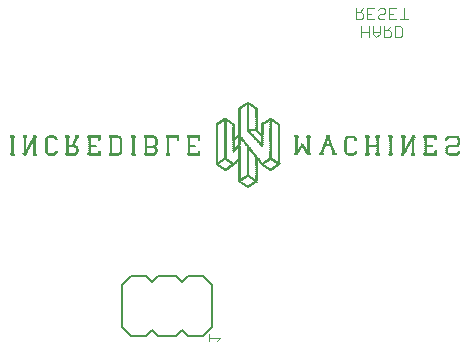
<source format=gbo>
G75*
G70*
%OFA0B0*%
%FSLAX24Y24*%
%IPPOS*%
%LPD*%
%AMOC8*
5,1,8,0,0,1.08239X$1,22.5*
%
%ADD10R,0.0056X0.0008*%
%ADD11R,0.0008X0.0008*%
%ADD12R,0.0024X0.0008*%
%ADD13R,0.0088X0.0008*%
%ADD14R,0.0024X0.0008*%
%ADD15R,0.0152X0.0008*%
%ADD16R,0.0184X0.0008*%
%ADD17R,0.0248X0.0008*%
%ADD18R,0.0104X0.0008*%
%ADD19R,0.0096X0.0008*%
%ADD20R,0.0064X0.0008*%
%ADD21R,0.0064X0.0008*%
%ADD22R,0.0048X0.0008*%
%ADD23R,0.0016X0.0008*%
%ADD24R,0.0072X0.0008*%
%ADD25R,0.0112X0.0008*%
%ADD26R,0.0168X0.0008*%
%ADD27R,0.0216X0.0008*%
%ADD28R,0.0208X0.0008*%
%ADD29R,0.0072X0.0008*%
%ADD30R,0.0040X0.0008*%
%ADD31R,0.0336X0.0008*%
%ADD32R,0.0344X0.0008*%
%ADD33R,0.0352X0.0008*%
%ADD34R,0.0120X0.0008*%
%ADD35R,0.0136X0.0008*%
%ADD36R,0.0312X0.0008*%
%ADD37R,0.0416X0.0008*%
%ADD38R,0.0080X0.0008*%
%ADD39R,0.0240X0.0008*%
%ADD40R,0.0104X0.0008*%
%ADD41R,0.0424X0.0008*%
%ADD42R,0.0360X0.0008*%
%ADD43R,0.0352X0.0008*%
%ADD44R,0.0232X0.0008*%
%ADD45R,0.0112X0.0008*%
%ADD46R,0.0376X0.0008*%
%ADD47R,0.0280X0.0008*%
%ADD48R,0.0424X0.0008*%
%ADD49R,0.0296X0.0008*%
%ADD50R,0.0408X0.0008*%
%ADD51R,0.0312X0.0008*%
%ADD52R,0.0392X0.0008*%
%ADD53R,0.0328X0.0008*%
%ADD54R,0.0264X0.0008*%
%ADD55R,0.0368X0.0008*%
%ADD56R,0.0128X0.0008*%
%ADD57R,0.0256X0.0008*%
%ADD58R,0.0344X0.0008*%
%ADD59R,0.0400X0.0008*%
%ADD60R,0.0384X0.0008*%
%ADD61R,0.0384X0.0008*%
%ADD62R,0.0264X0.0008*%
%ADD63R,0.0320X0.0008*%
%ADD64R,0.0152X0.0008*%
%ADD65C,0.0030*%
%ADD66C,0.0050*%
D10*
X004212Y006565D03*
X004212Y006581D03*
X004212Y006597D03*
X004212Y006613D03*
X004212Y006629D03*
X004212Y006645D03*
X004212Y006661D03*
X004212Y006677D03*
X004212Y006693D03*
X004212Y006709D03*
X004212Y006725D03*
X004212Y006741D03*
X004212Y006757D03*
X004212Y006773D03*
X004212Y006789D03*
X004212Y006805D03*
X004212Y006821D03*
X004212Y006837D03*
X004212Y006853D03*
X004212Y006869D03*
X004212Y006885D03*
X004212Y006901D03*
X004212Y006917D03*
X004212Y006933D03*
X004212Y006949D03*
X004212Y006965D03*
X004212Y006981D03*
X004212Y006997D03*
X004116Y006949D03*
X004052Y006837D03*
X004036Y006805D03*
X003972Y006693D03*
X003876Y006693D03*
X003876Y006709D03*
X003876Y006725D03*
X003876Y006741D03*
X003876Y006757D03*
X003876Y006773D03*
X003876Y006789D03*
X003876Y006805D03*
X003876Y006821D03*
X003876Y006837D03*
X003876Y006853D03*
X003876Y006869D03*
X003876Y006885D03*
X003876Y006901D03*
X003876Y006917D03*
X003876Y006933D03*
X003876Y006949D03*
X003876Y006965D03*
X003876Y006981D03*
X003876Y006997D03*
X003876Y007013D03*
X003876Y007029D03*
X003876Y007045D03*
X003876Y007061D03*
X003876Y007077D03*
X003476Y007061D03*
X003476Y006997D03*
X003476Y006933D03*
X003476Y006869D03*
X003476Y006805D03*
X003476Y006741D03*
X003476Y006677D03*
X003476Y006613D03*
X003876Y006645D03*
X003876Y006661D03*
X003876Y006677D03*
X004596Y006677D03*
X004596Y006693D03*
X004596Y006709D03*
X004596Y006725D03*
X004596Y006741D03*
X004596Y006757D03*
X004596Y006773D03*
X004596Y006789D03*
X004596Y006805D03*
X004596Y006821D03*
X004596Y006837D03*
X004596Y006853D03*
X004596Y006869D03*
X004596Y006885D03*
X004596Y006901D03*
X004596Y006917D03*
X004596Y006933D03*
X004596Y006949D03*
X004596Y006965D03*
X004596Y006981D03*
X004596Y006997D03*
X004596Y007013D03*
X004916Y007061D03*
X004932Y007029D03*
X004932Y007013D03*
X005292Y007013D03*
X005292Y007029D03*
X005292Y007045D03*
X005292Y007077D03*
X005292Y006981D03*
X005292Y006965D03*
X005292Y006949D03*
X005292Y006917D03*
X005292Y006901D03*
X005292Y006885D03*
X005292Y006853D03*
X005292Y006837D03*
X005292Y006757D03*
X005292Y006725D03*
X005292Y006709D03*
X005292Y006693D03*
X005292Y006661D03*
X005292Y006645D03*
X005292Y006629D03*
X005292Y006597D03*
X005292Y006581D03*
X005292Y006565D03*
X005620Y006597D03*
X005628Y006629D03*
X005628Y006645D03*
X005628Y006661D03*
X005628Y006693D03*
X005620Y006725D03*
X005524Y006901D03*
X005540Y006933D03*
X005556Y006965D03*
X005572Y006997D03*
X005604Y007077D03*
X006036Y007077D03*
X006036Y007061D03*
X006036Y007045D03*
X006036Y007029D03*
X006036Y007013D03*
X006036Y006997D03*
X006036Y006981D03*
X006036Y006965D03*
X006036Y006949D03*
X006036Y006933D03*
X006036Y006917D03*
X006036Y006901D03*
X006036Y006885D03*
X006036Y006869D03*
X006036Y006853D03*
X006036Y006837D03*
X006036Y006757D03*
X006036Y006741D03*
X006036Y006725D03*
X006036Y006709D03*
X006036Y006693D03*
X006036Y006677D03*
X006036Y006661D03*
X006036Y006645D03*
X006036Y006629D03*
X006036Y006613D03*
X006036Y006597D03*
X006036Y006581D03*
X006036Y006565D03*
X006036Y006549D03*
X006372Y006565D03*
X006372Y006581D03*
X006372Y006597D03*
X006372Y006613D03*
X006372Y006629D03*
X006756Y006629D03*
X006756Y006645D03*
X006756Y006661D03*
X006756Y006677D03*
X006756Y006693D03*
X006756Y006709D03*
X006756Y006725D03*
X006756Y006741D03*
X006756Y006757D03*
X006756Y006773D03*
X006756Y006789D03*
X006756Y006805D03*
X006756Y006821D03*
X006756Y006837D03*
X006756Y006853D03*
X006756Y006869D03*
X006756Y006885D03*
X006756Y006901D03*
X006756Y006917D03*
X006756Y006933D03*
X006756Y006949D03*
X006756Y006965D03*
X006756Y006981D03*
X006756Y006997D03*
X006756Y007013D03*
X006756Y007029D03*
X006756Y007045D03*
X006756Y007061D03*
X006756Y007077D03*
X006372Y007077D03*
X006372Y007061D03*
X006372Y007045D03*
X006372Y007029D03*
X006372Y007013D03*
X006756Y006613D03*
X006756Y006597D03*
X006756Y006581D03*
X006756Y006565D03*
X007076Y006597D03*
X007076Y006613D03*
X007076Y006629D03*
X007076Y006645D03*
X007076Y006693D03*
X007076Y006709D03*
X007076Y006757D03*
X007076Y006773D03*
X007076Y006821D03*
X007076Y006837D03*
X007076Y006885D03*
X007076Y006901D03*
X007076Y006949D03*
X007076Y006965D03*
X007076Y007013D03*
X007076Y007029D03*
X007076Y007045D03*
X007492Y007045D03*
X007492Y007061D03*
X007492Y007077D03*
X007492Y007029D03*
X007492Y007013D03*
X007492Y006997D03*
X007492Y006981D03*
X007492Y006965D03*
X007492Y006949D03*
X007492Y006933D03*
X007492Y006917D03*
X007492Y006901D03*
X007492Y006885D03*
X007492Y006869D03*
X007492Y006853D03*
X007492Y006837D03*
X007492Y006821D03*
X007492Y006805D03*
X007492Y006789D03*
X007492Y006773D03*
X007492Y006757D03*
X007492Y006741D03*
X007492Y006725D03*
X007492Y006709D03*
X007492Y006693D03*
X007492Y006677D03*
X007492Y006661D03*
X007492Y006645D03*
X007492Y006629D03*
X007492Y006613D03*
X007492Y006597D03*
X007492Y006581D03*
X007492Y006565D03*
X007924Y006565D03*
X007924Y006581D03*
X007924Y006597D03*
X007924Y006613D03*
X007924Y006629D03*
X007924Y006645D03*
X007924Y006661D03*
X007924Y006677D03*
X007924Y006693D03*
X007924Y006709D03*
X007924Y006725D03*
X007924Y006741D03*
X007924Y006821D03*
X007924Y006837D03*
X007924Y006853D03*
X007924Y006869D03*
X007924Y006885D03*
X007924Y006901D03*
X007924Y006917D03*
X007924Y006933D03*
X007924Y006949D03*
X007924Y006965D03*
X007924Y006981D03*
X007924Y006997D03*
X007924Y007013D03*
X007924Y007029D03*
X007924Y007045D03*
X007924Y007061D03*
X007924Y007077D03*
X008244Y007061D03*
X008260Y007029D03*
X008260Y007013D03*
X008260Y006997D03*
X008260Y006981D03*
X008260Y006965D03*
X008260Y006949D03*
X008260Y006933D03*
X008260Y006917D03*
X008260Y006901D03*
X008260Y006885D03*
X008260Y006869D03*
X008260Y006693D03*
X008260Y006677D03*
X008260Y006661D03*
X008260Y006645D03*
X008260Y006629D03*
X008260Y006613D03*
X007924Y006549D03*
X008644Y006565D03*
X008644Y006581D03*
X008644Y006597D03*
X008644Y006613D03*
X008644Y006629D03*
X008644Y006645D03*
X008644Y006661D03*
X008644Y006677D03*
X008644Y006693D03*
X008644Y006709D03*
X008644Y006725D03*
X008644Y006741D03*
X008644Y006757D03*
X008644Y006773D03*
X008644Y006789D03*
X008644Y006805D03*
X008644Y006821D03*
X008644Y006837D03*
X008644Y006853D03*
X008644Y006869D03*
X008644Y006885D03*
X008644Y006901D03*
X008644Y006917D03*
X008644Y006933D03*
X008644Y006949D03*
X008644Y006965D03*
X008644Y006981D03*
X008644Y006997D03*
X008644Y007013D03*
X008644Y007029D03*
X008644Y007045D03*
X008644Y007061D03*
X008644Y007077D03*
X008988Y007077D03*
X008988Y007061D03*
X008988Y007045D03*
X008988Y007029D03*
X008988Y007013D03*
X009348Y007013D03*
X009348Y007029D03*
X009348Y007045D03*
X009348Y007061D03*
X009348Y007077D03*
X009348Y006997D03*
X009348Y006981D03*
X009348Y006965D03*
X009348Y006949D03*
X009348Y006933D03*
X009348Y006917D03*
X009348Y006901D03*
X009348Y006885D03*
X009348Y006869D03*
X009348Y006853D03*
X009348Y006837D03*
X009348Y006821D03*
X009348Y006757D03*
X009348Y006741D03*
X009348Y006725D03*
X009348Y006709D03*
X009348Y006693D03*
X009348Y006677D03*
X009348Y006661D03*
X009348Y006645D03*
X009348Y006629D03*
X009348Y006613D03*
X009348Y006597D03*
X009348Y006581D03*
X009348Y006565D03*
X009684Y006565D03*
X009684Y006581D03*
X009684Y006597D03*
X009684Y006613D03*
X009684Y006629D03*
X009684Y006549D03*
X009684Y007013D03*
X009684Y007029D03*
X009684Y007045D03*
X009684Y007061D03*
X009684Y007077D03*
X010276Y007077D03*
X010276Y007093D03*
X010276Y007109D03*
X010276Y007125D03*
X010276Y007141D03*
X010276Y007157D03*
X010276Y007173D03*
X010276Y007189D03*
X010276Y007205D03*
X010276Y007221D03*
X010276Y007237D03*
X010276Y007253D03*
X010276Y007269D03*
X010276Y007285D03*
X010276Y007301D03*
X010276Y007317D03*
X010276Y007333D03*
X010276Y007349D03*
X010276Y007365D03*
X010276Y007381D03*
X010276Y007397D03*
X010276Y007413D03*
X010276Y007429D03*
X010276Y007445D03*
X010276Y007461D03*
X010276Y007477D03*
X010276Y007493D03*
X010276Y007509D03*
X010564Y007525D03*
X010564Y007541D03*
X010564Y007557D03*
X010564Y007589D03*
X010564Y007605D03*
X010564Y007621D03*
X010564Y007653D03*
X010564Y007493D03*
X010564Y007477D03*
X010564Y007461D03*
X010564Y007429D03*
X010564Y007413D03*
X010564Y007397D03*
X010564Y007365D03*
X010564Y007349D03*
X010564Y007333D03*
X010564Y007301D03*
X010564Y007285D03*
X010564Y007269D03*
X010564Y007237D03*
X010564Y007221D03*
X010564Y007205D03*
X010564Y007173D03*
X010564Y007157D03*
X010564Y007141D03*
X010564Y007109D03*
X010564Y007093D03*
X010564Y007077D03*
X010564Y007045D03*
X010564Y007029D03*
X010564Y007013D03*
X010564Y006981D03*
X010564Y006965D03*
X010564Y006949D03*
X010564Y006917D03*
X010564Y006901D03*
X010564Y006885D03*
X010564Y006853D03*
X010564Y006837D03*
X010564Y006821D03*
X010564Y006789D03*
X010564Y006773D03*
X010564Y006757D03*
X010564Y006725D03*
X010564Y006709D03*
X010564Y006693D03*
X010564Y006661D03*
X010564Y006645D03*
X010564Y006629D03*
X010564Y006597D03*
X010564Y006581D03*
X010564Y006565D03*
X010564Y006533D03*
X010564Y006517D03*
X010564Y006501D03*
X010564Y006469D03*
X010564Y006453D03*
X010564Y006437D03*
X010564Y006405D03*
X010276Y006405D03*
X010276Y006421D03*
X010276Y006437D03*
X010276Y006453D03*
X010276Y006469D03*
X010276Y006485D03*
X010276Y006501D03*
X010276Y006517D03*
X010276Y006533D03*
X010276Y006549D03*
X010276Y006565D03*
X010276Y006581D03*
X010276Y006597D03*
X010276Y006613D03*
X010276Y006629D03*
X010276Y006645D03*
X010276Y006661D03*
X010276Y006677D03*
X010276Y006693D03*
X010276Y006709D03*
X010276Y006725D03*
X010276Y006741D03*
X010276Y006757D03*
X010276Y006773D03*
X010276Y006789D03*
X010276Y006805D03*
X010276Y006821D03*
X010276Y006837D03*
X010276Y006853D03*
X010276Y006869D03*
X010276Y006885D03*
X010276Y006901D03*
X010276Y006917D03*
X010276Y006933D03*
X010276Y006949D03*
X010276Y006965D03*
X010276Y006981D03*
X010276Y006997D03*
X010276Y007013D03*
X010276Y007029D03*
X010276Y007045D03*
X010276Y007061D03*
X010852Y007013D03*
X011028Y006853D03*
X010964Y006773D03*
X010852Y006629D03*
X011028Y006389D03*
X011316Y006389D03*
X011316Y006405D03*
X011316Y006421D03*
X011316Y006437D03*
X011316Y006453D03*
X011316Y006469D03*
X011316Y006485D03*
X011316Y006501D03*
X011316Y006517D03*
X011316Y006533D03*
X011316Y006549D03*
X011316Y006565D03*
X011316Y006581D03*
X011316Y006597D03*
X011316Y006613D03*
X011316Y006629D03*
X011316Y006645D03*
X011316Y006661D03*
X011316Y006677D03*
X011316Y006693D03*
X011252Y006869D03*
X011508Y006549D03*
X011572Y006469D03*
X011316Y006373D03*
X011316Y006357D03*
X011316Y006341D03*
X011316Y006325D03*
X011316Y006309D03*
X011316Y006293D03*
X011316Y006277D03*
X011316Y006261D03*
X011316Y006245D03*
X011316Y006229D03*
X011316Y006213D03*
X011316Y006197D03*
X011316Y006181D03*
X011316Y006165D03*
X011316Y006149D03*
X011316Y006133D03*
X011316Y006117D03*
X011316Y006101D03*
X011316Y006085D03*
X011316Y006069D03*
X011316Y006053D03*
X011316Y006037D03*
X011316Y006021D03*
X011316Y006005D03*
X011316Y005989D03*
X011316Y005973D03*
X011316Y005957D03*
X011316Y005941D03*
X011316Y005925D03*
X011316Y005909D03*
X011316Y005893D03*
X011316Y005877D03*
X011316Y005861D03*
X011316Y005845D03*
X011316Y005829D03*
X011316Y005429D03*
X010276Y006261D03*
X010276Y006277D03*
X010276Y006293D03*
X010276Y006309D03*
X010276Y006325D03*
X010276Y006341D03*
X010276Y006357D03*
X010276Y006373D03*
X010276Y006389D03*
X011028Y007205D03*
X011316Y007365D03*
X011316Y007381D03*
X011316Y007397D03*
X011316Y007413D03*
X011316Y007429D03*
X011316Y007445D03*
X011316Y007461D03*
X011316Y007477D03*
X011316Y007493D03*
X011316Y007509D03*
X011316Y007525D03*
X011316Y007541D03*
X011316Y007557D03*
X011316Y007573D03*
X011316Y007589D03*
X011316Y007605D03*
X011316Y007621D03*
X011316Y007637D03*
X011316Y007653D03*
X011316Y007669D03*
X011316Y007685D03*
X011316Y007701D03*
X011316Y007717D03*
X011316Y007733D03*
X011316Y007749D03*
X011316Y007765D03*
X011316Y007781D03*
X011316Y007797D03*
X011316Y007813D03*
X011316Y007829D03*
X011316Y007845D03*
X011316Y007861D03*
X011316Y007877D03*
X011316Y007893D03*
X011316Y007909D03*
X011316Y007925D03*
X011316Y007941D03*
X011316Y007957D03*
X011316Y007973D03*
X011316Y007989D03*
X011316Y008005D03*
X011316Y008021D03*
X011316Y008037D03*
X011316Y008053D03*
X011316Y008069D03*
X011316Y008085D03*
X011316Y008101D03*
X011316Y008117D03*
X011316Y008133D03*
X011316Y008149D03*
X011316Y008165D03*
X011316Y008181D03*
X011316Y008261D03*
X012068Y007653D03*
X012068Y007637D03*
X012068Y007621D03*
X012068Y007605D03*
X012068Y007589D03*
X012068Y007573D03*
X012068Y007557D03*
X012068Y007541D03*
X012068Y007525D03*
X012068Y007509D03*
X012068Y007493D03*
X012068Y007477D03*
X012068Y007461D03*
X012068Y007445D03*
X012068Y007429D03*
X012068Y007413D03*
X012068Y007397D03*
X012068Y007381D03*
X012068Y007365D03*
X012068Y007349D03*
X012068Y007333D03*
X012068Y007317D03*
X012068Y007301D03*
X012068Y007285D03*
X012068Y007269D03*
X012068Y007253D03*
X012068Y007237D03*
X012068Y007221D03*
X012068Y007205D03*
X012068Y007189D03*
X012068Y007173D03*
X012068Y007157D03*
X012068Y007141D03*
X012068Y007125D03*
X012068Y007109D03*
X012068Y007093D03*
X012068Y007077D03*
X012068Y007061D03*
X012068Y007045D03*
X012068Y007029D03*
X012068Y007013D03*
X012068Y006997D03*
X012068Y006981D03*
X012068Y006965D03*
X012068Y006949D03*
X012068Y006933D03*
X012068Y006917D03*
X012068Y006901D03*
X012068Y006885D03*
X012068Y006869D03*
X012068Y006853D03*
X012068Y006837D03*
X012068Y006821D03*
X012068Y006805D03*
X012068Y006789D03*
X012068Y006773D03*
X012068Y006757D03*
X012068Y006741D03*
X012068Y006725D03*
X012068Y006709D03*
X012068Y006693D03*
X012068Y006677D03*
X012068Y006661D03*
X012068Y006645D03*
X012068Y006629D03*
X012068Y006613D03*
X012068Y006597D03*
X012068Y006581D03*
X012068Y006565D03*
X012068Y006549D03*
X012068Y006533D03*
X012068Y006517D03*
X012068Y006501D03*
X012068Y006485D03*
X012068Y006469D03*
X012068Y006453D03*
X012068Y006437D03*
X012068Y006421D03*
X012068Y006405D03*
X012356Y006405D03*
X012356Y006421D03*
X012356Y006437D03*
X012356Y006453D03*
X012356Y006469D03*
X012356Y006485D03*
X012356Y006501D03*
X012356Y006517D03*
X012356Y006533D03*
X012356Y006549D03*
X012356Y006565D03*
X012356Y006581D03*
X012356Y006597D03*
X012356Y006613D03*
X012356Y006629D03*
X012356Y006645D03*
X012356Y006661D03*
X012356Y006677D03*
X012356Y006693D03*
X012356Y006709D03*
X012356Y006725D03*
X012356Y006741D03*
X012356Y006757D03*
X012356Y006773D03*
X012356Y006789D03*
X012356Y006805D03*
X012356Y006821D03*
X012356Y006837D03*
X012356Y006853D03*
X012356Y006869D03*
X012356Y006885D03*
X012356Y006901D03*
X012356Y006917D03*
X012356Y006933D03*
X012356Y006949D03*
X012356Y006965D03*
X012356Y006981D03*
X012356Y006997D03*
X012356Y007013D03*
X012356Y007029D03*
X012356Y007045D03*
X012356Y007061D03*
X012356Y007077D03*
X012356Y007093D03*
X012356Y007109D03*
X012356Y007125D03*
X012356Y007141D03*
X012356Y007157D03*
X012356Y007173D03*
X012356Y007189D03*
X012356Y007205D03*
X012356Y007221D03*
X012356Y007237D03*
X012356Y007253D03*
X012356Y007269D03*
X012356Y007285D03*
X012356Y007301D03*
X012356Y007317D03*
X012356Y007333D03*
X012356Y007349D03*
X012356Y007365D03*
X012356Y007381D03*
X012356Y007397D03*
X012356Y007413D03*
X012356Y007429D03*
X012356Y007445D03*
X012356Y007461D03*
X012356Y007477D03*
X012356Y007493D03*
X012356Y007509D03*
X011796Y007509D03*
X011444Y007189D03*
X011780Y007141D03*
X011780Y006805D03*
X012356Y006389D03*
X012356Y006373D03*
X012356Y006357D03*
X012356Y006341D03*
X012356Y006325D03*
X012356Y006309D03*
X012356Y006293D03*
X012356Y006277D03*
X012356Y006261D03*
X012932Y006629D03*
X012932Y006645D03*
X012932Y006661D03*
X012932Y006693D03*
X012932Y006709D03*
X012932Y006725D03*
X012932Y006757D03*
X012932Y006773D03*
X012932Y006789D03*
X012932Y006821D03*
X012932Y006837D03*
X012932Y006853D03*
X012932Y006885D03*
X012932Y006901D03*
X012932Y006917D03*
X012932Y006949D03*
X012932Y006965D03*
X012932Y006981D03*
X012932Y007013D03*
X012932Y007029D03*
X012932Y007045D03*
X012932Y007077D03*
X013124Y006837D03*
X013220Y006693D03*
X013252Y006645D03*
X012996Y006629D03*
X013780Y006581D03*
X013796Y006613D03*
X013796Y006629D03*
X013812Y006661D03*
X013812Y006677D03*
X013828Y006709D03*
X013844Y006741D03*
X013844Y006757D03*
X013860Y006789D03*
X013860Y006805D03*
X013892Y006885D03*
X013908Y006917D03*
X013908Y006933D03*
X013924Y006965D03*
X013940Y007013D03*
X014020Y007013D03*
X014020Y006997D03*
X014036Y006965D03*
X014052Y006917D03*
X014060Y006901D03*
X014068Y006885D03*
X014068Y006869D03*
X014100Y006805D03*
X014100Y006789D03*
X014116Y006757D03*
X014132Y006709D03*
X014148Y006677D03*
X014148Y006661D03*
X014164Y006629D03*
X014164Y006613D03*
X014180Y006581D03*
X014580Y006597D03*
X014580Y006613D03*
X014580Y006629D03*
X014580Y006645D03*
X014580Y006661D03*
X014580Y006677D03*
X014580Y006693D03*
X014580Y006709D03*
X014580Y006725D03*
X014580Y006741D03*
X014580Y006757D03*
X014580Y006773D03*
X014580Y006789D03*
X014580Y006805D03*
X014580Y006821D03*
X014580Y006837D03*
X014580Y006853D03*
X014580Y006869D03*
X014580Y006885D03*
X014580Y006901D03*
X014580Y006917D03*
X014580Y006933D03*
X014580Y006949D03*
X014580Y006965D03*
X014580Y006981D03*
X014580Y006997D03*
X014580Y007013D03*
X014580Y007029D03*
X014900Y007029D03*
X014900Y007045D03*
X015292Y007045D03*
X015292Y007029D03*
X015292Y007013D03*
X015292Y006981D03*
X015292Y006965D03*
X015292Y006949D03*
X015292Y006917D03*
X015292Y006901D03*
X015292Y006885D03*
X015292Y006853D03*
X015292Y006837D03*
X015292Y006757D03*
X015292Y006725D03*
X015292Y006709D03*
X015292Y006693D03*
X015292Y006661D03*
X015292Y006645D03*
X015292Y006629D03*
X015292Y006597D03*
X015292Y006581D03*
X015292Y006565D03*
X015644Y006565D03*
X015644Y006581D03*
X015644Y006597D03*
X015644Y006613D03*
X015644Y006629D03*
X015644Y006645D03*
X015644Y006661D03*
X015644Y006677D03*
X015644Y006693D03*
X015644Y006709D03*
X015644Y006725D03*
X015644Y006741D03*
X015644Y006757D03*
X015644Y006837D03*
X015644Y006853D03*
X015644Y006869D03*
X015644Y006885D03*
X015644Y006901D03*
X015644Y006917D03*
X015644Y006933D03*
X015644Y006949D03*
X015644Y006965D03*
X015644Y006981D03*
X015644Y006997D03*
X015644Y007013D03*
X015644Y007029D03*
X015644Y007045D03*
X015644Y007061D03*
X015644Y007077D03*
X015292Y007077D03*
X014900Y006613D03*
X014900Y006597D03*
X016068Y006597D03*
X016068Y006613D03*
X016068Y006629D03*
X016068Y006645D03*
X016068Y006661D03*
X016068Y006677D03*
X016068Y006693D03*
X016068Y006709D03*
X016068Y006725D03*
X016068Y006741D03*
X016068Y006757D03*
X016068Y006773D03*
X016068Y006789D03*
X016068Y006805D03*
X016068Y006821D03*
X016068Y006837D03*
X016068Y006853D03*
X016068Y006869D03*
X016068Y006885D03*
X016068Y006901D03*
X016068Y006917D03*
X016068Y006933D03*
X016068Y006949D03*
X016068Y006965D03*
X016068Y006981D03*
X016068Y006997D03*
X016068Y007013D03*
X016068Y007029D03*
X016068Y007045D03*
X016068Y007061D03*
X016068Y007077D03*
X016500Y007077D03*
X016500Y007061D03*
X016500Y007045D03*
X016500Y007029D03*
X016500Y007013D03*
X016500Y006997D03*
X016500Y006981D03*
X016500Y006965D03*
X016500Y006949D03*
X016500Y006933D03*
X016500Y006917D03*
X016500Y006901D03*
X016500Y006885D03*
X016500Y006869D03*
X016500Y006853D03*
X016500Y006837D03*
X016500Y006821D03*
X016500Y006805D03*
X016500Y006789D03*
X016500Y006773D03*
X016500Y006757D03*
X016500Y006741D03*
X016500Y006725D03*
X016500Y006709D03*
X016500Y006693D03*
X016500Y006677D03*
X016500Y006661D03*
X016580Y006677D03*
X016596Y006709D03*
X016660Y006821D03*
X016724Y006933D03*
X016740Y006965D03*
X016756Y006997D03*
X016820Y006997D03*
X016820Y006981D03*
X016820Y006965D03*
X016820Y006949D03*
X016820Y006933D03*
X016820Y006917D03*
X016820Y006901D03*
X016820Y006885D03*
X016820Y006869D03*
X016820Y006853D03*
X016820Y006837D03*
X016820Y006821D03*
X016820Y006805D03*
X016820Y006789D03*
X016820Y006773D03*
X016820Y006757D03*
X016820Y006741D03*
X016820Y006725D03*
X016820Y006709D03*
X016820Y006693D03*
X016820Y006677D03*
X016820Y006661D03*
X016820Y006645D03*
X016820Y006629D03*
X016820Y006613D03*
X016820Y006597D03*
X016820Y006581D03*
X016820Y006565D03*
X016068Y006565D03*
X016068Y006581D03*
X017572Y006581D03*
X017572Y006597D03*
X017572Y006613D03*
X017572Y006629D03*
X017572Y006565D03*
X017940Y006613D03*
X017940Y006629D03*
X017940Y006645D03*
X017940Y006661D03*
X017940Y006677D03*
X017940Y006693D03*
X017940Y006709D03*
X017956Y006741D03*
X017940Y007013D03*
X017572Y007013D03*
X017572Y007029D03*
X017572Y007045D03*
X017572Y007061D03*
X017572Y007077D03*
X018356Y007013D03*
X018356Y006997D03*
X018356Y006981D03*
X018356Y006965D03*
X018356Y006949D03*
X018356Y006933D03*
X018356Y006917D03*
X018356Y006901D03*
X018356Y006885D03*
X018356Y006613D03*
X018340Y006581D03*
X017956Y006581D03*
X010836Y007509D03*
X004932Y006613D03*
X004916Y006581D03*
X004612Y006581D03*
X004596Y006629D03*
X004596Y006645D03*
X004596Y006661D03*
D11*
X004580Y006669D03*
X004580Y006653D03*
X004628Y006653D03*
X004628Y006605D03*
X004628Y006589D03*
X004644Y006573D03*
X004668Y006565D03*
X004676Y006557D03*
X004660Y006509D03*
X004668Y006501D03*
X004612Y006541D03*
X004596Y006557D03*
X004596Y006573D03*
X004580Y006589D03*
X004580Y006605D03*
X004580Y006717D03*
X004580Y006733D03*
X004580Y006781D03*
X004580Y006797D03*
X004580Y006845D03*
X004580Y006861D03*
X004580Y006909D03*
X004580Y006925D03*
X004580Y006973D03*
X004580Y006989D03*
X004580Y007037D03*
X004580Y007053D03*
X004596Y007069D03*
X004612Y007101D03*
X004644Y007117D03*
X004700Y007141D03*
X004716Y007141D03*
X004732Y007141D03*
X004748Y007141D03*
X004764Y007141D03*
X004780Y007141D03*
X004796Y007141D03*
X004812Y007141D03*
X004828Y007141D03*
X004820Y007085D03*
X004804Y007085D03*
X004788Y007085D03*
X004772Y007085D03*
X004756Y007085D03*
X004740Y007085D03*
X004724Y007085D03*
X004708Y007085D03*
X004628Y007037D03*
X004628Y006973D03*
X004628Y006909D03*
X004628Y006845D03*
X004628Y006781D03*
X004628Y006717D03*
X004852Y006557D03*
X004884Y006573D03*
X004900Y006589D03*
X004900Y006605D03*
X004908Y006629D03*
X004924Y006629D03*
X004940Y006629D03*
X004956Y006629D03*
X004948Y006605D03*
X004948Y006589D03*
X004932Y006557D03*
X004916Y006541D03*
X004884Y006509D03*
X004868Y006509D03*
X005236Y006509D03*
X005268Y006557D03*
X005268Y006573D03*
X005268Y006621D03*
X005268Y006637D03*
X005268Y006685D03*
X005268Y006701D03*
X005268Y006749D03*
X005268Y006765D03*
X005268Y006813D03*
X005268Y006829D03*
X005268Y006877D03*
X005268Y006893D03*
X005268Y006941D03*
X005268Y006957D03*
X005268Y007005D03*
X005268Y007021D03*
X005268Y007069D03*
X005268Y007085D03*
X005252Y007085D03*
X005244Y007141D03*
X005260Y007141D03*
X005276Y007141D03*
X005292Y007141D03*
X005308Y007141D03*
X005324Y007141D03*
X005340Y007141D03*
X005348Y007133D03*
X005332Y007085D03*
X005316Y007085D03*
X005316Y007069D03*
X005316Y007021D03*
X005316Y007005D03*
X005316Y006957D03*
X005316Y006941D03*
X005316Y006893D03*
X005316Y006877D03*
X005316Y006829D03*
X005316Y006765D03*
X005316Y006749D03*
X005316Y006701D03*
X005316Y006685D03*
X005316Y006637D03*
X005316Y006621D03*
X005316Y006573D03*
X005316Y006557D03*
X005556Y006557D03*
X005588Y006573D03*
X005604Y006605D03*
X005636Y006573D03*
X005620Y006541D03*
X005572Y006509D03*
X005564Y006501D03*
X005604Y006653D03*
X005604Y006669D03*
X005604Y006717D03*
X005636Y006749D03*
X005620Y006781D03*
X005572Y006813D03*
X005564Y006821D03*
X005548Y006821D03*
X005524Y006845D03*
X005540Y006877D03*
X005556Y006909D03*
X005556Y006925D03*
X005572Y006941D03*
X005572Y006957D03*
X005588Y006973D03*
X005588Y006989D03*
X005604Y007005D03*
X005604Y007021D03*
X005620Y007053D03*
X005636Y007085D03*
X005652Y007085D03*
X005668Y007085D03*
X005668Y007133D03*
X005660Y007141D03*
X005644Y007141D03*
X005628Y007141D03*
X005612Y007141D03*
X005596Y007141D03*
X005580Y007141D03*
X005572Y007117D03*
X005572Y007101D03*
X005572Y007085D03*
X005588Y007085D03*
X005572Y007053D03*
X005556Y007021D03*
X005540Y006989D03*
X005524Y006957D03*
X005524Y006941D03*
X005508Y006925D03*
X005508Y006909D03*
X005492Y006893D03*
X005492Y006877D03*
X005476Y006845D03*
X005556Y006765D03*
X005652Y006717D03*
X005652Y006669D03*
X005652Y006653D03*
X005988Y006541D03*
X005988Y006525D03*
X006020Y006589D03*
X006020Y006605D03*
X006020Y006653D03*
X006020Y006669D03*
X006020Y006717D03*
X006020Y006733D03*
X006020Y006781D03*
X006020Y006797D03*
X006020Y006845D03*
X006020Y006861D03*
X006020Y006909D03*
X006020Y006925D03*
X006020Y006973D03*
X006020Y006989D03*
X006020Y007037D03*
X006020Y007053D03*
X006004Y007085D03*
X005988Y007085D03*
X005988Y007101D03*
X005988Y007117D03*
X005996Y007141D03*
X006012Y007141D03*
X006028Y007141D03*
X006044Y007141D03*
X006060Y007141D03*
X006076Y007141D03*
X006092Y007141D03*
X006108Y007141D03*
X006124Y007141D03*
X006140Y007141D03*
X006156Y007141D03*
X006172Y007141D03*
X006188Y007141D03*
X006204Y007141D03*
X006220Y007141D03*
X006236Y007141D03*
X006252Y007141D03*
X006268Y007141D03*
X006284Y007141D03*
X006300Y007141D03*
X006316Y007141D03*
X006332Y007141D03*
X006348Y007141D03*
X006364Y007141D03*
X006380Y007141D03*
X006396Y007141D03*
X006356Y007085D03*
X006340Y007085D03*
X006324Y007085D03*
X006308Y007085D03*
X006292Y007085D03*
X006276Y007085D03*
X006260Y007085D03*
X006244Y007085D03*
X006228Y007085D03*
X006212Y007085D03*
X006196Y007085D03*
X006180Y007085D03*
X006164Y007085D03*
X006148Y007085D03*
X006132Y007085D03*
X006116Y007085D03*
X006100Y007085D03*
X006084Y007085D03*
X006356Y007069D03*
X006356Y007021D03*
X006356Y007005D03*
X006372Y007005D03*
X006388Y007005D03*
X006252Y006821D03*
X006260Y006797D03*
X006260Y006781D03*
X006356Y006637D03*
X006372Y006637D03*
X006388Y006637D03*
X006356Y006621D03*
X006356Y006573D03*
X006356Y006557D03*
X006692Y006541D03*
X006692Y006525D03*
X006740Y006557D03*
X006740Y006573D03*
X006740Y006621D03*
X006740Y006637D03*
X006740Y006685D03*
X006740Y006701D03*
X006740Y006749D03*
X006740Y006765D03*
X006740Y006813D03*
X006740Y006829D03*
X006740Y006877D03*
X006740Y006893D03*
X006740Y006941D03*
X006740Y006957D03*
X006740Y007005D03*
X006740Y007021D03*
X006740Y007069D03*
X006740Y007085D03*
X006724Y007085D03*
X006708Y007085D03*
X006692Y007085D03*
X006692Y007101D03*
X006692Y007117D03*
X006700Y007141D03*
X006716Y007141D03*
X006732Y007141D03*
X006748Y007141D03*
X006764Y007141D03*
X006780Y007141D03*
X006796Y007141D03*
X006812Y007141D03*
X006828Y007141D03*
X006844Y007141D03*
X006860Y007141D03*
X006876Y007141D03*
X006892Y007141D03*
X006908Y007141D03*
X006924Y007141D03*
X006940Y007141D03*
X006956Y007141D03*
X006972Y007141D03*
X006988Y007141D03*
X007012Y007133D03*
X006996Y007085D03*
X007004Y007077D03*
X006980Y007085D03*
X006964Y007085D03*
X006948Y007085D03*
X006932Y007085D03*
X006916Y007085D03*
X006900Y007085D03*
X006884Y007085D03*
X006868Y007085D03*
X006852Y007085D03*
X006836Y007085D03*
X006820Y007085D03*
X006804Y007085D03*
X006788Y007085D03*
X006788Y007069D03*
X006788Y007005D03*
X006788Y006941D03*
X006788Y006877D03*
X006788Y006813D03*
X006788Y006749D03*
X006788Y006685D03*
X006788Y006621D03*
X006788Y006557D03*
X007044Y006589D03*
X007060Y006621D03*
X007060Y006637D03*
X007060Y006685D03*
X007060Y006701D03*
X007060Y006749D03*
X007060Y006765D03*
X007060Y006813D03*
X007060Y006829D03*
X007060Y006877D03*
X007060Y006893D03*
X007060Y006941D03*
X007060Y006957D03*
X007060Y007005D03*
X007060Y007021D03*
X007044Y007053D03*
X007028Y007069D03*
X007060Y007101D03*
X007076Y007085D03*
X007092Y007053D03*
X007108Y007005D03*
X007108Y006957D03*
X007108Y006941D03*
X007108Y006893D03*
X007108Y006877D03*
X007108Y006829D03*
X007108Y006813D03*
X007108Y006765D03*
X007108Y006749D03*
X007108Y006701D03*
X007108Y006685D03*
X007108Y006637D03*
X007108Y006621D03*
X007060Y006525D03*
X007436Y006549D03*
X007476Y006557D03*
X007476Y006573D03*
X007476Y006621D03*
X007476Y006637D03*
X007476Y006685D03*
X007476Y006701D03*
X007476Y006749D03*
X007476Y006765D03*
X007476Y006813D03*
X007476Y006829D03*
X007476Y006877D03*
X007476Y006893D03*
X007476Y006941D03*
X007476Y006957D03*
X007476Y007005D03*
X007476Y007021D03*
X007476Y007069D03*
X007476Y007085D03*
X007460Y007085D03*
X007444Y007085D03*
X007444Y007133D03*
X007452Y007141D03*
X007468Y007141D03*
X007484Y007141D03*
X007500Y007141D03*
X007516Y007141D03*
X007532Y007141D03*
X007548Y007141D03*
X007540Y007117D03*
X007540Y007101D03*
X007540Y007085D03*
X007524Y007085D03*
X007868Y007141D03*
X007884Y007141D03*
X007900Y007141D03*
X007916Y007141D03*
X007932Y007141D03*
X007948Y007141D03*
X007964Y007141D03*
X007980Y007141D03*
X007996Y007141D03*
X008012Y007141D03*
X008028Y007141D03*
X008044Y007141D03*
X008060Y007141D03*
X008076Y007141D03*
X008092Y007141D03*
X008108Y007141D03*
X008124Y007141D03*
X008140Y007141D03*
X008156Y007141D03*
X008172Y007141D03*
X008188Y007141D03*
X008196Y007133D03*
X008180Y007085D03*
X008188Y007077D03*
X008212Y007069D03*
X008228Y007053D03*
X008228Y007037D03*
X008276Y007037D03*
X008276Y007053D03*
X008260Y007085D03*
X008244Y007101D03*
X008276Y006989D03*
X008276Y006973D03*
X008276Y006925D03*
X008276Y006909D03*
X008276Y006861D03*
X008276Y006845D03*
X008260Y006813D03*
X008244Y006797D03*
X008212Y006829D03*
X008228Y006845D03*
X008228Y006861D03*
X008180Y006813D03*
X008180Y006749D03*
X008228Y006717D03*
X008260Y006749D03*
X008276Y006717D03*
X008276Y006669D03*
X008276Y006653D03*
X008276Y006605D03*
X008276Y006589D03*
X008260Y006557D03*
X008244Y006541D03*
X008212Y006573D03*
X008228Y006589D03*
X008228Y006605D03*
X008212Y006509D03*
X008196Y006509D03*
X008596Y006509D03*
X008628Y006557D03*
X008628Y006573D03*
X008628Y006621D03*
X008628Y006637D03*
X008628Y006685D03*
X008628Y006701D03*
X008628Y006749D03*
X008628Y006765D03*
X008628Y006813D03*
X008628Y006829D03*
X008628Y006877D03*
X008628Y006893D03*
X008628Y006941D03*
X008628Y006957D03*
X008628Y007005D03*
X008628Y007021D03*
X008628Y007069D03*
X008628Y007085D03*
X008612Y007085D03*
X008596Y007085D03*
X008596Y007133D03*
X008604Y007141D03*
X008620Y007141D03*
X008636Y007141D03*
X008652Y007141D03*
X008668Y007141D03*
X008684Y007141D03*
X008700Y007141D03*
X008716Y007141D03*
X008732Y007141D03*
X008748Y007141D03*
X008764Y007141D03*
X008780Y007141D03*
X008796Y007141D03*
X008812Y007141D03*
X008828Y007141D03*
X008844Y007141D03*
X008860Y007141D03*
X008876Y007141D03*
X008892Y007141D03*
X008908Y007141D03*
X008924Y007141D03*
X008940Y007141D03*
X008956Y007141D03*
X008972Y007141D03*
X008988Y007141D03*
X009004Y007141D03*
X009012Y007117D03*
X009012Y007101D03*
X009012Y007053D03*
X009012Y007037D03*
X009012Y007005D03*
X008996Y007005D03*
X008980Y007005D03*
X008964Y007005D03*
X008964Y007037D03*
X008964Y007053D03*
X008948Y007085D03*
X008932Y007085D03*
X008916Y007085D03*
X008900Y007085D03*
X008884Y007085D03*
X008868Y007085D03*
X008852Y007085D03*
X008836Y007085D03*
X008820Y007085D03*
X008804Y007085D03*
X008788Y007085D03*
X008772Y007085D03*
X008756Y007085D03*
X008740Y007085D03*
X008724Y007085D03*
X008708Y007085D03*
X008692Y007085D03*
X008676Y007085D03*
X008676Y007069D03*
X008676Y007005D03*
X008676Y006941D03*
X008676Y006877D03*
X008676Y006813D03*
X008676Y006749D03*
X008676Y006685D03*
X008676Y006621D03*
X008676Y006557D03*
X008700Y006549D03*
X009292Y006549D03*
X009300Y006509D03*
X009364Y006589D03*
X009364Y006605D03*
X009364Y006653D03*
X009364Y006669D03*
X009364Y006717D03*
X009364Y006733D03*
X009364Y006845D03*
X009364Y006861D03*
X009364Y006909D03*
X009364Y006925D03*
X009364Y006973D03*
X009364Y006989D03*
X009364Y007037D03*
X009364Y007053D03*
X009380Y007085D03*
X009396Y007085D03*
X009412Y007085D03*
X009428Y007085D03*
X009444Y007085D03*
X009460Y007085D03*
X009476Y007085D03*
X009492Y007085D03*
X009508Y007085D03*
X009524Y007085D03*
X009540Y007085D03*
X009556Y007085D03*
X009572Y007085D03*
X009588Y007085D03*
X009604Y007085D03*
X009620Y007085D03*
X009636Y007085D03*
X009652Y007085D03*
X009700Y007085D03*
X009700Y007069D03*
X009700Y007021D03*
X009700Y007005D03*
X009684Y007005D03*
X009668Y007005D03*
X009700Y007133D03*
X009692Y007141D03*
X009676Y007141D03*
X009660Y007141D03*
X009644Y007141D03*
X009628Y007141D03*
X009612Y007141D03*
X009596Y007141D03*
X009580Y007141D03*
X009564Y007141D03*
X009548Y007141D03*
X009532Y007141D03*
X009516Y007141D03*
X009500Y007141D03*
X009484Y007141D03*
X009468Y007141D03*
X009452Y007141D03*
X009436Y007141D03*
X009420Y007141D03*
X009404Y007141D03*
X009388Y007141D03*
X009372Y007141D03*
X009356Y007141D03*
X009340Y007141D03*
X009324Y007141D03*
X009308Y007141D03*
X009300Y007133D03*
X009300Y007085D03*
X009668Y006637D03*
X009684Y006637D03*
X009700Y006637D03*
X009700Y006621D03*
X009700Y006573D03*
X009700Y006557D03*
X009700Y006509D03*
X010260Y006509D03*
X010260Y006493D03*
X010292Y006477D03*
X010292Y006461D03*
X010260Y006445D03*
X010260Y006429D03*
X010292Y006413D03*
X010292Y006397D03*
X010260Y006381D03*
X010260Y006365D03*
X010292Y006349D03*
X010292Y006333D03*
X010260Y006317D03*
X010260Y006301D03*
X010292Y006285D03*
X010292Y006269D03*
X010324Y006253D03*
X010340Y006269D03*
X010372Y006285D03*
X010388Y006301D03*
X010420Y006317D03*
X010436Y006333D03*
X010468Y006349D03*
X010484Y006365D03*
X010516Y006381D03*
X010532Y006397D03*
X010580Y006397D03*
X010580Y006413D03*
X010580Y006461D03*
X010580Y006477D03*
X010580Y006525D03*
X010580Y006541D03*
X010580Y006589D03*
X010580Y006605D03*
X010580Y006653D03*
X010580Y006669D03*
X010580Y006717D03*
X010580Y006733D03*
X010580Y006781D03*
X010580Y006797D03*
X010580Y006845D03*
X010580Y006861D03*
X010580Y006909D03*
X010580Y006925D03*
X010580Y006973D03*
X010580Y006989D03*
X010580Y007037D03*
X010580Y007053D03*
X010580Y007101D03*
X010580Y007117D03*
X010580Y007165D03*
X010580Y007181D03*
X010580Y007229D03*
X010580Y007245D03*
X010580Y007293D03*
X010580Y007309D03*
X010580Y007357D03*
X010580Y007373D03*
X010580Y007421D03*
X010580Y007437D03*
X010580Y007485D03*
X010580Y007501D03*
X010580Y007549D03*
X010580Y007565D03*
X010580Y007613D03*
X010580Y007629D03*
X010612Y007645D03*
X010644Y007677D03*
X010596Y007709D03*
X010556Y007733D03*
X010548Y007725D03*
X010516Y007709D03*
X010500Y007693D03*
X010468Y007677D03*
X010452Y007661D03*
X010428Y007653D03*
X010420Y007645D03*
X010404Y007629D03*
X010372Y007613D03*
X010356Y007597D03*
X010332Y007589D03*
X010324Y007581D03*
X010308Y007565D03*
X010276Y007549D03*
X010260Y007533D03*
X010260Y007517D03*
X010292Y007501D03*
X010292Y007485D03*
X010308Y007517D03*
X010340Y007533D03*
X010388Y007565D03*
X010404Y007581D03*
X010436Y007597D03*
X010452Y007613D03*
X010484Y007629D03*
X010500Y007645D03*
X010660Y007613D03*
X010692Y007645D03*
X010740Y007613D03*
X010708Y007581D03*
X010756Y007549D03*
X010788Y007581D03*
X010836Y007549D03*
X010852Y007533D03*
X010820Y007501D03*
X010820Y007485D03*
X010804Y007517D03*
X010868Y007485D03*
X010868Y007421D03*
X010820Y007421D03*
X010820Y007437D03*
X010820Y007373D03*
X010820Y007357D03*
X010868Y007357D03*
X010868Y007293D03*
X010820Y007293D03*
X010820Y007309D03*
X010820Y007245D03*
X010820Y007229D03*
X010868Y007229D03*
X010868Y007165D03*
X010820Y007165D03*
X010820Y007181D03*
X010820Y007117D03*
X010820Y007101D03*
X010868Y007101D03*
X010820Y007053D03*
X010820Y007037D03*
X010820Y006989D03*
X010820Y006973D03*
X010868Y006973D03*
X010884Y007021D03*
X010900Y007037D03*
X010948Y007085D03*
X010964Y007101D03*
X010932Y007133D03*
X011012Y007117D03*
X011012Y007101D03*
X011012Y007053D03*
X011012Y007037D03*
X011012Y006989D03*
X011012Y006973D03*
X011012Y006925D03*
X011012Y006909D03*
X011012Y006861D03*
X010964Y006813D03*
X010948Y006781D03*
X010932Y006765D03*
X010964Y006733D03*
X010980Y006765D03*
X010996Y006781D03*
X011012Y006781D03*
X011012Y006733D03*
X011012Y006717D03*
X011012Y006669D03*
X011012Y006653D03*
X011012Y006605D03*
X011012Y006589D03*
X011012Y006541D03*
X011012Y006525D03*
X011012Y006477D03*
X011012Y006461D03*
X011012Y006413D03*
X011012Y006397D03*
X010996Y006381D03*
X010948Y006333D03*
X010932Y006317D03*
X010964Y006285D03*
X010980Y006301D03*
X011012Y006285D03*
X011012Y006269D03*
X011012Y006221D03*
X011012Y006205D03*
X011012Y006157D03*
X011012Y006141D03*
X011012Y006093D03*
X011012Y006077D03*
X011012Y006029D03*
X011012Y006013D03*
X011012Y005965D03*
X011012Y005949D03*
X011012Y005901D03*
X011012Y005885D03*
X011012Y005837D03*
X011012Y005821D03*
X011012Y005773D03*
X011012Y005757D03*
X011012Y005709D03*
X011012Y005693D03*
X011012Y005645D03*
X011012Y005629D03*
X011028Y005613D03*
X011076Y005581D03*
X011124Y005549D03*
X011172Y005517D03*
X011220Y005485D03*
X011268Y005453D03*
X011316Y005421D03*
X011348Y005437D03*
X011348Y005485D03*
X011364Y005501D03*
X011396Y005517D03*
X011412Y005533D03*
X011444Y005549D03*
X011460Y005565D03*
X011492Y005581D03*
X011508Y005597D03*
X011540Y005613D03*
X011556Y005629D03*
X011588Y005597D03*
X011540Y005565D03*
X011492Y005533D03*
X011444Y005501D03*
X011396Y005469D03*
X011508Y005661D03*
X011540Y005693D03*
X011492Y005725D03*
X011460Y005693D03*
X011412Y005725D03*
X011444Y005757D03*
X011396Y005789D03*
X011364Y005757D03*
X011348Y005821D03*
X011332Y005853D03*
X011332Y005869D03*
X011300Y005885D03*
X011300Y005901D03*
X011332Y005917D03*
X011332Y005933D03*
X011300Y005949D03*
X011300Y005965D03*
X011332Y005981D03*
X011332Y005997D03*
X011300Y006013D03*
X011300Y006029D03*
X011332Y006045D03*
X011332Y006061D03*
X011300Y006077D03*
X011300Y006093D03*
X011332Y006109D03*
X011332Y006125D03*
X011300Y006141D03*
X011300Y006157D03*
X011332Y006173D03*
X011332Y006189D03*
X011300Y006205D03*
X011300Y006221D03*
X011332Y006237D03*
X011332Y006253D03*
X011300Y006269D03*
X011300Y006285D03*
X011332Y006301D03*
X011332Y006317D03*
X011300Y006333D03*
X011300Y006349D03*
X011332Y006365D03*
X011332Y006381D03*
X011300Y006397D03*
X011300Y006413D03*
X011332Y006429D03*
X011332Y006445D03*
X011300Y006461D03*
X011300Y006477D03*
X011332Y006493D03*
X011332Y006509D03*
X011300Y006525D03*
X011300Y006541D03*
X011332Y006557D03*
X011332Y006573D03*
X011300Y006589D03*
X011300Y006605D03*
X011332Y006621D03*
X011332Y006637D03*
X011300Y006653D03*
X011300Y006669D03*
X011332Y006685D03*
X011332Y006701D03*
X011300Y006717D03*
X011300Y006733D03*
X011348Y006781D03*
X011364Y006765D03*
X011428Y006685D03*
X011444Y006669D03*
X011460Y006637D03*
X011412Y006637D03*
X011396Y006653D03*
X011476Y006557D03*
X011492Y006541D03*
X011492Y006525D03*
X011508Y006509D03*
X011540Y006541D03*
X011524Y006557D03*
X011508Y006589D03*
X011604Y006461D03*
X011620Y006445D03*
X011636Y006413D03*
X011572Y006429D03*
X011620Y006317D03*
X011620Y006301D03*
X011652Y006333D03*
X011668Y006317D03*
X011716Y006317D03*
X011684Y006365D03*
X011764Y006269D03*
X011780Y006237D03*
X011748Y006221D03*
X011732Y006237D03*
X011764Y006189D03*
X011812Y006157D03*
X011844Y006189D03*
X011860Y006221D03*
X011828Y006253D03*
X011876Y006285D03*
X011908Y006253D03*
X011956Y006285D03*
X011924Y006317D03*
X011972Y006349D03*
X012004Y006317D03*
X012052Y006349D03*
X012020Y006381D03*
X012052Y006429D03*
X012052Y006445D03*
X012052Y006493D03*
X012052Y006509D03*
X012052Y006557D03*
X012052Y006573D03*
X012052Y006621D03*
X012052Y006637D03*
X012052Y006685D03*
X012052Y006701D03*
X012052Y006749D03*
X012052Y006765D03*
X012052Y006813D03*
X012052Y006829D03*
X012052Y006877D03*
X012052Y006893D03*
X012052Y006941D03*
X012052Y006957D03*
X012052Y007005D03*
X012052Y007021D03*
X012052Y007069D03*
X012052Y007085D03*
X012052Y007133D03*
X012052Y007149D03*
X012052Y007197D03*
X012052Y007213D03*
X012052Y007261D03*
X012052Y007277D03*
X012052Y007325D03*
X012052Y007341D03*
X012052Y007389D03*
X012052Y007405D03*
X012052Y007453D03*
X012052Y007469D03*
X012052Y007517D03*
X012052Y007533D03*
X012052Y007581D03*
X012052Y007597D03*
X012052Y007645D03*
X012052Y007661D03*
X012036Y007661D03*
X012004Y007693D03*
X012012Y007701D03*
X012052Y007725D03*
X012060Y007733D03*
X012076Y007733D03*
X011988Y007629D03*
X011956Y007661D03*
X011916Y007637D03*
X011908Y007629D03*
X011940Y007597D03*
X011892Y007565D03*
X011860Y007597D03*
X011820Y007573D03*
X011812Y007565D03*
X011844Y007533D03*
X011812Y007469D03*
X011812Y007453D03*
X011764Y007453D03*
X011764Y007469D03*
X011764Y007517D03*
X011772Y007541D03*
X011764Y007405D03*
X011764Y007389D03*
X011812Y007389D03*
X011812Y007405D03*
X011812Y007341D03*
X011812Y007325D03*
X011764Y007325D03*
X011764Y007341D03*
X011764Y007277D03*
X011764Y007261D03*
X011732Y007229D03*
X011748Y007213D03*
X011764Y007213D03*
X011812Y007213D03*
X011812Y007197D03*
X011812Y007149D03*
X011812Y007133D03*
X011764Y007133D03*
X011764Y007085D03*
X011764Y007069D03*
X011812Y007069D03*
X011812Y007085D03*
X011812Y007021D03*
X011812Y007005D03*
X011764Y007005D03*
X011764Y007021D03*
X011764Y006957D03*
X011764Y006941D03*
X011732Y006909D03*
X011764Y006893D03*
X011812Y006893D03*
X011812Y006877D03*
X011812Y006829D03*
X011812Y006813D03*
X011780Y006797D03*
X011716Y006861D03*
X011700Y006877D03*
X011652Y006925D03*
X011636Y006941D03*
X011668Y006973D03*
X011684Y006957D03*
X011620Y007021D03*
X011572Y007021D03*
X011556Y007037D03*
X011588Y007069D03*
X011540Y007117D03*
X011524Y007133D03*
X011492Y007101D03*
X011508Y007085D03*
X011476Y007181D03*
X011460Y007197D03*
X011428Y007181D03*
X011412Y007197D03*
X011364Y007245D03*
X011348Y007261D03*
X011380Y007293D03*
X011396Y007277D03*
X011300Y007357D03*
X011300Y007373D03*
X011332Y007389D03*
X011332Y007405D03*
X011300Y007421D03*
X011300Y007437D03*
X011332Y007453D03*
X011332Y007469D03*
X011300Y007485D03*
X011300Y007501D03*
X011332Y007517D03*
X011332Y007533D03*
X011300Y007549D03*
X011300Y007565D03*
X011332Y007581D03*
X011332Y007597D03*
X011300Y007613D03*
X011300Y007629D03*
X011332Y007645D03*
X011332Y007661D03*
X011300Y007677D03*
X011300Y007693D03*
X011332Y007709D03*
X011332Y007725D03*
X011300Y007741D03*
X011300Y007757D03*
X011332Y007773D03*
X011332Y007789D03*
X011300Y007805D03*
X011300Y007821D03*
X011332Y007837D03*
X011332Y007853D03*
X011300Y007869D03*
X011300Y007885D03*
X011332Y007901D03*
X011332Y007917D03*
X011300Y007933D03*
X011300Y007949D03*
X011332Y007965D03*
X011332Y007981D03*
X011300Y007997D03*
X011300Y008013D03*
X011332Y008029D03*
X011332Y008045D03*
X011300Y008061D03*
X011300Y008077D03*
X011332Y008093D03*
X011332Y008109D03*
X011300Y008125D03*
X011300Y008141D03*
X011332Y008157D03*
X011332Y008173D03*
X011364Y008189D03*
X011380Y008173D03*
X011412Y008157D03*
X011428Y008141D03*
X011460Y008125D03*
X011476Y008109D03*
X011508Y008093D03*
X011524Y008077D03*
X011556Y008061D03*
X011572Y008045D03*
X011604Y008077D03*
X011588Y008093D03*
X011556Y008109D03*
X011540Y008125D03*
X011508Y008141D03*
X011492Y008157D03*
X011460Y008173D03*
X011444Y008189D03*
X011412Y008205D03*
X011396Y008221D03*
X011364Y008237D03*
X011348Y008253D03*
X011300Y008189D03*
X011012Y008061D03*
X011012Y008013D03*
X011012Y007997D03*
X011012Y007949D03*
X011012Y007933D03*
X011012Y007885D03*
X011012Y007869D03*
X011012Y007821D03*
X011012Y007805D03*
X011012Y007757D03*
X011012Y007741D03*
X011012Y007693D03*
X011012Y007677D03*
X011012Y007629D03*
X011012Y007613D03*
X011012Y007565D03*
X011012Y007549D03*
X011012Y007501D03*
X011012Y007485D03*
X011012Y007437D03*
X011012Y007421D03*
X011012Y007373D03*
X011012Y007357D03*
X011012Y007309D03*
X011012Y007293D03*
X011012Y007245D03*
X011012Y007229D03*
X010996Y007197D03*
X011092Y007101D03*
X011108Y007085D03*
X011124Y007053D03*
X011076Y007053D03*
X011140Y006973D03*
X011156Y006957D03*
X011204Y006957D03*
X011172Y007005D03*
X011220Y006877D03*
X011236Y006861D03*
X011236Y006845D03*
X011252Y006829D03*
X011284Y006861D03*
X011268Y006877D03*
X010916Y006685D03*
X010900Y006653D03*
X010884Y006637D03*
X010844Y006597D03*
X010820Y006653D03*
X010820Y006669D03*
X010820Y006717D03*
X010820Y006733D03*
X010820Y006781D03*
X010820Y006797D03*
X010820Y006845D03*
X010820Y006861D03*
X010820Y006909D03*
X010820Y006925D03*
X010868Y006909D03*
X010868Y006845D03*
X010868Y006781D03*
X010868Y006717D03*
X010628Y006365D03*
X010596Y006333D03*
X010548Y006349D03*
X010516Y006333D03*
X010500Y006317D03*
X010468Y006301D03*
X010452Y006285D03*
X010420Y006269D03*
X010404Y006253D03*
X010372Y006237D03*
X010356Y006221D03*
X010324Y006205D03*
X010260Y006189D03*
X010260Y006237D03*
X010260Y006253D03*
X010580Y006045D03*
X010612Y006013D03*
X010660Y006045D03*
X010628Y006077D03*
X010676Y006109D03*
X010708Y006077D03*
X010756Y006109D03*
X010724Y006141D03*
X010772Y006173D03*
X010788Y006205D03*
X010820Y006237D03*
X010868Y006253D03*
X010884Y006269D03*
X010916Y006237D03*
X010900Y006221D03*
X010852Y006173D03*
X010804Y006141D03*
X010740Y006237D03*
X010772Y006269D03*
X010724Y006301D03*
X010692Y006269D03*
X010644Y006301D03*
X010676Y006333D03*
X010292Y006525D03*
X010292Y006541D03*
X010260Y006557D03*
X010260Y006573D03*
X010292Y006589D03*
X010292Y006605D03*
X010260Y006621D03*
X010260Y006637D03*
X010292Y006653D03*
X010292Y006669D03*
X010260Y006685D03*
X010260Y006701D03*
X010292Y006717D03*
X010292Y006733D03*
X010260Y006749D03*
X010260Y006765D03*
X010292Y006781D03*
X010292Y006797D03*
X010260Y006813D03*
X010260Y006829D03*
X010292Y006845D03*
X010292Y006861D03*
X010260Y006877D03*
X010260Y006893D03*
X010292Y006909D03*
X010292Y006925D03*
X010260Y006941D03*
X010260Y006957D03*
X010292Y006973D03*
X010292Y006989D03*
X010260Y007005D03*
X010260Y007021D03*
X010292Y007037D03*
X010292Y007053D03*
X010260Y007069D03*
X010260Y007085D03*
X010292Y007101D03*
X010292Y007117D03*
X010260Y007133D03*
X010260Y007149D03*
X010292Y007165D03*
X010292Y007181D03*
X010260Y007197D03*
X010260Y007213D03*
X010292Y007229D03*
X010292Y007245D03*
X010260Y007261D03*
X010260Y007277D03*
X010292Y007293D03*
X010292Y007309D03*
X010260Y007325D03*
X010260Y007341D03*
X010292Y007357D03*
X010292Y007373D03*
X010260Y007389D03*
X010260Y007405D03*
X010292Y007421D03*
X010292Y007437D03*
X010260Y007453D03*
X010260Y007469D03*
X011620Y007469D03*
X011620Y007453D03*
X011620Y007405D03*
X011620Y007389D03*
X011620Y007341D03*
X011668Y007293D03*
X011684Y007277D03*
X011652Y007245D03*
X011636Y007261D03*
X011700Y007197D03*
X011716Y007181D03*
X011812Y007261D03*
X011812Y007277D03*
X011620Y007517D03*
X011620Y007533D03*
X011620Y007581D03*
X011620Y007597D03*
X011620Y007645D03*
X011620Y007661D03*
X011620Y007709D03*
X011620Y007725D03*
X011620Y007773D03*
X011620Y007789D03*
X011620Y007837D03*
X011620Y007853D03*
X011620Y007901D03*
X011620Y007917D03*
X011620Y007965D03*
X011620Y007981D03*
X011620Y008029D03*
X011620Y008045D03*
X012340Y007469D03*
X012340Y007453D03*
X012372Y007437D03*
X012372Y007421D03*
X012340Y007405D03*
X012340Y007389D03*
X012372Y007373D03*
X012372Y007357D03*
X012340Y007341D03*
X012340Y007325D03*
X012372Y007309D03*
X012372Y007293D03*
X012340Y007277D03*
X012340Y007261D03*
X012372Y007245D03*
X012372Y007229D03*
X012340Y007213D03*
X012340Y007197D03*
X012372Y007181D03*
X012372Y007165D03*
X012340Y007149D03*
X012340Y007133D03*
X012372Y007117D03*
X012372Y007101D03*
X012340Y007085D03*
X012340Y007069D03*
X012372Y007053D03*
X012372Y007037D03*
X012340Y007021D03*
X012340Y007005D03*
X012372Y006989D03*
X012372Y006973D03*
X012340Y006957D03*
X012340Y006941D03*
X012372Y006925D03*
X012372Y006909D03*
X012340Y006893D03*
X012340Y006877D03*
X012372Y006861D03*
X012372Y006845D03*
X012340Y006829D03*
X012340Y006813D03*
X012372Y006797D03*
X012372Y006781D03*
X012340Y006765D03*
X012340Y006749D03*
X012372Y006733D03*
X012372Y006717D03*
X012340Y006701D03*
X012340Y006685D03*
X012372Y006669D03*
X012372Y006653D03*
X012340Y006637D03*
X012340Y006621D03*
X012372Y006605D03*
X012372Y006589D03*
X012340Y006573D03*
X012340Y006557D03*
X012372Y006541D03*
X012372Y006525D03*
X012340Y006509D03*
X012340Y006493D03*
X012372Y006477D03*
X012372Y006461D03*
X012340Y006445D03*
X012340Y006429D03*
X012372Y006413D03*
X012372Y006397D03*
X012340Y006381D03*
X012340Y006365D03*
X012372Y006349D03*
X012372Y006333D03*
X012340Y006317D03*
X012340Y006301D03*
X012372Y006285D03*
X012372Y006269D03*
X012340Y006253D03*
X012372Y006221D03*
X012372Y006205D03*
X012356Y006173D03*
X012308Y006189D03*
X012276Y006173D03*
X012260Y006157D03*
X012228Y006141D03*
X012212Y006125D03*
X012180Y006109D03*
X012164Y006093D03*
X012132Y006077D03*
X012116Y006061D03*
X012084Y006045D03*
X012116Y006013D03*
X012100Y005997D03*
X012052Y005997D03*
X012004Y006029D03*
X012036Y006061D03*
X011988Y006093D03*
X011956Y006061D03*
X011908Y006093D03*
X011940Y006125D03*
X011892Y006157D03*
X011860Y006125D03*
X011620Y006125D03*
X011620Y006109D03*
X011620Y006061D03*
X011620Y006045D03*
X011620Y005997D03*
X011620Y005981D03*
X011620Y005933D03*
X011620Y005917D03*
X011620Y005869D03*
X011620Y005853D03*
X011620Y005805D03*
X011620Y005789D03*
X011620Y005741D03*
X011620Y005725D03*
X011620Y005677D03*
X011620Y005661D03*
X011284Y005773D03*
X011252Y005805D03*
X011300Y005837D03*
X011204Y005773D03*
X011236Y005741D03*
X011188Y005709D03*
X011156Y005741D03*
X011108Y005709D03*
X011140Y005677D03*
X011092Y005645D03*
X011620Y006173D03*
X011620Y006189D03*
X011620Y006237D03*
X011620Y006253D03*
X012148Y006029D03*
X012164Y006045D03*
X012196Y006061D03*
X012212Y006077D03*
X012244Y006093D03*
X012260Y006109D03*
X012308Y006141D03*
X012868Y006525D03*
X012868Y006541D03*
X012876Y006565D03*
X012892Y006565D03*
X012900Y006589D03*
X012900Y006605D03*
X012900Y006653D03*
X012900Y006669D03*
X012900Y006717D03*
X012900Y006733D03*
X012900Y006781D03*
X012900Y006797D03*
X012900Y006845D03*
X012900Y006861D03*
X012900Y006909D03*
X012900Y006925D03*
X012900Y006973D03*
X012900Y006989D03*
X012900Y007037D03*
X012900Y007053D03*
X012948Y007053D03*
X012948Y007037D03*
X012948Y006989D03*
X012948Y006973D03*
X012948Y006925D03*
X012948Y006909D03*
X012948Y006861D03*
X012948Y006845D03*
X012948Y006797D03*
X012948Y006781D03*
X012948Y006733D03*
X012948Y006717D03*
X012948Y006669D03*
X012948Y006653D03*
X012980Y006637D03*
X012996Y006669D03*
X013012Y006701D03*
X013028Y006717D03*
X013044Y006749D03*
X013060Y006781D03*
X013076Y006717D03*
X013060Y006685D03*
X013044Y006669D03*
X013044Y006653D03*
X013028Y006637D03*
X013012Y006605D03*
X012948Y006509D03*
X012916Y006509D03*
X012884Y006509D03*
X013140Y006765D03*
X013172Y006797D03*
X013156Y006829D03*
X013140Y006861D03*
X013124Y006861D03*
X013124Y006877D03*
X013316Y006861D03*
X013316Y006845D03*
X013364Y006845D03*
X013364Y006861D03*
X013364Y006909D03*
X013364Y006925D03*
X013364Y006973D03*
X013364Y006989D03*
X013364Y007037D03*
X013364Y007053D03*
X013316Y007053D03*
X013316Y007037D03*
X013316Y006989D03*
X013316Y006973D03*
X013316Y006925D03*
X013316Y006909D03*
X013316Y006797D03*
X013316Y006781D03*
X013364Y006781D03*
X013364Y006797D03*
X013364Y006733D03*
X013364Y006717D03*
X013316Y006717D03*
X013316Y006733D03*
X013316Y006669D03*
X013316Y006653D03*
X013284Y006637D03*
X013268Y006669D03*
X013252Y006685D03*
X013236Y006717D03*
X013220Y006653D03*
X013236Y006637D03*
X013236Y006621D03*
X013252Y006605D03*
X013268Y006573D03*
X013332Y006509D03*
X013364Y006509D03*
X013396Y006525D03*
X013388Y006565D03*
X013364Y006589D03*
X013364Y006605D03*
X013364Y006653D03*
X013364Y006669D03*
X013708Y006565D03*
X013716Y006557D03*
X013724Y006565D03*
X013748Y006573D03*
X013764Y006605D03*
X013780Y006637D03*
X013812Y006605D03*
X013812Y006589D03*
X013796Y006573D03*
X013820Y006565D03*
X013812Y006541D03*
X013812Y006525D03*
X013812Y006509D03*
X013780Y006509D03*
X013748Y006509D03*
X013716Y006509D03*
X013828Y006637D03*
X013812Y006749D03*
X013828Y006781D03*
X013844Y006813D03*
X013844Y006829D03*
X013860Y006861D03*
X013876Y006893D03*
X013924Y006893D03*
X013924Y006813D03*
X013908Y006813D03*
X013892Y006813D03*
X013876Y006781D03*
X013940Y006813D03*
X013956Y006813D03*
X013972Y006813D03*
X013988Y006813D03*
X014004Y006813D03*
X014020Y006813D03*
X014036Y006813D03*
X014052Y006813D03*
X014068Y006813D03*
X014084Y006781D03*
X014116Y006813D03*
X014116Y006829D03*
X014100Y006845D03*
X014100Y006861D03*
X014084Y006893D03*
X014036Y006893D03*
X013956Y007005D03*
X013924Y007037D03*
X013940Y007069D03*
X013940Y007085D03*
X014020Y007069D03*
X014036Y007101D03*
X014028Y007141D03*
X014036Y007037D03*
X013908Y007005D03*
X014132Y006781D03*
X014132Y006637D03*
X014148Y006605D03*
X014148Y006589D03*
X014164Y006573D03*
X014148Y006541D03*
X014148Y006525D03*
X014164Y006509D03*
X014196Y006509D03*
X014228Y006509D03*
X014244Y006557D03*
X014236Y006565D03*
X014252Y006565D03*
X014212Y006573D03*
X014196Y006605D03*
X014180Y006637D03*
X014548Y006637D03*
X014548Y006621D03*
X014564Y006589D03*
X014596Y006621D03*
X014596Y006637D03*
X014596Y006685D03*
X014596Y006701D03*
X014596Y006749D03*
X014596Y006765D03*
X014596Y006813D03*
X014596Y006829D03*
X014596Y006877D03*
X014596Y006893D03*
X014596Y006941D03*
X014596Y006957D03*
X014596Y007005D03*
X014596Y007021D03*
X014612Y007053D03*
X014628Y007069D03*
X014596Y007101D03*
X014580Y007085D03*
X014564Y007053D03*
X014548Y007005D03*
X014548Y006957D03*
X014548Y006941D03*
X014548Y006893D03*
X014548Y006877D03*
X014548Y006829D03*
X014548Y006813D03*
X014548Y006765D03*
X014548Y006749D03*
X014548Y006701D03*
X014548Y006685D03*
X014612Y006589D03*
X014596Y006525D03*
X014684Y006549D03*
X014700Y006549D03*
X014716Y006549D03*
X014732Y006549D03*
X014748Y006549D03*
X014764Y006549D03*
X014780Y006549D03*
X014796Y006549D03*
X014836Y006557D03*
X014868Y006573D03*
X014884Y006605D03*
X014916Y006573D03*
X014900Y006541D03*
X014852Y006509D03*
X015236Y006525D03*
X015236Y006541D03*
X015252Y006557D03*
X015268Y006589D03*
X015268Y006605D03*
X015268Y006653D03*
X015268Y006669D03*
X015268Y006717D03*
X015268Y006733D03*
X015268Y006781D03*
X015268Y006797D03*
X015268Y006845D03*
X015268Y006861D03*
X015268Y006909D03*
X015268Y006925D03*
X015268Y006973D03*
X015268Y006989D03*
X015268Y007037D03*
X015268Y007053D03*
X015316Y007053D03*
X015316Y007037D03*
X015316Y006989D03*
X015316Y006973D03*
X015316Y006925D03*
X015316Y006909D03*
X015316Y006861D03*
X015316Y006845D03*
X015340Y006773D03*
X015356Y006773D03*
X015372Y006773D03*
X015388Y006773D03*
X015404Y006773D03*
X015420Y006773D03*
X015436Y006773D03*
X015452Y006773D03*
X015468Y006773D03*
X015484Y006773D03*
X015500Y006773D03*
X015516Y006773D03*
X015532Y006773D03*
X015548Y006773D03*
X015564Y006773D03*
X015580Y006773D03*
X015596Y006773D03*
X015620Y006733D03*
X015620Y006717D03*
X015668Y006717D03*
X015668Y006733D03*
X015668Y006781D03*
X015668Y006797D03*
X015668Y006845D03*
X015668Y006861D03*
X015668Y006909D03*
X015668Y006925D03*
X015668Y006973D03*
X015668Y006989D03*
X015668Y007037D03*
X015668Y007053D03*
X015620Y007053D03*
X015620Y007037D03*
X015620Y006989D03*
X015620Y006973D03*
X015620Y006925D03*
X015620Y006909D03*
X015620Y006861D03*
X015620Y006845D03*
X015620Y006669D03*
X015620Y006653D03*
X015668Y006653D03*
X015668Y006669D03*
X015668Y006605D03*
X015668Y006589D03*
X015684Y006557D03*
X015700Y006525D03*
X015692Y006501D03*
X015676Y006501D03*
X015660Y006501D03*
X015644Y006501D03*
X015628Y006501D03*
X015612Y006501D03*
X015596Y006501D03*
X015588Y006525D03*
X015588Y006541D03*
X015604Y006557D03*
X015620Y006589D03*
X015620Y006605D03*
X015332Y006557D03*
X015316Y006589D03*
X015316Y006605D03*
X015316Y006653D03*
X015316Y006669D03*
X015316Y006717D03*
X015316Y006733D03*
X015308Y006501D03*
X015292Y006501D03*
X015276Y006501D03*
X015260Y006501D03*
X015244Y006501D03*
X015324Y006501D03*
X015340Y006501D03*
X014932Y007005D03*
X014916Y007005D03*
X014900Y007005D03*
X014884Y007005D03*
X014916Y007069D03*
X014868Y007117D03*
X014836Y007133D03*
X014820Y007133D03*
X014644Y007133D03*
X015236Y007117D03*
X015236Y007101D03*
X015340Y007141D03*
X015588Y007117D03*
X015588Y007101D03*
X015692Y007141D03*
X015700Y007101D03*
X016020Y007133D03*
X016052Y007085D03*
X016052Y007069D03*
X016052Y007021D03*
X016052Y007005D03*
X016052Y006957D03*
X016052Y006941D03*
X016052Y006893D03*
X016052Y006877D03*
X016052Y006829D03*
X016052Y006813D03*
X016052Y006765D03*
X016052Y006749D03*
X016052Y006701D03*
X016052Y006685D03*
X016052Y006637D03*
X016052Y006621D03*
X016052Y006573D03*
X016052Y006557D03*
X016044Y006501D03*
X016028Y006501D03*
X016020Y006509D03*
X016060Y006501D03*
X016076Y006501D03*
X016092Y006501D03*
X016108Y006501D03*
X016124Y006501D03*
X016116Y006525D03*
X016116Y006541D03*
X016444Y006501D03*
X016460Y006501D03*
X016476Y006501D03*
X016492Y006501D03*
X016508Y006501D03*
X016532Y006541D03*
X016548Y006573D03*
X016564Y006605D03*
X016580Y006637D03*
X016596Y006653D03*
X016596Y006669D03*
X016612Y006685D03*
X016612Y006701D03*
X016628Y006717D03*
X016644Y006749D03*
X016660Y006781D03*
X016676Y006813D03*
X016644Y006845D03*
X016660Y006877D03*
X016676Y006909D03*
X016628Y006813D03*
X016612Y006781D03*
X016596Y006765D03*
X016596Y006749D03*
X016580Y006733D03*
X016564Y006701D03*
X016548Y006669D03*
X016516Y006685D03*
X016516Y006701D03*
X016516Y006749D03*
X016516Y006765D03*
X016516Y006813D03*
X016516Y006829D03*
X016516Y006877D03*
X016516Y006893D03*
X016516Y006941D03*
X016516Y006957D03*
X016516Y007005D03*
X016516Y007021D03*
X016516Y007069D03*
X016516Y007085D03*
X016468Y007085D03*
X016468Y007069D03*
X016468Y007021D03*
X016468Y007005D03*
X016468Y006957D03*
X016468Y006941D03*
X016468Y006893D03*
X016468Y006877D03*
X016468Y006829D03*
X016468Y006813D03*
X016468Y006765D03*
X016468Y006749D03*
X016468Y006701D03*
X016468Y006685D03*
X016468Y006637D03*
X016468Y006621D03*
X016468Y006573D03*
X016468Y006557D03*
X016516Y006637D03*
X016532Y006637D03*
X016772Y006541D03*
X016772Y006525D03*
X016780Y006501D03*
X016796Y006501D03*
X016812Y006501D03*
X016828Y006501D03*
X016844Y006501D03*
X016860Y006501D03*
X016876Y006501D03*
X016852Y006589D03*
X016804Y006589D03*
X016804Y006605D03*
X016804Y006653D03*
X016804Y006669D03*
X016804Y006717D03*
X016804Y006733D03*
X016804Y006781D03*
X016804Y006797D03*
X016804Y006845D03*
X016804Y006861D03*
X016804Y006909D03*
X016804Y006925D03*
X016804Y006973D03*
X016804Y006989D03*
X016852Y006973D03*
X016852Y007037D03*
X016788Y007085D03*
X016804Y007117D03*
X016876Y007141D03*
X016852Y006909D03*
X016852Y006845D03*
X016852Y006781D03*
X016852Y006717D03*
X016852Y006653D03*
X017188Y006541D03*
X017188Y006525D03*
X017196Y006501D03*
X017212Y006501D03*
X017228Y006501D03*
X017244Y006501D03*
X017260Y006501D03*
X017276Y006501D03*
X017292Y006501D03*
X017308Y006501D03*
X017324Y006501D03*
X017340Y006501D03*
X017356Y006501D03*
X017372Y006501D03*
X017388Y006501D03*
X017404Y006501D03*
X017420Y006501D03*
X017436Y006501D03*
X017452Y006501D03*
X017468Y006501D03*
X017484Y006501D03*
X017500Y006501D03*
X017516Y006501D03*
X017532Y006501D03*
X017548Y006501D03*
X017564Y006501D03*
X017580Y006501D03*
X017596Y006501D03*
X017604Y006557D03*
X017556Y006557D03*
X017556Y006573D03*
X017556Y006621D03*
X017556Y006637D03*
X017564Y006645D03*
X017580Y006645D03*
X017596Y006645D03*
X017604Y006621D03*
X017468Y006773D03*
X017460Y006781D03*
X017452Y006773D03*
X017436Y006773D03*
X017420Y006773D03*
X017404Y006773D03*
X017388Y006773D03*
X017372Y006773D03*
X017356Y006773D03*
X017340Y006773D03*
X017324Y006773D03*
X017308Y006773D03*
X017292Y006773D03*
X017268Y006733D03*
X017268Y006717D03*
X017220Y006717D03*
X017220Y006733D03*
X017220Y006781D03*
X017220Y006797D03*
X017220Y006845D03*
X017220Y006861D03*
X017220Y006909D03*
X017220Y006925D03*
X017220Y006973D03*
X017220Y006989D03*
X017220Y007037D03*
X017220Y007053D03*
X017268Y007053D03*
X017268Y007037D03*
X017268Y006989D03*
X017268Y006973D03*
X017268Y006925D03*
X017268Y006909D03*
X017268Y006861D03*
X017268Y006845D03*
X017268Y006669D03*
X017268Y006653D03*
X017220Y006653D03*
X017220Y006669D03*
X017220Y006605D03*
X017220Y006589D03*
X017268Y006589D03*
X017268Y006605D03*
X017460Y006797D03*
X017556Y007021D03*
X017556Y007069D03*
X017556Y007085D03*
X017604Y007069D03*
X017604Y007133D03*
X017924Y007053D03*
X017924Y007037D03*
X017924Y007005D03*
X017940Y007005D03*
X017956Y007005D03*
X017972Y007037D03*
X017940Y007069D03*
X017940Y007085D03*
X017956Y007101D03*
X017988Y007117D03*
X018020Y007133D03*
X018036Y007133D03*
X018268Y007077D03*
X018292Y007069D03*
X018324Y007021D03*
X018372Y007021D03*
X018372Y007005D03*
X018372Y006957D03*
X018372Y006941D03*
X018372Y006893D03*
X018372Y006877D03*
X018324Y006877D03*
X018308Y006845D03*
X018340Y006813D03*
X018324Y006797D03*
X018292Y006781D03*
X018268Y006773D03*
X018252Y006773D03*
X018236Y006773D03*
X018220Y006773D03*
X018204Y006773D03*
X018188Y006773D03*
X018172Y006773D03*
X018156Y006773D03*
X018140Y006773D03*
X018124Y006773D03*
X018108Y006773D03*
X018092Y006773D03*
X018076Y006773D03*
X018060Y006773D03*
X018044Y006773D03*
X017988Y006749D03*
X017972Y006733D03*
X017972Y006717D03*
X017924Y006717D03*
X017924Y006733D03*
X017940Y006765D03*
X017956Y006781D03*
X017924Y006669D03*
X017924Y006653D03*
X017924Y006605D03*
X017924Y006589D03*
X017940Y006557D03*
X017956Y006541D03*
X017988Y006573D03*
X017972Y006589D03*
X017972Y006605D03*
X018044Y006549D03*
X018060Y006549D03*
X018076Y006549D03*
X018092Y006549D03*
X018108Y006549D03*
X018124Y006549D03*
X018140Y006549D03*
X018156Y006549D03*
X018172Y006549D03*
X018188Y006549D03*
X018204Y006549D03*
X018220Y006549D03*
X018236Y006549D03*
X018252Y006549D03*
X018292Y006557D03*
X018324Y006525D03*
X018308Y006509D03*
X018300Y006501D03*
X018372Y006621D03*
X018260Y006829D03*
X018276Y007133D03*
X017188Y007117D03*
X017188Y007101D03*
X016548Y007133D03*
X016444Y007141D03*
X016116Y007117D03*
X016116Y007101D03*
X013388Y007141D03*
X013284Y007117D03*
X013284Y007101D03*
X012980Y007101D03*
X012980Y007117D03*
X012972Y007141D03*
X012372Y007485D03*
X012372Y007501D03*
X011812Y006957D03*
X011812Y006941D03*
X007908Y006925D03*
X007908Y006909D03*
X007908Y006861D03*
X007908Y006845D03*
X007908Y006797D03*
X007908Y006781D03*
X007908Y006733D03*
X007908Y006717D03*
X007908Y006669D03*
X007908Y006653D03*
X007908Y006605D03*
X007908Y006589D03*
X007876Y006541D03*
X007876Y006525D03*
X007548Y006549D03*
X007540Y006541D03*
X007540Y006525D03*
X007444Y006509D03*
X007908Y006973D03*
X007908Y006989D03*
X007908Y007037D03*
X007908Y007053D03*
X007876Y007101D03*
X007876Y007117D03*
X004948Y007053D03*
X004948Y007037D03*
X004932Y007069D03*
X004932Y007085D03*
X004916Y007101D03*
X004900Y007117D03*
X004884Y007117D03*
X004852Y007085D03*
X004836Y007085D03*
X004884Y007069D03*
X004900Y007053D03*
X004900Y007037D03*
X004260Y007085D03*
X004244Y007085D03*
X004228Y007085D03*
X004228Y007069D03*
X004228Y007021D03*
X004228Y007005D03*
X004228Y006957D03*
X004228Y006941D03*
X004180Y006941D03*
X004180Y006957D03*
X004132Y006941D03*
X004116Y006909D03*
X004100Y006877D03*
X004084Y006845D03*
X004068Y006829D03*
X004068Y006813D03*
X004052Y006797D03*
X004052Y006781D03*
X004036Y006765D03*
X004020Y006733D03*
X004004Y006701D03*
X003988Y006669D03*
X003956Y006701D03*
X003972Y006733D03*
X003988Y006765D03*
X004004Y006797D03*
X004020Y006829D03*
X004036Y006845D03*
X004036Y006861D03*
X004052Y006877D03*
X004052Y006893D03*
X004068Y006909D03*
X004084Y006941D03*
X004100Y006973D03*
X004116Y007005D03*
X004132Y007037D03*
X004188Y007141D03*
X004204Y007141D03*
X004220Y007141D03*
X004236Y007141D03*
X004252Y007141D03*
X004260Y007133D03*
X004228Y006893D03*
X004228Y006877D03*
X004180Y006877D03*
X004180Y006893D03*
X004180Y006829D03*
X004180Y006813D03*
X004228Y006813D03*
X004228Y006829D03*
X004228Y006765D03*
X004228Y006749D03*
X004180Y006749D03*
X004180Y006765D03*
X004180Y006701D03*
X004180Y006685D03*
X004228Y006685D03*
X004228Y006701D03*
X004228Y006637D03*
X004228Y006621D03*
X004180Y006621D03*
X004180Y006637D03*
X004180Y006573D03*
X004180Y006557D03*
X004228Y006557D03*
X004228Y006573D03*
X004252Y006549D03*
X004260Y006509D03*
X003860Y006557D03*
X003860Y006573D03*
X003820Y006549D03*
X003828Y006509D03*
X003860Y006621D03*
X003860Y006637D03*
X003860Y006685D03*
X003860Y006701D03*
X003860Y006749D03*
X003860Y006765D03*
X003860Y006813D03*
X003860Y006829D03*
X003860Y006877D03*
X003860Y006893D03*
X003860Y006941D03*
X003860Y006957D03*
X003860Y007005D03*
X003860Y007021D03*
X003860Y007069D03*
X003860Y007085D03*
X003844Y007085D03*
X003828Y007085D03*
X003828Y007133D03*
X003836Y007141D03*
X003852Y007141D03*
X003868Y007141D03*
X003884Y007141D03*
X003900Y007141D03*
X003916Y007141D03*
X003932Y007141D03*
X003924Y007117D03*
X003924Y007101D03*
X003924Y007085D03*
X003908Y007085D03*
X003524Y007085D03*
X003508Y007085D03*
X003492Y007085D03*
X003492Y007069D03*
X003444Y007069D03*
X003444Y007085D03*
X003428Y007085D03*
X003420Y007141D03*
X003436Y007141D03*
X003452Y007141D03*
X003468Y007141D03*
X003484Y007141D03*
X003500Y007141D03*
X003516Y007141D03*
X003524Y007133D03*
X003492Y007021D03*
X003492Y007005D03*
X003444Y007005D03*
X003444Y007021D03*
X003444Y006957D03*
X003444Y006941D03*
X003492Y006941D03*
X003492Y006957D03*
X003492Y006893D03*
X003492Y006877D03*
X003444Y006877D03*
X003444Y006893D03*
X003444Y006829D03*
X003444Y006813D03*
X003492Y006813D03*
X003492Y006829D03*
X003492Y006765D03*
X003492Y006749D03*
X003444Y006749D03*
X003444Y006765D03*
X003444Y006701D03*
X003444Y006685D03*
X003492Y006685D03*
X003492Y006701D03*
X003492Y006637D03*
X003492Y006621D03*
X003444Y006621D03*
X003444Y006637D03*
X003444Y006573D03*
X003444Y006557D03*
X003492Y006557D03*
X003492Y006573D03*
X003516Y006549D03*
X003524Y006509D03*
D12*
X003516Y006525D03*
X003516Y006541D03*
X003484Y006541D03*
X003484Y006525D03*
X003468Y006509D03*
X003452Y006525D03*
X003452Y006541D03*
X003468Y006557D03*
X003468Y006573D03*
X003452Y006589D03*
X003452Y006605D03*
X003468Y006621D03*
X003468Y006637D03*
X003452Y006653D03*
X003452Y006669D03*
X003468Y006685D03*
X003468Y006701D03*
X003452Y006717D03*
X003452Y006733D03*
X003468Y006749D03*
X003468Y006765D03*
X003452Y006781D03*
X003452Y006797D03*
X003468Y006813D03*
X003468Y006829D03*
X003452Y006845D03*
X003452Y006861D03*
X003468Y006877D03*
X003468Y006893D03*
X003452Y006909D03*
X003452Y006925D03*
X003468Y006941D03*
X003468Y006957D03*
X003452Y006973D03*
X003452Y006989D03*
X003468Y007005D03*
X003468Y007021D03*
X003452Y007037D03*
X003452Y007053D03*
X003468Y007069D03*
X003468Y007085D03*
X003452Y007101D03*
X003452Y007117D03*
X003436Y007133D03*
X003468Y007133D03*
X003484Y007117D03*
X003484Y007101D03*
X003516Y007101D03*
X003516Y007117D03*
X003484Y007053D03*
X003484Y007037D03*
X003484Y006989D03*
X003484Y006973D03*
X003484Y006925D03*
X003484Y006909D03*
X003484Y006861D03*
X003484Y006845D03*
X003484Y006797D03*
X003484Y006781D03*
X003484Y006733D03*
X003484Y006717D03*
X003484Y006669D03*
X003484Y006653D03*
X003484Y006605D03*
X003484Y006589D03*
X003436Y006509D03*
X003836Y006525D03*
X003836Y006541D03*
X003868Y006541D03*
X003868Y006525D03*
X003852Y006509D03*
X003884Y006509D03*
X003884Y006557D03*
X003884Y006573D03*
X003868Y006589D03*
X003868Y006605D03*
X003884Y006621D03*
X003884Y006637D03*
X003868Y006653D03*
X003868Y006669D03*
X003884Y006685D03*
X003884Y006701D03*
X003868Y006717D03*
X003868Y006733D03*
X003884Y006749D03*
X003884Y006765D03*
X003868Y006781D03*
X003868Y006797D03*
X003884Y006813D03*
X003884Y006829D03*
X003868Y006845D03*
X003868Y006861D03*
X003884Y006877D03*
X003884Y006893D03*
X003868Y006909D03*
X003868Y006925D03*
X003884Y006941D03*
X003884Y006957D03*
X003868Y006973D03*
X003868Y006989D03*
X003884Y007005D03*
X003884Y007021D03*
X003868Y007037D03*
X003868Y007053D03*
X003884Y007069D03*
X003884Y007085D03*
X003868Y007101D03*
X003868Y007117D03*
X003852Y007133D03*
X003836Y007117D03*
X003836Y007101D03*
X003884Y007133D03*
X003916Y007133D03*
X004156Y007053D03*
X004156Y007037D03*
X004172Y007021D03*
X004172Y007005D03*
X004156Y006989D03*
X004124Y006989D03*
X004124Y006973D03*
X004108Y006957D03*
X004108Y006941D03*
X004092Y006925D03*
X004092Y006909D03*
X004076Y006893D03*
X004076Y006877D03*
X004108Y006893D03*
X004124Y006925D03*
X004188Y006909D03*
X004204Y006893D03*
X004204Y006877D03*
X004188Y006845D03*
X004204Y006829D03*
X004204Y006813D03*
X004188Y006781D03*
X004204Y006765D03*
X004204Y006749D03*
X004188Y006717D03*
X004204Y006701D03*
X004204Y006685D03*
X004188Y006653D03*
X004204Y006637D03*
X004204Y006621D03*
X004188Y006589D03*
X004204Y006573D03*
X004204Y006557D03*
X004188Y006541D03*
X004188Y006525D03*
X004172Y006509D03*
X004204Y006509D03*
X004236Y006509D03*
X004252Y006525D03*
X004252Y006541D03*
X003964Y006653D03*
X003964Y006669D03*
X003948Y006685D03*
X003964Y006717D03*
X003996Y006717D03*
X003996Y006733D03*
X004012Y006749D03*
X004012Y006765D03*
X004028Y006781D03*
X004028Y006797D03*
X004044Y006813D03*
X004044Y006829D03*
X004204Y006941D03*
X004204Y006957D03*
X004188Y006973D03*
X004204Y007005D03*
X004204Y007021D03*
X004188Y007037D03*
X004188Y007053D03*
X004172Y007069D03*
X004172Y007085D03*
X004188Y007101D03*
X004188Y007117D03*
X004204Y007133D03*
X004236Y007133D03*
X004252Y007117D03*
X004252Y007101D03*
X004204Y007085D03*
X004204Y007069D03*
X004588Y007021D03*
X004588Y007005D03*
X004604Y006989D03*
X004604Y006973D03*
X004588Y006957D03*
X004588Y006941D03*
X004604Y006925D03*
X004604Y006909D03*
X004588Y006893D03*
X004588Y006877D03*
X004604Y006861D03*
X004604Y006845D03*
X004588Y006829D03*
X004588Y006813D03*
X004604Y006797D03*
X004604Y006781D03*
X004588Y006765D03*
X004588Y006749D03*
X004604Y006733D03*
X004604Y006717D03*
X004588Y006701D03*
X004588Y006685D03*
X004604Y006669D03*
X004604Y006653D03*
X004588Y006637D03*
X004588Y006621D03*
X004604Y006605D03*
X004604Y006589D03*
X004652Y006557D03*
X004636Y006541D03*
X004636Y006525D03*
X004668Y006525D03*
X004668Y006541D03*
X004684Y006509D03*
X004716Y006509D03*
X004732Y006525D03*
X004732Y006541D03*
X004764Y006541D03*
X004772Y006549D03*
X004796Y006541D03*
X004804Y006549D03*
X004828Y006541D03*
X004828Y006525D03*
X004812Y006509D03*
X004796Y006525D03*
X004764Y006525D03*
X004748Y006509D03*
X004844Y006509D03*
X004892Y006525D03*
X004892Y006541D03*
X004876Y006557D03*
X004908Y006557D03*
X004908Y006573D03*
X004924Y006589D03*
X004924Y006605D03*
X005244Y006541D03*
X005244Y006525D03*
X005276Y006525D03*
X005276Y006541D03*
X005292Y006557D03*
X005292Y006573D03*
X005276Y006589D03*
X005276Y006605D03*
X005292Y006621D03*
X005292Y006637D03*
X005276Y006653D03*
X005276Y006669D03*
X005292Y006685D03*
X005292Y006701D03*
X005276Y006717D03*
X005276Y006733D03*
X005292Y006749D03*
X005292Y006765D03*
X005276Y006781D03*
X005276Y006797D03*
X005292Y006813D03*
X005292Y006829D03*
X005276Y006845D03*
X005276Y006861D03*
X005292Y006877D03*
X005292Y006893D03*
X005276Y006909D03*
X005276Y006925D03*
X005292Y006941D03*
X005292Y006957D03*
X005276Y006973D03*
X005276Y006989D03*
X005292Y007005D03*
X005292Y007021D03*
X005276Y007037D03*
X005276Y007053D03*
X005292Y007069D03*
X005292Y007085D03*
X005276Y007101D03*
X005276Y007117D03*
X005292Y007133D03*
X005308Y007117D03*
X005308Y007101D03*
X005324Y007133D03*
X005308Y007053D03*
X005308Y007037D03*
X005308Y006989D03*
X005308Y006973D03*
X005308Y006925D03*
X005308Y006909D03*
X005308Y006861D03*
X005308Y006845D03*
X005324Y006813D03*
X005308Y006797D03*
X005308Y006781D03*
X005308Y006733D03*
X005308Y006717D03*
X005308Y006669D03*
X005308Y006653D03*
X005308Y006605D03*
X005308Y006589D03*
X005308Y006541D03*
X005308Y006525D03*
X005292Y006509D03*
X005324Y006509D03*
X005356Y006509D03*
X005372Y006525D03*
X005372Y006541D03*
X005348Y006549D03*
X005404Y006541D03*
X005412Y006549D03*
X005436Y006541D03*
X005444Y006549D03*
X005468Y006541D03*
X005476Y006549D03*
X005468Y006525D03*
X005452Y006509D03*
X005436Y006525D03*
X005404Y006525D03*
X005388Y006509D03*
X005484Y006509D03*
X005516Y006509D03*
X005532Y006525D03*
X005532Y006541D03*
X005508Y006549D03*
X005564Y006541D03*
X005564Y006525D03*
X005548Y006509D03*
X005596Y006525D03*
X005596Y006541D03*
X005612Y006557D03*
X005612Y006573D03*
X005628Y006589D03*
X005628Y006605D03*
X005612Y006621D03*
X005612Y006637D03*
X005628Y006653D03*
X005628Y006669D03*
X005612Y006685D03*
X005612Y006701D03*
X005628Y006717D03*
X005628Y006733D03*
X005612Y006749D03*
X005612Y006765D03*
X005596Y006781D03*
X005596Y006797D03*
X005564Y006797D03*
X005564Y006781D03*
X005532Y006781D03*
X005532Y006797D03*
X005516Y006813D03*
X005516Y006829D03*
X005484Y006829D03*
X005484Y006813D03*
X005468Y006797D03*
X005468Y006781D03*
X005436Y006781D03*
X005436Y006797D03*
X005452Y006813D03*
X005428Y006821D03*
X005396Y006821D03*
X005388Y006813D03*
X005372Y006797D03*
X005372Y006781D03*
X005404Y006781D03*
X005404Y006797D03*
X005364Y006821D03*
X005356Y006813D03*
X005516Y006877D03*
X005516Y006893D03*
X005532Y006909D03*
X005532Y006925D03*
X005548Y006941D03*
X005548Y006957D03*
X005564Y006973D03*
X005564Y006989D03*
X005596Y007037D03*
X005596Y007053D03*
X005612Y007069D03*
X005612Y007085D03*
X005596Y007101D03*
X005596Y007117D03*
X005612Y007133D03*
X005628Y007117D03*
X005628Y007101D03*
X005644Y007133D03*
X005548Y006813D03*
X005644Y006701D03*
X005644Y006685D03*
X005644Y006637D03*
X005644Y006621D03*
X005996Y006509D03*
X006012Y006525D03*
X006012Y006541D03*
X006028Y006557D03*
X006028Y006573D03*
X006044Y006589D03*
X006044Y006605D03*
X006028Y006621D03*
X006028Y006637D03*
X006044Y006653D03*
X006044Y006669D03*
X006028Y006685D03*
X006028Y006701D03*
X006044Y006717D03*
X006044Y006733D03*
X006028Y006749D03*
X006028Y006765D03*
X006044Y006781D03*
X006044Y006797D03*
X006028Y006813D03*
X006028Y006829D03*
X006044Y006845D03*
X006044Y006861D03*
X006028Y006877D03*
X006028Y006893D03*
X006044Y006909D03*
X006044Y006925D03*
X006028Y006941D03*
X006028Y006957D03*
X006044Y006973D03*
X006044Y006989D03*
X006028Y007005D03*
X006028Y007021D03*
X006044Y007037D03*
X006044Y007053D03*
X006028Y007069D03*
X006028Y007085D03*
X006012Y007101D03*
X006012Y007117D03*
X005996Y007133D03*
X006028Y007133D03*
X006044Y007117D03*
X006044Y007101D03*
X006076Y007101D03*
X006076Y007117D03*
X006092Y007133D03*
X006108Y007117D03*
X006108Y007101D03*
X006124Y007133D03*
X006156Y007133D03*
X006172Y007117D03*
X006172Y007101D03*
X006204Y007101D03*
X006204Y007117D03*
X006188Y007133D03*
X006236Y007117D03*
X006236Y007101D03*
X006268Y007101D03*
X006268Y007117D03*
X006252Y007133D03*
X006284Y007133D03*
X006316Y007133D03*
X006332Y007117D03*
X006332Y007101D03*
X006364Y007101D03*
X006364Y007117D03*
X006348Y007133D03*
X006364Y007053D03*
X006364Y007037D03*
X006252Y006813D03*
X006236Y006797D03*
X006236Y006781D03*
X006204Y006781D03*
X006204Y006797D03*
X006188Y006813D03*
X006196Y006821D03*
X006164Y006821D03*
X006156Y006813D03*
X006172Y006797D03*
X006172Y006781D03*
X006132Y006821D03*
X006124Y006813D03*
X006108Y006797D03*
X006108Y006781D03*
X006076Y006781D03*
X006076Y006797D03*
X006092Y006813D03*
X006228Y006821D03*
X006364Y006605D03*
X006364Y006589D03*
X006364Y006541D03*
X006364Y006525D03*
X006348Y006509D03*
X006332Y006525D03*
X006332Y006541D03*
X006308Y006549D03*
X006276Y006549D03*
X006268Y006541D03*
X006268Y006525D03*
X006252Y006509D03*
X006236Y006525D03*
X006236Y006541D03*
X006244Y006549D03*
X006212Y006549D03*
X006204Y006541D03*
X006204Y006525D03*
X006188Y006509D03*
X006172Y006525D03*
X006172Y006541D03*
X006148Y006549D03*
X006116Y006549D03*
X006108Y006541D03*
X006108Y006525D03*
X006092Y006509D03*
X006076Y006525D03*
X006076Y006541D03*
X006084Y006549D03*
X006044Y006541D03*
X006044Y006525D03*
X006028Y006509D03*
X006124Y006509D03*
X006156Y006509D03*
X006284Y006509D03*
X006316Y006509D03*
X006716Y006525D03*
X006716Y006541D03*
X006748Y006541D03*
X006748Y006525D03*
X006732Y006509D03*
X006764Y006509D03*
X006796Y006509D03*
X006812Y006525D03*
X006812Y006541D03*
X006844Y006541D03*
X006852Y006549D03*
X006876Y006541D03*
X006884Y006549D03*
X006908Y006541D03*
X006916Y006549D03*
X006908Y006525D03*
X006892Y006509D03*
X006876Y006525D03*
X006844Y006525D03*
X006828Y006509D03*
X006764Y006557D03*
X006764Y006573D03*
X006748Y006589D03*
X006748Y006605D03*
X006764Y006621D03*
X006764Y006637D03*
X006748Y006653D03*
X006748Y006669D03*
X006764Y006685D03*
X006764Y006701D03*
X006748Y006717D03*
X006748Y006733D03*
X006764Y006749D03*
X006764Y006765D03*
X006748Y006781D03*
X006748Y006797D03*
X006764Y006813D03*
X006764Y006829D03*
X006748Y006845D03*
X006748Y006861D03*
X006764Y006877D03*
X006764Y006893D03*
X006748Y006909D03*
X006748Y006925D03*
X006764Y006941D03*
X006764Y006957D03*
X006748Y006973D03*
X006748Y006989D03*
X006764Y007005D03*
X006764Y007021D03*
X006748Y007037D03*
X006748Y007053D03*
X006764Y007069D03*
X006764Y007085D03*
X006748Y007101D03*
X006748Y007117D03*
X006732Y007133D03*
X006716Y007117D03*
X006716Y007101D03*
X006764Y007133D03*
X006796Y007133D03*
X006812Y007117D03*
X006812Y007101D03*
X006844Y007101D03*
X006844Y007117D03*
X006828Y007133D03*
X006876Y007117D03*
X006876Y007101D03*
X006908Y007101D03*
X006908Y007117D03*
X006892Y007133D03*
X006924Y007133D03*
X006956Y007133D03*
X006972Y007117D03*
X006972Y007101D03*
X007004Y007101D03*
X007004Y007117D03*
X006988Y007133D03*
X007036Y007117D03*
X007036Y007101D03*
X007052Y007085D03*
X007052Y007069D03*
X007068Y007053D03*
X007068Y007037D03*
X007084Y007021D03*
X007084Y007005D03*
X007068Y006989D03*
X007068Y006973D03*
X007084Y006957D03*
X007084Y006941D03*
X007068Y006925D03*
X007068Y006909D03*
X007084Y006893D03*
X007084Y006877D03*
X007068Y006861D03*
X007068Y006845D03*
X007084Y006829D03*
X007084Y006813D03*
X007068Y006797D03*
X007068Y006781D03*
X007084Y006765D03*
X007084Y006749D03*
X007068Y006733D03*
X007068Y006717D03*
X007084Y006701D03*
X007084Y006685D03*
X007068Y006669D03*
X007068Y006653D03*
X007084Y006637D03*
X007084Y006621D03*
X007068Y006605D03*
X007068Y006589D03*
X007052Y006573D03*
X007052Y006557D03*
X007068Y006541D03*
X007036Y006541D03*
X007036Y006525D03*
X007004Y006525D03*
X007004Y006541D03*
X006972Y006541D03*
X006972Y006525D03*
X006956Y006509D03*
X006924Y006509D03*
X006948Y006549D03*
X006988Y006509D03*
X007084Y006573D03*
X007452Y006541D03*
X007452Y006525D03*
X007468Y006509D03*
X007484Y006525D03*
X007484Y006541D03*
X007516Y006541D03*
X007516Y006525D03*
X007532Y006509D03*
X007484Y006589D03*
X007484Y006605D03*
X007484Y006653D03*
X007484Y006669D03*
X007484Y006717D03*
X007484Y006733D03*
X007484Y006781D03*
X007484Y006797D03*
X007484Y006845D03*
X007484Y006861D03*
X007484Y006909D03*
X007484Y006925D03*
X007484Y006973D03*
X007484Y006989D03*
X007484Y007037D03*
X007484Y007053D03*
X007484Y007101D03*
X007484Y007117D03*
X007468Y007133D03*
X007452Y007117D03*
X007452Y007101D03*
X007516Y007101D03*
X007516Y007117D03*
X007532Y007133D03*
X007884Y007133D03*
X007916Y007133D03*
X007932Y007117D03*
X007932Y007101D03*
X007916Y007085D03*
X007916Y007069D03*
X007932Y007053D03*
X007932Y007037D03*
X007916Y007021D03*
X007916Y007005D03*
X007932Y006989D03*
X007932Y006973D03*
X007916Y006957D03*
X007916Y006941D03*
X007932Y006925D03*
X007932Y006909D03*
X007916Y006893D03*
X007916Y006877D03*
X007932Y006861D03*
X007932Y006845D03*
X007916Y006829D03*
X007916Y006813D03*
X007932Y006797D03*
X007932Y006781D03*
X007916Y006765D03*
X007916Y006749D03*
X007932Y006733D03*
X007932Y006717D03*
X007916Y006701D03*
X007916Y006685D03*
X007932Y006669D03*
X007932Y006653D03*
X007916Y006637D03*
X007916Y006621D03*
X007932Y006605D03*
X007932Y006589D03*
X007916Y006573D03*
X007916Y006557D03*
X007932Y006541D03*
X007932Y006525D03*
X007916Y006509D03*
X007884Y006509D03*
X007876Y006549D03*
X007948Y006509D03*
X007964Y006525D03*
X007964Y006541D03*
X007972Y006549D03*
X007996Y006541D03*
X008004Y006549D03*
X008028Y006541D03*
X008036Y006549D03*
X008028Y006525D03*
X008012Y006509D03*
X007996Y006525D03*
X008044Y006509D03*
X008076Y006509D03*
X008092Y006525D03*
X008092Y006541D03*
X008068Y006549D03*
X008124Y006541D03*
X008132Y006549D03*
X008156Y006541D03*
X008156Y006525D03*
X008172Y006509D03*
X008188Y006525D03*
X008188Y006541D03*
X008204Y006557D03*
X008236Y006557D03*
X008236Y006573D03*
X008252Y006589D03*
X008252Y006605D03*
X008268Y006621D03*
X008268Y006637D03*
X008252Y006653D03*
X008252Y006669D03*
X008268Y006685D03*
X008268Y006701D03*
X008252Y006717D03*
X008252Y006733D03*
X008236Y006749D03*
X008236Y006765D03*
X008204Y006765D03*
X008204Y006749D03*
X008188Y006781D03*
X008188Y006797D03*
X008204Y006813D03*
X008236Y006813D03*
X008236Y006829D03*
X008252Y006845D03*
X008252Y006861D03*
X008268Y006877D03*
X008268Y006893D03*
X008252Y006909D03*
X008252Y006925D03*
X008268Y006941D03*
X008268Y006957D03*
X008252Y006973D03*
X008252Y006989D03*
X008268Y007005D03*
X008268Y007021D03*
X008252Y007037D03*
X008252Y007053D03*
X008236Y007069D03*
X008236Y007085D03*
X008204Y007085D03*
X008188Y007101D03*
X008188Y007117D03*
X008172Y007133D03*
X008156Y007117D03*
X008156Y007101D03*
X008124Y007101D03*
X008124Y007117D03*
X008108Y007133D03*
X008092Y007117D03*
X008092Y007101D03*
X008076Y007133D03*
X008044Y007133D03*
X008028Y007117D03*
X008028Y007101D03*
X007996Y007101D03*
X007996Y007117D03*
X008012Y007133D03*
X007964Y007117D03*
X007964Y007101D03*
X007948Y007085D03*
X007948Y007133D03*
X007964Y006797D03*
X007964Y006781D03*
X007948Y006765D03*
X007996Y006781D03*
X007996Y006797D03*
X008028Y006797D03*
X008028Y006781D03*
X008012Y006765D03*
X008044Y006765D03*
X008076Y006765D03*
X008092Y006781D03*
X008092Y006797D03*
X008124Y006797D03*
X008124Y006781D03*
X008108Y006765D03*
X008156Y006781D03*
X008156Y006797D03*
X008172Y006765D03*
X008236Y006701D03*
X008268Y006829D03*
X008636Y006845D03*
X008636Y006861D03*
X008652Y006877D03*
X008652Y006893D03*
X008668Y006909D03*
X008668Y006925D03*
X008652Y006941D03*
X008652Y006957D03*
X008668Y006973D03*
X008668Y006989D03*
X008652Y007005D03*
X008652Y007021D03*
X008636Y007037D03*
X008636Y007053D03*
X008652Y007069D03*
X008652Y007085D03*
X008668Y007101D03*
X008668Y007117D03*
X008652Y007133D03*
X008636Y007117D03*
X008636Y007101D03*
X008604Y007101D03*
X008604Y007117D03*
X008684Y007133D03*
X008716Y007133D03*
X008732Y007117D03*
X008732Y007101D03*
X008764Y007101D03*
X008764Y007117D03*
X008748Y007133D03*
X008796Y007117D03*
X008796Y007101D03*
X008828Y007101D03*
X008828Y007117D03*
X008812Y007133D03*
X008844Y007133D03*
X008876Y007133D03*
X008892Y007117D03*
X008892Y007101D03*
X008924Y007101D03*
X008924Y007117D03*
X008908Y007133D03*
X008956Y007117D03*
X008956Y007101D03*
X008972Y007085D03*
X008972Y007069D03*
X008988Y007053D03*
X008988Y007037D03*
X008972Y007021D03*
X009004Y007021D03*
X009004Y007069D03*
X009004Y007085D03*
X008988Y007101D03*
X008988Y007117D03*
X008972Y007133D03*
X009004Y007133D03*
X009308Y007117D03*
X009308Y007101D03*
X009324Y007085D03*
X009356Y007085D03*
X009356Y007069D03*
X009372Y007101D03*
X009372Y007117D03*
X009356Y007133D03*
X009324Y007133D03*
X009388Y007133D03*
X009404Y007117D03*
X009404Y007101D03*
X009436Y007101D03*
X009436Y007117D03*
X009452Y007133D03*
X009468Y007117D03*
X009468Y007101D03*
X009484Y007133D03*
X009516Y007133D03*
X009532Y007117D03*
X009532Y007101D03*
X009564Y007101D03*
X009564Y007117D03*
X009548Y007133D03*
X009596Y007117D03*
X009596Y007101D03*
X009628Y007101D03*
X009628Y007117D03*
X009612Y007133D03*
X009644Y007133D03*
X009676Y007133D03*
X009692Y007117D03*
X009692Y007101D03*
X009676Y007085D03*
X009676Y007069D03*
X009692Y007053D03*
X009692Y007037D03*
X009676Y007021D03*
X009556Y006821D03*
X009548Y006813D03*
X009532Y006797D03*
X009532Y006781D03*
X009516Y006813D03*
X009524Y006821D03*
X009492Y006821D03*
X009484Y006813D03*
X009468Y006797D03*
X009468Y006781D03*
X009436Y006781D03*
X009436Y006797D03*
X009452Y006813D03*
X009428Y006821D03*
X009396Y006821D03*
X009388Y006813D03*
X009372Y006797D03*
X009372Y006781D03*
X009356Y006765D03*
X009356Y006749D03*
X009356Y006701D03*
X009356Y006685D03*
X009356Y006637D03*
X009356Y006621D03*
X009356Y006573D03*
X009356Y006557D03*
X009372Y006541D03*
X009372Y006525D03*
X009356Y006509D03*
X009324Y006509D03*
X009308Y006525D03*
X009308Y006541D03*
X009388Y006509D03*
X009404Y006525D03*
X009404Y006541D03*
X009412Y006549D03*
X009436Y006541D03*
X009444Y006549D03*
X009468Y006541D03*
X009476Y006549D03*
X009468Y006525D03*
X009452Y006509D03*
X009436Y006525D03*
X009484Y006509D03*
X009516Y006509D03*
X009532Y006525D03*
X009532Y006541D03*
X009508Y006549D03*
X009564Y006541D03*
X009572Y006549D03*
X009596Y006541D03*
X009604Y006549D03*
X009628Y006541D03*
X009636Y006549D03*
X009628Y006525D03*
X009612Y006509D03*
X009596Y006525D03*
X009564Y006525D03*
X009548Y006509D03*
X009644Y006509D03*
X009676Y006509D03*
X009692Y006525D03*
X009692Y006541D03*
X009676Y006557D03*
X009676Y006573D03*
X009692Y006589D03*
X009692Y006605D03*
X009676Y006621D03*
X009404Y006781D03*
X009404Y006797D03*
X009356Y006813D03*
X009356Y006829D03*
X009356Y006877D03*
X009356Y006893D03*
X009356Y006941D03*
X009356Y006957D03*
X009356Y007005D03*
X009356Y007021D03*
X008668Y007037D03*
X008668Y007053D03*
X008636Y006989D03*
X008636Y006973D03*
X008636Y006925D03*
X008636Y006909D03*
X008668Y006861D03*
X008668Y006845D03*
X008652Y006829D03*
X008652Y006813D03*
X008668Y006797D03*
X008668Y006781D03*
X008652Y006765D03*
X008652Y006749D03*
X008636Y006733D03*
X008636Y006717D03*
X008652Y006701D03*
X008652Y006685D03*
X008668Y006669D03*
X008668Y006653D03*
X008652Y006637D03*
X008652Y006621D03*
X008668Y006605D03*
X008668Y006589D03*
X008652Y006573D03*
X008652Y006557D03*
X008668Y006541D03*
X008668Y006525D03*
X008652Y006509D03*
X008636Y006525D03*
X008636Y006541D03*
X008604Y006541D03*
X008604Y006525D03*
X008636Y006589D03*
X008636Y006605D03*
X008636Y006653D03*
X008636Y006669D03*
X008668Y006717D03*
X008668Y006733D03*
X008636Y006781D03*
X008636Y006797D03*
X008684Y006509D03*
X008268Y006573D03*
X008124Y006525D03*
X008108Y006509D03*
X007084Y007069D03*
X004924Y007053D03*
X004924Y007037D03*
X004908Y007069D03*
X004908Y007085D03*
X004892Y007101D03*
X004876Y007085D03*
X004828Y007101D03*
X004828Y007117D03*
X004812Y007133D03*
X004796Y007117D03*
X004796Y007101D03*
X004764Y007101D03*
X004764Y007117D03*
X004748Y007133D03*
X004732Y007117D03*
X004732Y007101D03*
X004716Y007133D03*
X004684Y007133D03*
X004668Y007117D03*
X004668Y007101D03*
X004652Y007085D03*
X004652Y007069D03*
X004636Y007101D03*
X004684Y007085D03*
X004604Y007053D03*
X004604Y007037D03*
X004844Y007133D03*
X003948Y006637D03*
X003948Y006621D03*
X003932Y006605D03*
X003932Y006589D03*
X003916Y006573D03*
X003916Y006557D03*
X003916Y006621D03*
X003932Y006653D03*
X010268Y006653D03*
X010268Y006669D03*
X010284Y006685D03*
X010284Y006701D03*
X010268Y006717D03*
X010268Y006733D03*
X010284Y006749D03*
X010284Y006765D03*
X010268Y006781D03*
X010268Y006797D03*
X010284Y006813D03*
X010284Y006829D03*
X010268Y006845D03*
X010268Y006861D03*
X010284Y006877D03*
X010284Y006893D03*
X010268Y006909D03*
X010268Y006925D03*
X010284Y006941D03*
X010284Y006957D03*
X010268Y006973D03*
X010268Y006989D03*
X010284Y007005D03*
X010284Y007021D03*
X010268Y007037D03*
X010268Y007053D03*
X010284Y007069D03*
X010284Y007085D03*
X010268Y007101D03*
X010268Y007117D03*
X010284Y007133D03*
X010284Y007149D03*
X010268Y007165D03*
X010268Y007181D03*
X010284Y007197D03*
X010284Y007213D03*
X010268Y007229D03*
X010268Y007245D03*
X010284Y007261D03*
X010284Y007277D03*
X010268Y007293D03*
X010268Y007309D03*
X010284Y007325D03*
X010284Y007341D03*
X010268Y007357D03*
X010268Y007373D03*
X010284Y007389D03*
X010284Y007405D03*
X010268Y007421D03*
X010268Y007437D03*
X010284Y007453D03*
X010284Y007469D03*
X010268Y007485D03*
X010268Y007501D03*
X010284Y007517D03*
X010284Y007533D03*
X010316Y007533D03*
X010332Y007549D03*
X010332Y007565D03*
X010348Y007581D03*
X010364Y007565D03*
X010396Y007613D03*
X010412Y007597D03*
X010428Y007613D03*
X010428Y007629D03*
X010444Y007645D03*
X010476Y007645D03*
X010476Y007661D03*
X010492Y007677D03*
X010508Y007661D03*
X010524Y007677D03*
X010524Y007693D03*
X010556Y007693D03*
X010556Y007677D03*
X010572Y007661D03*
X010572Y007645D03*
X010556Y007629D03*
X010556Y007613D03*
X010572Y007597D03*
X010572Y007581D03*
X010556Y007565D03*
X010556Y007549D03*
X010572Y007533D03*
X010572Y007517D03*
X010556Y007501D03*
X010556Y007485D03*
X010572Y007469D03*
X010572Y007453D03*
X010556Y007437D03*
X010556Y007421D03*
X010572Y007405D03*
X010572Y007389D03*
X010556Y007373D03*
X010556Y007357D03*
X010572Y007341D03*
X010572Y007325D03*
X010556Y007309D03*
X010556Y007293D03*
X010572Y007277D03*
X010572Y007261D03*
X010556Y007245D03*
X010556Y007229D03*
X010572Y007213D03*
X010572Y007197D03*
X010556Y007181D03*
X010556Y007165D03*
X010572Y007149D03*
X010572Y007133D03*
X010556Y007117D03*
X010556Y007101D03*
X010572Y007085D03*
X010572Y007069D03*
X010556Y007053D03*
X010556Y007037D03*
X010572Y007021D03*
X010572Y007005D03*
X010556Y006989D03*
X010556Y006973D03*
X010572Y006957D03*
X010572Y006941D03*
X010556Y006925D03*
X010556Y006909D03*
X010572Y006893D03*
X010572Y006877D03*
X010556Y006861D03*
X010556Y006845D03*
X010572Y006829D03*
X010572Y006813D03*
X010556Y006797D03*
X010556Y006781D03*
X010572Y006765D03*
X010572Y006749D03*
X010556Y006733D03*
X010556Y006717D03*
X010572Y006701D03*
X010572Y006685D03*
X010556Y006669D03*
X010556Y006653D03*
X010572Y006637D03*
X010572Y006621D03*
X010556Y006605D03*
X010556Y006589D03*
X010572Y006573D03*
X010572Y006557D03*
X010556Y006541D03*
X010556Y006525D03*
X010572Y006509D03*
X010572Y006493D03*
X010556Y006477D03*
X010556Y006461D03*
X010572Y006445D03*
X010572Y006429D03*
X010556Y006413D03*
X010556Y006397D03*
X010572Y006381D03*
X010572Y006365D03*
X010588Y006349D03*
X010604Y006365D03*
X010604Y006381D03*
X010652Y006349D03*
X010652Y006333D03*
X010636Y006317D03*
X010668Y006317D03*
X010668Y006301D03*
X010684Y006285D03*
X010716Y006285D03*
X010716Y006269D03*
X010732Y006253D03*
X010748Y006269D03*
X010748Y006285D03*
X010764Y006253D03*
X010764Y006237D03*
X010796Y006237D03*
X010796Y006253D03*
X010812Y006221D03*
X010812Y006205D03*
X010796Y006189D03*
X010796Y006173D03*
X010812Y006157D03*
X010828Y006173D03*
X010828Y006189D03*
X010844Y006205D03*
X010844Y006221D03*
X010876Y006221D03*
X010876Y006205D03*
X010892Y006237D03*
X010892Y006253D03*
X010908Y006269D03*
X010908Y006285D03*
X010924Y006301D03*
X010956Y006301D03*
X010956Y006317D03*
X010972Y006333D03*
X010972Y006349D03*
X010988Y006365D03*
X011004Y006349D03*
X011004Y006333D03*
X010988Y006317D03*
X011036Y006333D03*
X011036Y006349D03*
X011036Y006397D03*
X011036Y006413D03*
X011036Y006461D03*
X011036Y006477D03*
X011036Y006525D03*
X011036Y006541D03*
X011036Y006589D03*
X011036Y006605D03*
X011036Y006653D03*
X011036Y006669D03*
X011036Y006717D03*
X011036Y006733D03*
X011036Y006781D03*
X011036Y006797D03*
X011004Y006797D03*
X010988Y006813D03*
X010988Y006829D03*
X011004Y006845D03*
X011036Y006845D03*
X011036Y006861D03*
X011036Y006909D03*
X011036Y006925D03*
X011036Y006973D03*
X011036Y006989D03*
X011036Y007037D03*
X011036Y007053D03*
X011052Y007069D03*
X011052Y007085D03*
X011036Y007101D03*
X011036Y007117D03*
X011052Y007133D03*
X011052Y007149D03*
X011036Y007165D03*
X011036Y007181D03*
X011004Y007181D03*
X011004Y007165D03*
X010988Y007149D03*
X010988Y007133D03*
X010972Y007117D03*
X010956Y007133D03*
X010924Y007085D03*
X010924Y007069D03*
X010908Y007053D03*
X010892Y007069D03*
X010876Y007053D03*
X010876Y007037D03*
X010844Y007037D03*
X010844Y007053D03*
X010828Y007069D03*
X010828Y007085D03*
X010844Y007101D03*
X010844Y007117D03*
X010828Y007133D03*
X010828Y007149D03*
X010844Y007165D03*
X010844Y007181D03*
X010828Y007197D03*
X010828Y007213D03*
X010844Y007229D03*
X010844Y007245D03*
X010828Y007261D03*
X010828Y007277D03*
X010844Y007293D03*
X010844Y007309D03*
X010828Y007325D03*
X010828Y007341D03*
X010844Y007357D03*
X010844Y007373D03*
X010828Y007389D03*
X010828Y007405D03*
X010844Y007421D03*
X010844Y007437D03*
X010828Y007453D03*
X010828Y007469D03*
X010844Y007485D03*
X010844Y007501D03*
X010828Y007517D03*
X010828Y007533D03*
X010812Y007549D03*
X010812Y007565D03*
X010796Y007533D03*
X010764Y007581D03*
X010764Y007597D03*
X010732Y007597D03*
X010732Y007581D03*
X010748Y007565D03*
X010716Y007613D03*
X010716Y007629D03*
X010684Y007629D03*
X010684Y007613D03*
X010668Y007645D03*
X010668Y007661D03*
X010636Y007661D03*
X010636Y007645D03*
X010652Y007629D03*
X010604Y007661D03*
X010588Y007677D03*
X010588Y007693D03*
X010572Y007709D03*
X010572Y007725D03*
X011036Y007741D03*
X011036Y007757D03*
X011036Y007805D03*
X011036Y007821D03*
X011036Y007869D03*
X011036Y007885D03*
X011036Y007933D03*
X011036Y007949D03*
X011036Y007997D03*
X011036Y008013D03*
X011052Y008045D03*
X011036Y008061D03*
X011036Y008077D03*
X011052Y008093D03*
X011068Y008077D03*
X011068Y008061D03*
X011084Y008093D03*
X011084Y008109D03*
X011116Y008109D03*
X011116Y008093D03*
X011132Y008125D03*
X011132Y008141D03*
X011148Y008157D03*
X011164Y008141D03*
X011164Y008125D03*
X011148Y008109D03*
X011196Y008141D03*
X011212Y008157D03*
X011212Y008173D03*
X011196Y008189D03*
X011228Y008189D03*
X011228Y008205D03*
X011244Y008221D03*
X011276Y008221D03*
X011276Y008237D03*
X011292Y008253D03*
X011308Y008237D03*
X011308Y008221D03*
X011292Y008205D03*
X011324Y008205D03*
X011324Y008189D03*
X011308Y008173D03*
X011308Y008157D03*
X011324Y008141D03*
X011324Y008125D03*
X011308Y008109D03*
X011308Y008093D03*
X011324Y008077D03*
X011324Y008061D03*
X011308Y008045D03*
X011308Y008029D03*
X011324Y008013D03*
X011324Y007997D03*
X011308Y007981D03*
X011308Y007965D03*
X011324Y007949D03*
X011324Y007933D03*
X011308Y007917D03*
X011308Y007901D03*
X011324Y007885D03*
X011324Y007869D03*
X011308Y007853D03*
X011308Y007837D03*
X011324Y007821D03*
X011324Y007805D03*
X011308Y007789D03*
X011308Y007773D03*
X011324Y007757D03*
X011324Y007741D03*
X011308Y007725D03*
X011308Y007709D03*
X011324Y007693D03*
X011324Y007677D03*
X011308Y007661D03*
X011308Y007645D03*
X011324Y007629D03*
X011324Y007613D03*
X011308Y007597D03*
X011308Y007581D03*
X011324Y007565D03*
X011324Y007549D03*
X011308Y007533D03*
X011308Y007517D03*
X011324Y007501D03*
X011324Y007485D03*
X011308Y007469D03*
X011308Y007453D03*
X011324Y007437D03*
X011324Y007421D03*
X011308Y007405D03*
X011308Y007389D03*
X011324Y007373D03*
X011324Y007357D03*
X011308Y007341D03*
X011308Y007325D03*
X011324Y007309D03*
X011324Y007293D03*
X011356Y007293D03*
X011356Y007309D03*
X011372Y007325D03*
X011372Y007341D03*
X011404Y007341D03*
X011404Y007325D03*
X011388Y007309D03*
X011372Y007277D03*
X011372Y007261D03*
X011388Y007245D03*
X011388Y007229D03*
X011404Y007213D03*
X011436Y007213D03*
X011436Y007197D03*
X011452Y007181D03*
X011452Y007165D03*
X011468Y007149D03*
X011484Y007165D03*
X011484Y007117D03*
X011516Y007117D03*
X011516Y007101D03*
X011532Y007085D03*
X011532Y007069D03*
X011548Y007053D03*
X011564Y007069D03*
X011564Y007085D03*
X011548Y007101D03*
X011596Y007021D03*
X011596Y007005D03*
X011612Y006989D03*
X011628Y007005D03*
X011644Y006989D03*
X011644Y006973D03*
X011692Y006941D03*
X011676Y006925D03*
X011676Y006909D03*
X011692Y006893D03*
X011708Y006909D03*
X011708Y006925D03*
X011724Y006893D03*
X011724Y006877D03*
X011756Y006877D03*
X011772Y006861D03*
X011772Y006845D03*
X011756Y006829D03*
X011788Y006829D03*
X011788Y006813D03*
X011804Y006845D03*
X011804Y006861D03*
X011788Y006877D03*
X011788Y006893D03*
X011772Y006909D03*
X011804Y006909D03*
X011804Y006925D03*
X011788Y006941D03*
X011788Y006957D03*
X011772Y006973D03*
X011804Y006973D03*
X011804Y006989D03*
X011788Y007005D03*
X011788Y007021D03*
X011772Y007037D03*
X011804Y007037D03*
X011804Y007053D03*
X011788Y007069D03*
X011788Y007085D03*
X011772Y007101D03*
X011804Y007101D03*
X011804Y007117D03*
X011788Y007133D03*
X011788Y007149D03*
X011772Y007165D03*
X011772Y007181D03*
X011756Y007197D03*
X011724Y007197D03*
X011724Y007213D03*
X011708Y007229D03*
X011708Y007245D03*
X011692Y007261D03*
X011676Y007245D03*
X011676Y007229D03*
X011692Y007213D03*
X011772Y007229D03*
X011788Y007213D03*
X011788Y007197D03*
X011804Y007181D03*
X011804Y007165D03*
X011756Y007149D03*
X011804Y007229D03*
X011804Y007245D03*
X011788Y007261D03*
X011788Y007277D03*
X011772Y007293D03*
X011804Y007293D03*
X011804Y007309D03*
X011788Y007325D03*
X011788Y007341D03*
X011772Y007357D03*
X011804Y007357D03*
X011804Y007373D03*
X011788Y007389D03*
X011788Y007405D03*
X011772Y007421D03*
X011804Y007421D03*
X011804Y007437D03*
X011788Y007453D03*
X011788Y007469D03*
X011772Y007485D03*
X011804Y007485D03*
X011804Y007501D03*
X011788Y007517D03*
X011788Y007533D03*
X011804Y007549D03*
X011836Y007549D03*
X011836Y007565D03*
X011852Y007581D03*
X011868Y007565D03*
X011868Y007549D03*
X011884Y007581D03*
X011884Y007597D03*
X011916Y007597D03*
X011916Y007581D03*
X011932Y007613D03*
X011932Y007629D03*
X011948Y007645D03*
X011964Y007629D03*
X011964Y007613D03*
X012012Y007645D03*
X012012Y007661D03*
X011996Y007677D03*
X012028Y007677D03*
X012028Y007693D03*
X012044Y007709D03*
X012076Y007709D03*
X012076Y007725D03*
X012108Y007709D03*
X012092Y007693D03*
X012092Y007677D03*
X012076Y007661D03*
X012076Y007645D03*
X012108Y007661D03*
X012124Y007677D03*
X012124Y007693D03*
X012156Y007677D03*
X012172Y007661D03*
X012172Y007645D03*
X012156Y007629D03*
X012188Y007629D03*
X012188Y007613D03*
X012204Y007597D03*
X012236Y007597D03*
X012236Y007581D03*
X012252Y007565D03*
X012268Y007581D03*
X012268Y007597D03*
X012252Y007613D03*
X012204Y007645D03*
X012284Y007565D03*
X012284Y007549D03*
X012316Y007549D03*
X012316Y007565D03*
X012348Y007549D03*
X012332Y007533D03*
X012332Y007517D03*
X012348Y007501D03*
X012348Y007485D03*
X012364Y007469D03*
X012364Y007453D03*
X012348Y007437D03*
X012348Y007421D03*
X012364Y007405D03*
X012364Y007389D03*
X012348Y007373D03*
X012348Y007357D03*
X012364Y007341D03*
X012364Y007325D03*
X012348Y007309D03*
X012348Y007293D03*
X012364Y007277D03*
X012364Y007261D03*
X012348Y007245D03*
X012348Y007229D03*
X012364Y007213D03*
X012364Y007197D03*
X012348Y007181D03*
X012348Y007165D03*
X012364Y007149D03*
X012364Y007133D03*
X012348Y007117D03*
X012348Y007101D03*
X012364Y007085D03*
X012364Y007069D03*
X012348Y007053D03*
X012348Y007037D03*
X012364Y007021D03*
X012364Y007005D03*
X012348Y006989D03*
X012348Y006973D03*
X012364Y006957D03*
X012364Y006941D03*
X012348Y006925D03*
X012348Y006909D03*
X012364Y006893D03*
X012364Y006877D03*
X012348Y006861D03*
X012348Y006845D03*
X012364Y006829D03*
X012364Y006813D03*
X012348Y006797D03*
X012348Y006781D03*
X012364Y006765D03*
X012364Y006749D03*
X012348Y006733D03*
X012348Y006717D03*
X012364Y006701D03*
X012364Y006685D03*
X012348Y006669D03*
X012348Y006653D03*
X012364Y006637D03*
X012364Y006621D03*
X012348Y006605D03*
X012348Y006589D03*
X012364Y006573D03*
X012364Y006557D03*
X012348Y006541D03*
X012348Y006525D03*
X012364Y006509D03*
X012364Y006493D03*
X012348Y006477D03*
X012348Y006461D03*
X012364Y006445D03*
X012364Y006429D03*
X012348Y006413D03*
X012348Y006397D03*
X012364Y006381D03*
X012364Y006365D03*
X012348Y006349D03*
X012348Y006333D03*
X012364Y006317D03*
X012364Y006301D03*
X012348Y006285D03*
X012348Y006269D03*
X012364Y006253D03*
X012364Y006237D03*
X012348Y006221D03*
X012348Y006205D03*
X012332Y006189D03*
X012332Y006173D03*
X012316Y006157D03*
X012284Y006157D03*
X012284Y006141D03*
X012268Y006125D03*
X012252Y006141D03*
X012236Y006125D03*
X012236Y006109D03*
X012204Y006109D03*
X012188Y006093D03*
X012188Y006077D03*
X012172Y006061D03*
X012156Y006077D03*
X012108Y006045D03*
X012092Y006029D03*
X012092Y006013D03*
X012076Y005997D03*
X012028Y006013D03*
X012028Y006029D03*
X012012Y006045D03*
X012012Y006061D03*
X011996Y006077D03*
X011964Y006077D03*
X011964Y006093D03*
X011948Y006109D03*
X011932Y006093D03*
X011932Y006077D03*
X011916Y006109D03*
X011916Y006125D03*
X011884Y006125D03*
X011884Y006109D03*
X011868Y006141D03*
X011868Y006157D03*
X011852Y006173D03*
X011836Y006157D03*
X011836Y006141D03*
X011788Y006173D03*
X011788Y006189D03*
X011772Y006205D03*
X011772Y006221D03*
X011756Y006237D03*
X011756Y006253D03*
X011724Y006253D03*
X011708Y006269D03*
X011708Y006285D03*
X011692Y006301D03*
X011692Y006317D03*
X011676Y006333D03*
X011676Y006349D03*
X011644Y006349D03*
X011628Y006365D03*
X011628Y006381D03*
X011612Y006397D03*
X011612Y006413D03*
X011628Y006429D03*
X011596Y006429D03*
X011596Y006445D03*
X011564Y006493D03*
X011564Y006509D03*
X011548Y006525D03*
X011532Y006509D03*
X011532Y006493D03*
X011548Y006477D03*
X011516Y006525D03*
X011516Y006541D03*
X011484Y006589D03*
X011484Y006605D03*
X011468Y006621D03*
X011452Y006605D03*
X011452Y006589D03*
X011468Y006573D03*
X011436Y006621D03*
X011436Y006637D03*
X011404Y006685D03*
X011404Y006701D03*
X011388Y006717D03*
X011372Y006701D03*
X011356Y006717D03*
X011356Y006733D03*
X011372Y006749D03*
X011324Y006733D03*
X011324Y006717D03*
X011308Y006701D03*
X011308Y006685D03*
X011324Y006669D03*
X011324Y006653D03*
X011308Y006637D03*
X011308Y006621D03*
X011324Y006605D03*
X011324Y006589D03*
X011308Y006573D03*
X011308Y006557D03*
X011324Y006541D03*
X011324Y006525D03*
X011308Y006509D03*
X011308Y006493D03*
X011324Y006477D03*
X011324Y006461D03*
X011308Y006445D03*
X011308Y006429D03*
X011324Y006413D03*
X011324Y006397D03*
X011308Y006381D03*
X011308Y006365D03*
X011324Y006349D03*
X011324Y006333D03*
X011308Y006317D03*
X011308Y006301D03*
X011324Y006285D03*
X011324Y006269D03*
X011308Y006253D03*
X011308Y006237D03*
X011324Y006221D03*
X011324Y006205D03*
X011308Y006189D03*
X011308Y006173D03*
X011324Y006157D03*
X011324Y006141D03*
X011308Y006125D03*
X011308Y006109D03*
X011324Y006093D03*
X011324Y006077D03*
X011308Y006061D03*
X011308Y006045D03*
X011324Y006029D03*
X011324Y006013D03*
X011308Y005997D03*
X011308Y005981D03*
X011324Y005965D03*
X011324Y005949D03*
X011308Y005933D03*
X011308Y005917D03*
X011324Y005901D03*
X011324Y005885D03*
X011308Y005869D03*
X011308Y005853D03*
X011324Y005837D03*
X011324Y005821D03*
X011308Y005805D03*
X011308Y005789D03*
X011276Y005789D03*
X011276Y005805D03*
X011292Y005821D03*
X011244Y005789D03*
X011228Y005773D03*
X011228Y005757D03*
X011212Y005741D03*
X011212Y005725D03*
X011196Y005757D03*
X011148Y005725D03*
X011132Y005709D03*
X011132Y005693D03*
X011116Y005677D03*
X011116Y005661D03*
X011084Y005661D03*
X011084Y005677D03*
X011052Y005677D03*
X011052Y005661D03*
X011036Y005645D03*
X011036Y005629D03*
X011052Y005613D03*
X011052Y005597D03*
X011084Y005597D03*
X011084Y005613D03*
X011068Y005629D03*
X011068Y005645D03*
X011036Y005693D03*
X011036Y005709D03*
X011036Y005757D03*
X011036Y005773D03*
X011036Y005821D03*
X011036Y005837D03*
X011036Y005885D03*
X011036Y005901D03*
X011036Y005949D03*
X011036Y005965D03*
X011036Y006013D03*
X011036Y006029D03*
X011036Y006077D03*
X011036Y006093D03*
X011036Y006141D03*
X011036Y006157D03*
X011036Y006205D03*
X011036Y006221D03*
X011036Y006269D03*
X011036Y006285D03*
X010924Y006253D03*
X010748Y006157D03*
X010748Y006141D03*
X010732Y006125D03*
X010732Y006109D03*
X010716Y006093D03*
X010684Y006093D03*
X010684Y006077D03*
X010668Y006061D03*
X010652Y006077D03*
X010652Y006093D03*
X010636Y006061D03*
X010636Y006045D03*
X010604Y006045D03*
X010604Y006061D03*
X010588Y006029D03*
X010588Y006013D03*
X010572Y005997D03*
X010556Y006013D03*
X010556Y006029D03*
X010524Y006029D03*
X010524Y006013D03*
X010508Y006045D03*
X010508Y006061D03*
X010492Y006077D03*
X010476Y006061D03*
X010476Y006045D03*
X010492Y006029D03*
X010444Y006061D03*
X010428Y006077D03*
X010428Y006093D03*
X010412Y006109D03*
X010412Y006125D03*
X010396Y006141D03*
X010364Y006141D03*
X010364Y006157D03*
X010348Y006173D03*
X010332Y006157D03*
X010332Y006141D03*
X010316Y006173D03*
X010316Y006189D03*
X010284Y006189D03*
X010284Y006173D03*
X010268Y006205D03*
X010268Y006221D03*
X010284Y006237D03*
X010284Y006253D03*
X010268Y006269D03*
X010268Y006285D03*
X010284Y006301D03*
X010284Y006317D03*
X010268Y006333D03*
X010268Y006349D03*
X010284Y006365D03*
X010284Y006381D03*
X010268Y006397D03*
X010268Y006413D03*
X010284Y006429D03*
X010284Y006445D03*
X010268Y006461D03*
X010268Y006477D03*
X010284Y006493D03*
X010284Y006509D03*
X010268Y006525D03*
X010268Y006541D03*
X010284Y006557D03*
X010284Y006573D03*
X010268Y006589D03*
X010268Y006605D03*
X010284Y006621D03*
X010284Y006637D03*
X010508Y006365D03*
X010492Y006349D03*
X010492Y006333D03*
X010476Y006317D03*
X010444Y006317D03*
X010444Y006301D03*
X010428Y006285D03*
X010412Y006301D03*
X010396Y006285D03*
X010396Y006269D03*
X010364Y006269D03*
X010348Y006253D03*
X010348Y006237D03*
X010332Y006221D03*
X010316Y006237D03*
X010444Y006109D03*
X010524Y006349D03*
X010764Y006125D03*
X011372Y005805D03*
X011372Y005789D03*
X011356Y005773D03*
X011388Y005773D03*
X011388Y005757D03*
X011404Y005741D03*
X011436Y005741D03*
X011436Y005725D03*
X011452Y005709D03*
X011468Y005725D03*
X011468Y005741D03*
X011484Y005709D03*
X011484Y005693D03*
X011516Y005693D03*
X011516Y005709D03*
X011532Y005677D03*
X011532Y005661D03*
X011548Y005645D03*
X011564Y005661D03*
X011564Y005677D03*
X011596Y005677D03*
X011596Y005661D03*
X011612Y005645D03*
X011612Y005629D03*
X011596Y005613D03*
X011564Y005613D03*
X011564Y005597D03*
X011548Y005581D03*
X011532Y005597D03*
X011516Y005581D03*
X011516Y005565D03*
X011484Y005565D03*
X011468Y005549D03*
X011468Y005533D03*
X011452Y005517D03*
X011436Y005533D03*
X011388Y005501D03*
X011372Y005485D03*
X011372Y005469D03*
X011356Y005453D03*
X011324Y005453D03*
X011324Y005437D03*
X011292Y005437D03*
X011292Y005453D03*
X011276Y005469D03*
X011276Y005485D03*
X011244Y005485D03*
X011244Y005469D03*
X011228Y005501D03*
X011228Y005517D03*
X011212Y005533D03*
X011196Y005517D03*
X011196Y005501D03*
X011148Y005533D03*
X011148Y005549D03*
X011132Y005565D03*
X011132Y005581D03*
X011116Y005597D03*
X011164Y005565D03*
X011164Y005693D03*
X011164Y005709D03*
X011308Y005469D03*
X011404Y005485D03*
X011612Y005693D03*
X011612Y005709D03*
X011596Y005725D03*
X011596Y005741D03*
X011612Y005757D03*
X011612Y005773D03*
X011596Y005789D03*
X011596Y005805D03*
X011612Y005821D03*
X011612Y005837D03*
X011596Y005853D03*
X011596Y005869D03*
X011612Y005885D03*
X011612Y005901D03*
X011596Y005917D03*
X011596Y005933D03*
X011612Y005949D03*
X011612Y005965D03*
X011596Y005981D03*
X011596Y005997D03*
X011612Y006013D03*
X011612Y006029D03*
X011596Y006045D03*
X011596Y006061D03*
X011612Y006077D03*
X011612Y006093D03*
X011596Y006109D03*
X011596Y006125D03*
X011612Y006141D03*
X011612Y006157D03*
X011596Y006173D03*
X011596Y006189D03*
X011612Y006205D03*
X011612Y006221D03*
X011596Y006237D03*
X011596Y006253D03*
X011612Y006269D03*
X011612Y006285D03*
X011596Y006301D03*
X011596Y006317D03*
X011612Y006333D03*
X011612Y006349D03*
X011596Y006365D03*
X011596Y006381D03*
X011644Y006397D03*
X011724Y006301D03*
X011804Y006221D03*
X011804Y006205D03*
X011836Y006205D03*
X011836Y006221D03*
X011852Y006237D03*
X011852Y006253D03*
X011868Y006269D03*
X011884Y006253D03*
X011884Y006237D03*
X011932Y006269D03*
X011932Y006285D03*
X011916Y006301D03*
X011948Y006301D03*
X011948Y006317D03*
X011964Y006333D03*
X011996Y006333D03*
X011996Y006349D03*
X012012Y006365D03*
X012028Y006349D03*
X012028Y006333D03*
X012044Y006365D03*
X012044Y006381D03*
X012076Y006381D03*
X012076Y006365D03*
X012092Y006349D03*
X012108Y006365D03*
X012108Y006381D03*
X012092Y006397D03*
X012076Y006429D03*
X012076Y006445D03*
X012076Y006493D03*
X012076Y006509D03*
X012076Y006557D03*
X012076Y006573D03*
X012076Y006621D03*
X012076Y006637D03*
X012076Y006685D03*
X012076Y006701D03*
X012076Y006749D03*
X012076Y006765D03*
X012076Y006813D03*
X012076Y006829D03*
X012076Y006877D03*
X012076Y006893D03*
X012076Y006941D03*
X012076Y006957D03*
X012076Y007005D03*
X012076Y007021D03*
X012076Y007069D03*
X012076Y007085D03*
X012076Y007133D03*
X012076Y007149D03*
X012076Y007197D03*
X012076Y007213D03*
X012076Y007261D03*
X012076Y007277D03*
X012076Y007325D03*
X012076Y007341D03*
X012076Y007389D03*
X012076Y007405D03*
X012076Y007453D03*
X012076Y007469D03*
X012076Y007517D03*
X012076Y007533D03*
X012076Y007581D03*
X012076Y007597D03*
X012364Y007533D03*
X012364Y007517D03*
X012884Y007141D03*
X012908Y007133D03*
X012916Y007141D03*
X012924Y007117D03*
X012924Y007101D03*
X012892Y007101D03*
X012892Y007117D03*
X012908Y007069D03*
X012924Y007053D03*
X012924Y007037D03*
X012908Y007005D03*
X012924Y006989D03*
X012924Y006973D03*
X012908Y006941D03*
X012924Y006925D03*
X012924Y006909D03*
X012908Y006877D03*
X012924Y006861D03*
X012924Y006845D03*
X012908Y006813D03*
X012924Y006797D03*
X012924Y006781D03*
X012908Y006749D03*
X012924Y006733D03*
X012924Y006717D03*
X012908Y006685D03*
X012924Y006669D03*
X012924Y006653D03*
X012908Y006621D03*
X012924Y006605D03*
X012924Y006589D03*
X012956Y006589D03*
X012956Y006605D03*
X012972Y006621D03*
X012988Y006605D03*
X012988Y006589D03*
X012972Y006573D03*
X012972Y006557D03*
X012956Y006541D03*
X012924Y006541D03*
X012924Y006525D03*
X012892Y006525D03*
X012892Y006541D03*
X012876Y006557D03*
X012908Y006557D03*
X013004Y006621D03*
X013004Y006637D03*
X012988Y006653D03*
X013036Y006685D03*
X013036Y006701D03*
X013052Y006717D03*
X013052Y006733D03*
X013068Y006749D03*
X013068Y006765D03*
X013084Y006781D03*
X013084Y006797D03*
X013116Y006797D03*
X013116Y006781D03*
X013148Y006781D03*
X013148Y006797D03*
X013132Y006813D03*
X013132Y006829D03*
X013116Y006845D03*
X013164Y006813D03*
X013164Y006765D03*
X013164Y006749D03*
X013196Y006749D03*
X013196Y006765D03*
X013212Y006733D03*
X013212Y006717D03*
X013196Y006701D03*
X013228Y006701D03*
X013228Y006685D03*
X013212Y006669D03*
X013244Y006669D03*
X013244Y006653D03*
X013292Y006621D03*
X013276Y006605D03*
X013276Y006589D03*
X013292Y006573D03*
X013292Y006557D03*
X013308Y006541D03*
X013308Y006525D03*
X013324Y006557D03*
X013324Y006573D03*
X013308Y006589D03*
X013308Y006605D03*
X013324Y006621D03*
X013324Y006637D03*
X013356Y006637D03*
X013356Y006621D03*
X013356Y006573D03*
X013356Y006557D03*
X013372Y006541D03*
X013372Y006525D03*
X013388Y006557D03*
X013356Y006685D03*
X013356Y006701D03*
X013324Y006701D03*
X013324Y006685D03*
X013324Y006749D03*
X013324Y006765D03*
X013356Y006765D03*
X013356Y006749D03*
X013356Y006813D03*
X013356Y006829D03*
X013324Y006829D03*
X013324Y006813D03*
X013324Y006877D03*
X013324Y006893D03*
X013356Y006893D03*
X013356Y006877D03*
X013356Y006941D03*
X013356Y006957D03*
X013324Y006957D03*
X013324Y006941D03*
X013324Y007005D03*
X013324Y007021D03*
X013356Y007021D03*
X013356Y007005D03*
X013356Y007069D03*
X013356Y007085D03*
X013372Y007101D03*
X013372Y007117D03*
X013356Y007133D03*
X013364Y007141D03*
X013332Y007141D03*
X013324Y007133D03*
X013308Y007117D03*
X013308Y007101D03*
X013324Y007085D03*
X013324Y007069D03*
X013292Y007133D03*
X012972Y007133D03*
X012956Y007117D03*
X012956Y007101D03*
X012948Y007141D03*
X013084Y006733D03*
X013068Y006701D03*
X013724Y006541D03*
X013724Y006525D03*
X013756Y006525D03*
X013756Y006541D03*
X013772Y006557D03*
X013772Y006573D03*
X013788Y006589D03*
X013788Y006605D03*
X013804Y006621D03*
X013804Y006637D03*
X013788Y006653D03*
X013804Y006685D03*
X013804Y006701D03*
X013836Y006701D03*
X013836Y006685D03*
X013852Y006717D03*
X013852Y006733D03*
X013836Y006749D03*
X013836Y006765D03*
X013852Y006781D03*
X013852Y006797D03*
X013868Y006813D03*
X013868Y006829D03*
X013884Y006845D03*
X013884Y006861D03*
X013868Y006877D03*
X013884Y006909D03*
X013916Y006909D03*
X013916Y006925D03*
X013932Y006941D03*
X013932Y006957D03*
X013916Y006973D03*
X013916Y006989D03*
X013932Y007005D03*
X013932Y007021D03*
X013948Y007037D03*
X013948Y007053D03*
X013964Y007069D03*
X013964Y007085D03*
X013948Y007101D03*
X013948Y007117D03*
X013964Y007133D03*
X013972Y007141D03*
X013996Y007133D03*
X014004Y007141D03*
X014028Y007133D03*
X014012Y007117D03*
X014012Y007101D03*
X013996Y007085D03*
X013996Y007069D03*
X014012Y007053D03*
X014012Y007037D03*
X013996Y007021D03*
X013964Y007021D03*
X013948Y006989D03*
X013948Y006973D03*
X014012Y006973D03*
X014012Y006989D03*
X014028Y007005D03*
X014028Y007021D03*
X014044Y006989D03*
X014044Y006973D03*
X014028Y006957D03*
X014028Y006941D03*
X014044Y006925D03*
X014044Y006909D03*
X014076Y006909D03*
X014076Y006861D03*
X014076Y006845D03*
X014092Y006829D03*
X014092Y006813D03*
X014108Y006797D03*
X014108Y006781D03*
X014092Y006765D03*
X014124Y006765D03*
X014124Y006749D03*
X014108Y006733D03*
X014108Y006717D03*
X014124Y006701D03*
X014124Y006685D03*
X014156Y006685D03*
X014156Y006701D03*
X014172Y006653D03*
X014156Y006637D03*
X014156Y006621D03*
X014172Y006605D03*
X014172Y006589D03*
X014188Y006573D03*
X014188Y006557D03*
X014172Y006541D03*
X014172Y006525D03*
X014204Y006525D03*
X014204Y006541D03*
X014236Y006541D03*
X014236Y006525D03*
X014156Y006557D03*
X014188Y006621D03*
X014028Y006829D03*
X014012Y006845D03*
X014012Y006861D03*
X014044Y006861D03*
X014044Y006845D03*
X013996Y006829D03*
X013964Y006829D03*
X013948Y006845D03*
X013948Y006861D03*
X013916Y006861D03*
X013916Y006845D03*
X013932Y006829D03*
X013868Y006765D03*
X013804Y006557D03*
X013788Y006541D03*
X013788Y006525D03*
X014556Y006653D03*
X014572Y006637D03*
X014572Y006621D03*
X014588Y006605D03*
X014588Y006589D03*
X014572Y006573D03*
X014604Y006573D03*
X014604Y006557D03*
X014588Y006541D03*
X014636Y006557D03*
X014652Y006541D03*
X014652Y006525D03*
X014636Y006509D03*
X014668Y006509D03*
X014684Y006525D03*
X014684Y006541D03*
X014716Y006541D03*
X014716Y006525D03*
X014732Y006509D03*
X014748Y006525D03*
X014748Y006541D03*
X014764Y006509D03*
X014796Y006509D03*
X014812Y006525D03*
X014812Y006541D03*
X014844Y006541D03*
X014844Y006525D03*
X014828Y006509D03*
X014876Y006525D03*
X014876Y006541D03*
X014892Y006557D03*
X014892Y006573D03*
X014908Y006589D03*
X014908Y006605D03*
X014892Y006621D03*
X014924Y006621D03*
X014588Y006653D03*
X014588Y006669D03*
X014572Y006685D03*
X014572Y006701D03*
X014588Y006717D03*
X014588Y006733D03*
X014572Y006749D03*
X014572Y006765D03*
X014588Y006781D03*
X014588Y006797D03*
X014572Y006813D03*
X014572Y006829D03*
X014588Y006845D03*
X014588Y006861D03*
X014572Y006877D03*
X014572Y006893D03*
X014588Y006909D03*
X014588Y006925D03*
X014572Y006941D03*
X014572Y006957D03*
X014588Y006973D03*
X014588Y006989D03*
X014572Y007005D03*
X014572Y007021D03*
X014588Y007037D03*
X014588Y007053D03*
X014572Y007069D03*
X014604Y007069D03*
X014604Y007085D03*
X014636Y007085D03*
X014652Y007101D03*
X014652Y007117D03*
X014668Y007133D03*
X014684Y007117D03*
X014684Y007101D03*
X014668Y007085D03*
X014716Y007101D03*
X014716Y007117D03*
X014732Y007133D03*
X014748Y007117D03*
X014748Y007101D03*
X014732Y007085D03*
X014764Y007085D03*
X014796Y007085D03*
X014812Y007101D03*
X014812Y007117D03*
X014796Y007133D03*
X014764Y007133D03*
X014828Y007085D03*
X014844Y007101D03*
X014844Y007117D03*
X014876Y007101D03*
X014892Y007085D03*
X014892Y007069D03*
X014876Y007053D03*
X014908Y007053D03*
X014908Y007037D03*
X014892Y007021D03*
X014924Y007021D03*
X015244Y007133D03*
X015252Y007141D03*
X015276Y007133D03*
X015284Y007141D03*
X015308Y007133D03*
X015316Y007141D03*
X015324Y007117D03*
X015324Y007101D03*
X015308Y007085D03*
X015308Y007069D03*
X015292Y007053D03*
X015292Y007037D03*
X015276Y007021D03*
X015276Y007005D03*
X015292Y006989D03*
X015292Y006973D03*
X015276Y006957D03*
X015276Y006941D03*
X015292Y006925D03*
X015292Y006909D03*
X015276Y006893D03*
X015276Y006877D03*
X015292Y006861D03*
X015292Y006845D03*
X015276Y006829D03*
X015276Y006813D03*
X015292Y006797D03*
X015292Y006781D03*
X015276Y006765D03*
X015276Y006749D03*
X015292Y006733D03*
X015292Y006717D03*
X015276Y006701D03*
X015276Y006685D03*
X015292Y006669D03*
X015292Y006653D03*
X015276Y006637D03*
X015276Y006621D03*
X015292Y006605D03*
X015292Y006589D03*
X015276Y006573D03*
X015276Y006557D03*
X015292Y006541D03*
X015292Y006525D03*
X015276Y006509D03*
X015308Y006509D03*
X015324Y006525D03*
X015324Y006541D03*
X015308Y006557D03*
X015308Y006573D03*
X015308Y006621D03*
X015308Y006637D03*
X015308Y006685D03*
X015308Y006701D03*
X015308Y006749D03*
X015308Y006765D03*
X015324Y006781D03*
X015324Y006797D03*
X015308Y006813D03*
X015308Y006829D03*
X015308Y006877D03*
X015308Y006893D03*
X015308Y006941D03*
X015308Y006957D03*
X015308Y007005D03*
X015308Y007021D03*
X015276Y007069D03*
X015276Y007085D03*
X015292Y007101D03*
X015292Y007117D03*
X015596Y007133D03*
X015604Y007141D03*
X015628Y007133D03*
X015636Y007141D03*
X015644Y007117D03*
X015644Y007101D03*
X015628Y007085D03*
X015628Y007069D03*
X015644Y007053D03*
X015644Y007037D03*
X015628Y007021D03*
X015628Y007005D03*
X015644Y006989D03*
X015644Y006973D03*
X015628Y006957D03*
X015628Y006941D03*
X015644Y006925D03*
X015644Y006909D03*
X015628Y006893D03*
X015628Y006877D03*
X015644Y006861D03*
X015644Y006845D03*
X015628Y006829D03*
X015628Y006813D03*
X015612Y006797D03*
X015612Y006781D03*
X015628Y006765D03*
X015628Y006749D03*
X015644Y006733D03*
X015644Y006717D03*
X015628Y006701D03*
X015628Y006685D03*
X015644Y006669D03*
X015644Y006653D03*
X015628Y006637D03*
X015628Y006621D03*
X015644Y006605D03*
X015644Y006589D03*
X015628Y006573D03*
X015628Y006557D03*
X015612Y006541D03*
X015612Y006525D03*
X015628Y006509D03*
X015644Y006525D03*
X015644Y006541D03*
X015676Y006541D03*
X015676Y006525D03*
X015692Y006509D03*
X015644Y006781D03*
X015644Y006797D03*
X015596Y006813D03*
X015564Y006813D03*
X015548Y006797D03*
X015548Y006781D03*
X015516Y006781D03*
X015516Y006797D03*
X015532Y006813D03*
X015484Y006797D03*
X015484Y006781D03*
X015452Y006781D03*
X015452Y006797D03*
X015436Y006813D03*
X015404Y006813D03*
X015388Y006797D03*
X015388Y006781D03*
X015356Y006781D03*
X015356Y006797D03*
X015372Y006813D03*
X015468Y006813D03*
X015612Y007101D03*
X015612Y007117D03*
X015668Y007141D03*
X015692Y007133D03*
X015676Y007117D03*
X015676Y007101D03*
X016028Y007101D03*
X016028Y007117D03*
X016044Y007133D03*
X016052Y007141D03*
X016076Y007133D03*
X016084Y007141D03*
X016108Y007133D03*
X016116Y007141D03*
X016092Y007117D03*
X016092Y007101D03*
X016076Y007085D03*
X016076Y007069D03*
X016076Y007021D03*
X016076Y007005D03*
X016076Y006957D03*
X016076Y006941D03*
X016076Y006893D03*
X016076Y006877D03*
X016076Y006829D03*
X016076Y006813D03*
X016076Y006765D03*
X016076Y006749D03*
X016076Y006701D03*
X016076Y006685D03*
X016076Y006637D03*
X016076Y006621D03*
X016076Y006573D03*
X016076Y006557D03*
X016092Y006541D03*
X016092Y006525D03*
X016076Y006509D03*
X016044Y006509D03*
X016028Y006525D03*
X016028Y006541D03*
X016108Y006509D03*
X016476Y006525D03*
X016476Y006541D03*
X016492Y006557D03*
X016492Y006573D03*
X016476Y006589D03*
X016508Y006589D03*
X016508Y006605D03*
X016492Y006621D03*
X016492Y006637D03*
X016476Y006653D03*
X016508Y006653D03*
X016508Y006669D03*
X016492Y006685D03*
X016492Y006701D03*
X016476Y006717D03*
X016508Y006717D03*
X016508Y006733D03*
X016492Y006749D03*
X016492Y006765D03*
X016476Y006781D03*
X016508Y006781D03*
X016508Y006797D03*
X016492Y006813D03*
X016492Y006829D03*
X016476Y006845D03*
X016508Y006845D03*
X016508Y006861D03*
X016492Y006877D03*
X016492Y006893D03*
X016476Y006909D03*
X016508Y006909D03*
X016508Y006925D03*
X016492Y006941D03*
X016492Y006957D03*
X016476Y006973D03*
X016508Y006973D03*
X016508Y006989D03*
X016492Y007005D03*
X016492Y007021D03*
X016476Y007037D03*
X016508Y007037D03*
X016508Y007053D03*
X016492Y007069D03*
X016492Y007085D03*
X016476Y007101D03*
X016476Y007117D03*
X016492Y007133D03*
X016508Y007117D03*
X016508Y007101D03*
X016524Y007133D03*
X016532Y007141D03*
X016468Y007141D03*
X016732Y006989D03*
X016732Y006973D03*
X016716Y006957D03*
X016716Y006941D03*
X016732Y006925D03*
X016732Y006909D03*
X016716Y006893D03*
X016684Y006893D03*
X016684Y006877D03*
X016668Y006861D03*
X016668Y006845D03*
X016652Y006829D03*
X016652Y006813D03*
X016636Y006797D03*
X016636Y006781D03*
X016652Y006765D03*
X016668Y006797D03*
X016684Y006829D03*
X016604Y006733D03*
X016604Y006717D03*
X016588Y006701D03*
X016588Y006685D03*
X016572Y006669D03*
X016572Y006653D03*
X016556Y006637D03*
X016556Y006621D03*
X016524Y006621D03*
X016524Y006573D03*
X016524Y006557D03*
X016508Y006541D03*
X016508Y006525D03*
X016492Y006509D03*
X016796Y006525D03*
X016796Y006541D03*
X016812Y006557D03*
X016812Y006573D03*
X016828Y006589D03*
X016828Y006605D03*
X016812Y006621D03*
X016812Y006637D03*
X016828Y006653D03*
X016828Y006669D03*
X016812Y006685D03*
X016812Y006701D03*
X016828Y006717D03*
X016828Y006733D03*
X016812Y006749D03*
X016812Y006765D03*
X016828Y006781D03*
X016828Y006797D03*
X016812Y006813D03*
X016812Y006829D03*
X016828Y006845D03*
X016828Y006861D03*
X016812Y006877D03*
X016812Y006893D03*
X016828Y006909D03*
X016828Y006925D03*
X016812Y006941D03*
X016812Y006957D03*
X016828Y006973D03*
X016828Y006989D03*
X016812Y007005D03*
X016812Y007021D03*
X016796Y007037D03*
X016796Y007053D03*
X016812Y007069D03*
X016812Y007085D03*
X016796Y007101D03*
X016828Y007101D03*
X016828Y007117D03*
X016812Y007133D03*
X016844Y007133D03*
X016852Y007141D03*
X016844Y007085D03*
X016844Y007069D03*
X016828Y007053D03*
X016828Y007037D03*
X016844Y007021D03*
X016844Y007005D03*
X016844Y006957D03*
X016844Y006941D03*
X016844Y006893D03*
X016844Y006877D03*
X016844Y006829D03*
X016844Y006813D03*
X016844Y006765D03*
X016844Y006749D03*
X016844Y006701D03*
X016844Y006685D03*
X016844Y006637D03*
X016844Y006621D03*
X016844Y006573D03*
X016844Y006557D03*
X016828Y006541D03*
X016828Y006525D03*
X016812Y006509D03*
X016844Y006509D03*
X017196Y006509D03*
X017212Y006525D03*
X017212Y006541D03*
X017228Y006557D03*
X017228Y006573D03*
X017244Y006589D03*
X017244Y006605D03*
X017228Y006621D03*
X017228Y006637D03*
X017244Y006653D03*
X017244Y006669D03*
X017228Y006685D03*
X017228Y006701D03*
X017244Y006717D03*
X017244Y006733D03*
X017228Y006749D03*
X017228Y006765D03*
X017244Y006781D03*
X017244Y006797D03*
X017228Y006813D03*
X017228Y006829D03*
X017244Y006845D03*
X017244Y006861D03*
X017228Y006877D03*
X017228Y006893D03*
X017244Y006909D03*
X017244Y006925D03*
X017228Y006941D03*
X017228Y006957D03*
X017244Y006973D03*
X017244Y006989D03*
X017228Y007005D03*
X017228Y007021D03*
X017244Y007037D03*
X017244Y007053D03*
X017228Y007069D03*
X017228Y007085D03*
X017212Y007101D03*
X017212Y007117D03*
X017196Y007133D03*
X017204Y007141D03*
X017228Y007133D03*
X017236Y007141D03*
X017244Y007117D03*
X017244Y007101D03*
X017276Y007101D03*
X017276Y007117D03*
X017292Y007133D03*
X017308Y007117D03*
X017308Y007101D03*
X017324Y007133D03*
X017332Y007141D03*
X017356Y007133D03*
X017364Y007141D03*
X017388Y007133D03*
X017396Y007141D03*
X017404Y007117D03*
X017404Y007101D03*
X017372Y007101D03*
X017372Y007117D03*
X017428Y007141D03*
X017452Y007133D03*
X017436Y007117D03*
X017436Y007101D03*
X017468Y007101D03*
X017468Y007117D03*
X017484Y007133D03*
X017492Y007141D03*
X017516Y007133D03*
X017524Y007141D03*
X017548Y007133D03*
X017556Y007141D03*
X017564Y007117D03*
X017564Y007101D03*
X017532Y007101D03*
X017532Y007117D03*
X017588Y007141D03*
X017596Y007117D03*
X017596Y007101D03*
X017596Y007053D03*
X017596Y007037D03*
X017564Y007037D03*
X017564Y007053D03*
X017932Y007021D03*
X017948Y007037D03*
X017948Y007053D03*
X017964Y007069D03*
X017964Y007085D03*
X017996Y007085D03*
X017996Y007069D03*
X018012Y007101D03*
X018012Y007117D03*
X018044Y007117D03*
X018044Y007101D03*
X018028Y007085D03*
X018076Y007101D03*
X018076Y007117D03*
X018092Y007133D03*
X018108Y007117D03*
X018108Y007101D03*
X018092Y007085D03*
X018124Y007085D03*
X018156Y007085D03*
X018172Y007101D03*
X018172Y007117D03*
X018156Y007133D03*
X018124Y007133D03*
X018188Y007133D03*
X018204Y007117D03*
X018204Y007101D03*
X018188Y007085D03*
X018236Y007101D03*
X018236Y007117D03*
X018252Y007133D03*
X018268Y007117D03*
X018268Y007101D03*
X018252Y007085D03*
X018284Y007085D03*
X018316Y007085D03*
X018316Y007069D03*
X018332Y007053D03*
X018332Y007037D03*
X018348Y007021D03*
X018348Y007005D03*
X018364Y006989D03*
X018364Y006973D03*
X018348Y006957D03*
X018348Y006941D03*
X018364Y006925D03*
X018364Y006909D03*
X018348Y006893D03*
X018348Y006877D03*
X018332Y006861D03*
X018332Y006845D03*
X018316Y006829D03*
X018316Y006813D03*
X018284Y006813D03*
X018284Y006829D03*
X018252Y006813D03*
X018236Y006797D03*
X018236Y006781D03*
X018204Y006781D03*
X018204Y006797D03*
X018188Y006813D03*
X018172Y006797D03*
X018172Y006781D03*
X018156Y006813D03*
X018124Y006813D03*
X018108Y006797D03*
X018108Y006781D03*
X018076Y006781D03*
X018076Y006797D03*
X018092Y006813D03*
X018044Y006797D03*
X018044Y006781D03*
X018012Y006781D03*
X018012Y006797D03*
X017996Y006813D03*
X018028Y006813D03*
X017996Y006765D03*
X017964Y006765D03*
X017964Y006749D03*
X017948Y006733D03*
X017948Y006717D03*
X017932Y006701D03*
X017932Y006685D03*
X017948Y006669D03*
X017948Y006653D03*
X017932Y006637D03*
X017932Y006621D03*
X017948Y006605D03*
X017948Y006589D03*
X017964Y006573D03*
X017964Y006557D03*
X017996Y006557D03*
X018012Y006541D03*
X018012Y006525D03*
X017996Y006509D03*
X018028Y006509D03*
X018044Y006525D03*
X018044Y006541D03*
X018076Y006541D03*
X018076Y006525D03*
X018092Y006509D03*
X018108Y006525D03*
X018108Y006541D03*
X018124Y006509D03*
X018156Y006509D03*
X018172Y006525D03*
X018172Y006541D03*
X018204Y006541D03*
X018204Y006525D03*
X018188Y006509D03*
X018236Y006525D03*
X018236Y006541D03*
X018268Y006541D03*
X018268Y006525D03*
X018252Y006509D03*
X018284Y006509D03*
X018316Y006557D03*
X018316Y006573D03*
X018332Y006589D03*
X018332Y006605D03*
X018348Y006621D03*
X018364Y006605D03*
X018364Y006589D03*
X018348Y006573D03*
X018348Y006557D03*
X018332Y006541D03*
X018268Y006781D03*
X018268Y006797D03*
X018348Y006829D03*
X018364Y006861D03*
X018364Y007037D03*
X018364Y007053D03*
X018348Y007069D03*
X018348Y007085D03*
X018332Y007101D03*
X017964Y007021D03*
X017452Y006813D03*
X017436Y006797D03*
X017436Y006781D03*
X017404Y006781D03*
X017404Y006797D03*
X017388Y006813D03*
X017372Y006797D03*
X017372Y006781D03*
X017356Y006813D03*
X017324Y006813D03*
X017308Y006797D03*
X017308Y006781D03*
X017276Y006781D03*
X017276Y006797D03*
X017292Y006813D03*
X017564Y006605D03*
X017564Y006589D03*
X017596Y006589D03*
X017596Y006605D03*
X017596Y006541D03*
X017596Y006525D03*
X017564Y006525D03*
X017564Y006541D03*
X017532Y006541D03*
X017532Y006525D03*
X017516Y006509D03*
X017484Y006509D03*
X017468Y006525D03*
X017468Y006541D03*
X017436Y006541D03*
X017436Y006525D03*
X017452Y006509D03*
X017404Y006525D03*
X017404Y006541D03*
X017372Y006541D03*
X017372Y006525D03*
X017356Y006509D03*
X017324Y006509D03*
X017308Y006525D03*
X017308Y006541D03*
X017276Y006541D03*
X017276Y006525D03*
X017292Y006509D03*
X017244Y006525D03*
X017244Y006541D03*
X017228Y006509D03*
X017388Y006509D03*
X017548Y006509D03*
X017268Y007141D03*
X016764Y007037D03*
X016748Y007005D03*
X016764Y006989D03*
X016764Y006973D03*
X016748Y006957D03*
X016748Y006941D03*
X014556Y006973D03*
X014556Y006909D03*
X014556Y006845D03*
X014556Y006781D03*
X014556Y006717D03*
X012364Y006189D03*
X012316Y006205D03*
X012316Y006221D03*
X012332Y006237D03*
X012284Y006221D03*
X012268Y006237D03*
X012268Y006253D03*
X012252Y006269D03*
X012252Y006285D03*
X012236Y006301D03*
X012204Y006301D03*
X012204Y006317D03*
X012188Y006333D03*
X012172Y006317D03*
X012172Y006301D03*
X012188Y006285D03*
X012156Y006333D03*
X012156Y006349D03*
X012124Y006349D03*
X012124Y006333D03*
X012236Y006253D03*
X012284Y006269D03*
X012124Y006029D03*
X012044Y006045D03*
X011388Y006669D03*
X011308Y006749D03*
X011308Y006765D03*
X011324Y006781D03*
X011324Y006797D03*
X011308Y006813D03*
X011308Y006829D03*
X011292Y006845D03*
X011276Y006829D03*
X011276Y006813D03*
X011292Y006797D03*
X011244Y006877D03*
X011244Y006893D03*
X011228Y006909D03*
X011228Y006925D03*
X011212Y006941D03*
X011196Y006925D03*
X011196Y006909D03*
X011212Y006893D03*
X011164Y006973D03*
X011164Y006989D03*
X011148Y007005D03*
X011148Y007021D03*
X011132Y007037D03*
X011116Y007021D03*
X011132Y006989D03*
X011116Y007069D03*
X011084Y007069D03*
X011084Y007085D03*
X011068Y007101D03*
X011068Y007117D03*
X011036Y007229D03*
X011036Y007245D03*
X011036Y007293D03*
X011036Y007309D03*
X011036Y007357D03*
X011036Y007373D03*
X011036Y007421D03*
X011036Y007437D03*
X011036Y007485D03*
X011036Y007501D03*
X011036Y007549D03*
X011036Y007565D03*
X011036Y007613D03*
X011036Y007629D03*
X011036Y007677D03*
X011036Y007693D03*
X011436Y007341D03*
X011436Y007325D03*
X011452Y007309D03*
X011468Y007325D03*
X011468Y007341D03*
X011484Y007309D03*
X011516Y007309D03*
X011532Y007325D03*
X011532Y007341D03*
X011564Y007341D03*
X011564Y007325D03*
X011548Y007309D03*
X011596Y007325D03*
X011596Y007341D03*
X011612Y007357D03*
X011612Y007373D03*
X011596Y007389D03*
X011596Y007405D03*
X011612Y007421D03*
X011612Y007437D03*
X011596Y007453D03*
X011596Y007469D03*
X011612Y007485D03*
X011612Y007501D03*
X011596Y007517D03*
X011596Y007533D03*
X011612Y007549D03*
X011612Y007565D03*
X011596Y007581D03*
X011596Y007597D03*
X011612Y007613D03*
X011612Y007629D03*
X011596Y007645D03*
X011596Y007661D03*
X011612Y007677D03*
X011612Y007693D03*
X011596Y007709D03*
X011596Y007725D03*
X011612Y007741D03*
X011612Y007757D03*
X011596Y007773D03*
X011596Y007789D03*
X011612Y007805D03*
X011612Y007821D03*
X011596Y007837D03*
X011596Y007853D03*
X011612Y007869D03*
X011612Y007885D03*
X011596Y007901D03*
X011596Y007917D03*
X011612Y007933D03*
X011612Y007949D03*
X011596Y007965D03*
X011596Y007981D03*
X011612Y007997D03*
X011612Y008013D03*
X011596Y008029D03*
X011596Y008045D03*
X011612Y008061D03*
X011564Y008093D03*
X011548Y008077D03*
X011532Y008093D03*
X011532Y008109D03*
X011516Y008125D03*
X011484Y008125D03*
X011484Y008141D03*
X011468Y008157D03*
X011452Y008141D03*
X011436Y008157D03*
X011436Y008173D03*
X011404Y008173D03*
X011388Y008189D03*
X011388Y008205D03*
X011372Y008221D03*
X011356Y008205D03*
X011324Y008253D03*
X011244Y008173D03*
X011628Y007325D03*
X011612Y007309D03*
X011612Y007293D03*
X011628Y007277D03*
X011644Y007293D03*
X011644Y007309D03*
X011404Y007261D03*
X010844Y006989D03*
X010844Y006973D03*
X010828Y006957D03*
X010828Y006941D03*
X010844Y006925D03*
X010844Y006909D03*
X010828Y006893D03*
X010828Y006877D03*
X010844Y006861D03*
X010844Y006845D03*
X010828Y006829D03*
X010828Y006813D03*
X010844Y006797D03*
X010844Y006781D03*
X010828Y006765D03*
X010828Y006749D03*
X010844Y006733D03*
X010844Y006717D03*
X010828Y006701D03*
X010828Y006685D03*
X010844Y006669D03*
X010844Y006653D03*
X010828Y006637D03*
X010828Y006621D03*
X010844Y006605D03*
X010876Y006653D03*
X010876Y006669D03*
X010892Y006685D03*
X010892Y006701D03*
X010908Y006717D03*
X010924Y006701D03*
X010924Y006749D03*
X010956Y006749D03*
X010956Y006765D03*
X010972Y006781D03*
X010972Y006797D03*
X010828Y007005D03*
X010828Y007021D03*
D13*
X011012Y006821D03*
X011332Y006757D03*
X011620Y006405D03*
X011620Y006389D03*
X011796Y006197D03*
X011812Y006181D03*
X011860Y006149D03*
X011908Y006117D03*
X011956Y006085D03*
X012004Y006053D03*
X012068Y006005D03*
X012164Y006069D03*
X012212Y006101D03*
X012260Y006133D03*
X012308Y006165D03*
X012260Y006261D03*
X012212Y006293D03*
X012164Y006325D03*
X012068Y006389D03*
X012004Y006341D03*
X011956Y006309D03*
X011908Y006277D03*
X011860Y006245D03*
X011396Y005765D03*
X011444Y005733D03*
X011492Y005701D03*
X011540Y005589D03*
X011492Y005557D03*
X011444Y005525D03*
X011396Y005493D03*
X011236Y005493D03*
X011188Y005525D03*
X011140Y005557D03*
X011092Y005589D03*
X011140Y005701D03*
X011188Y005733D03*
X011236Y005765D03*
X010772Y006149D03*
X010820Y006181D03*
X010836Y006197D03*
X010772Y006245D03*
X010724Y006277D03*
X010676Y006309D03*
X010628Y006341D03*
X010564Y006389D03*
X010468Y006325D03*
X010420Y006293D03*
X010372Y006261D03*
X010324Y006165D03*
X010372Y006133D03*
X010420Y006101D03*
X010468Y006069D03*
X010564Y006005D03*
X010628Y006053D03*
X010676Y006085D03*
X010724Y006117D03*
X011012Y006357D03*
X011012Y007173D03*
X010804Y007541D03*
X010788Y007557D03*
X010756Y007573D03*
X010740Y007589D03*
X010692Y007621D03*
X010660Y007637D03*
X010644Y007653D03*
X010484Y007653D03*
X010452Y007637D03*
X010404Y007605D03*
X010388Y007589D03*
X010356Y007573D03*
X010308Y007541D03*
X010292Y007525D03*
X011060Y008069D03*
X011076Y008085D03*
X011124Y008117D03*
X011172Y008149D03*
X011220Y008181D03*
X011316Y008245D03*
X011412Y008181D03*
X011460Y008149D03*
X011508Y008117D03*
X011556Y008085D03*
X011572Y008069D03*
X011940Y007621D03*
X011972Y007637D03*
X011988Y007653D03*
X011892Y007589D03*
X011876Y007573D03*
X011844Y007557D03*
X011828Y007541D03*
X012148Y007653D03*
X012180Y007637D03*
X012228Y007605D03*
X012244Y007589D03*
X012276Y007573D03*
X012324Y007541D03*
X012340Y007525D03*
X013124Y006821D03*
X012948Y006581D03*
X012948Y006565D03*
X012916Y006517D03*
X013348Y006517D03*
X013980Y007077D03*
X014612Y007077D03*
X014868Y007077D03*
X016484Y006533D03*
X016516Y006581D03*
X016516Y006597D03*
X016804Y007061D03*
X016836Y007109D03*
X017988Y006773D03*
X018324Y006837D03*
X018324Y007077D03*
X018308Y006549D03*
X017988Y006549D03*
X009348Y006549D03*
X008644Y006549D03*
X007492Y006549D03*
X006756Y006549D03*
X005492Y006821D03*
X005284Y006549D03*
X004900Y007077D03*
X004212Y007093D03*
X004196Y007077D03*
X004196Y007061D03*
X004196Y006549D03*
X003892Y006565D03*
X003892Y006581D03*
X003876Y006549D03*
X003860Y006517D03*
X003860Y006501D03*
X003460Y006549D03*
D14*
X003500Y006509D03*
X003900Y006525D03*
X003900Y006541D03*
X003900Y006589D03*
X003900Y006605D03*
X003980Y006685D03*
X003980Y006701D03*
X003980Y006749D03*
X004060Y006845D03*
X004060Y006861D03*
X004140Y006957D03*
X004140Y007005D03*
X004140Y007021D03*
X004220Y007037D03*
X004220Y007053D03*
X004220Y007101D03*
X004220Y007117D03*
X004220Y006989D03*
X004220Y006973D03*
X004220Y006925D03*
X004220Y006909D03*
X004220Y006861D03*
X004220Y006845D03*
X004220Y006797D03*
X004220Y006781D03*
X004220Y006733D03*
X004220Y006717D03*
X004220Y006669D03*
X004220Y006653D03*
X004220Y006605D03*
X004220Y006589D03*
X004220Y006541D03*
X004220Y006525D03*
X004620Y006557D03*
X004620Y006573D03*
X004620Y006621D03*
X004620Y006637D03*
X004620Y006685D03*
X004620Y006701D03*
X004620Y006749D03*
X004620Y006765D03*
X004620Y006813D03*
X004620Y006829D03*
X004620Y006877D03*
X004620Y006893D03*
X004620Y006941D03*
X004620Y006957D03*
X004620Y007005D03*
X004620Y007021D03*
X004620Y007069D03*
X004620Y007085D03*
X004700Y007101D03*
X004700Y007117D03*
X004780Y007133D03*
X004860Y007117D03*
X004860Y007101D03*
X004940Y007021D03*
X005260Y007133D03*
X005340Y007117D03*
X005340Y007101D03*
X005580Y007133D03*
X005660Y007117D03*
X005660Y007101D03*
X005580Y007021D03*
X005580Y007005D03*
X005500Y006861D03*
X005500Y006845D03*
X005500Y006797D03*
X005500Y006781D03*
X005580Y006765D03*
X005420Y006813D03*
X005340Y006797D03*
X005340Y006781D03*
X005380Y006549D03*
X005340Y006541D03*
X005340Y006525D03*
X005260Y006509D03*
X005420Y006509D03*
X005500Y006525D03*
X005500Y006541D03*
X005580Y006557D03*
X006060Y006509D03*
X006140Y006525D03*
X006140Y006541D03*
X006180Y006549D03*
X006220Y006509D03*
X006300Y006525D03*
X006300Y006541D03*
X006380Y006557D03*
X006380Y006573D03*
X006380Y006621D03*
X006380Y006509D03*
X006700Y006509D03*
X006780Y006525D03*
X006780Y006541D03*
X006820Y006549D03*
X006780Y006589D03*
X006780Y006605D03*
X006780Y006653D03*
X006780Y006669D03*
X006780Y006717D03*
X006780Y006733D03*
X006780Y006781D03*
X006780Y006797D03*
X006780Y006845D03*
X006780Y006861D03*
X006780Y006909D03*
X006780Y006925D03*
X006780Y006973D03*
X006780Y006989D03*
X006780Y007037D03*
X006780Y007053D03*
X006780Y007101D03*
X006780Y007117D03*
X006700Y007133D03*
X006860Y007133D03*
X006940Y007117D03*
X006940Y007101D03*
X007020Y007085D03*
X007100Y006989D03*
X007100Y006973D03*
X007100Y006925D03*
X007100Y006909D03*
X007100Y006861D03*
X007100Y006845D03*
X007100Y006797D03*
X007100Y006781D03*
X007100Y006733D03*
X007100Y006717D03*
X007100Y006669D03*
X007100Y006653D03*
X007100Y006605D03*
X007020Y006557D03*
X007020Y006509D03*
X006940Y006525D03*
X006940Y006541D03*
X006860Y006509D03*
X007500Y006509D03*
X007500Y006557D03*
X007500Y006573D03*
X007500Y006621D03*
X007500Y006637D03*
X007500Y006685D03*
X007500Y006701D03*
X007500Y006749D03*
X007500Y006765D03*
X007500Y006813D03*
X007500Y006829D03*
X007500Y006877D03*
X007500Y006893D03*
X007500Y006941D03*
X007500Y006957D03*
X007500Y007005D03*
X007500Y007021D03*
X007500Y007069D03*
X007500Y007085D03*
X007500Y007133D03*
X007900Y007117D03*
X007900Y007101D03*
X007980Y007133D03*
X008060Y007117D03*
X008060Y007101D03*
X008140Y007133D03*
X008220Y007117D03*
X008220Y007101D03*
X008620Y007133D03*
X008700Y007117D03*
X008700Y007101D03*
X008780Y007133D03*
X008860Y007117D03*
X008860Y007101D03*
X008940Y007133D03*
X009340Y007117D03*
X009340Y007101D03*
X009340Y007053D03*
X009340Y007037D03*
X009340Y006989D03*
X009340Y006973D03*
X009340Y006925D03*
X009340Y006909D03*
X009340Y006861D03*
X009340Y006845D03*
X009340Y006797D03*
X009340Y006781D03*
X009340Y006733D03*
X009340Y006717D03*
X009340Y006669D03*
X009340Y006653D03*
X009340Y006605D03*
X009340Y006589D03*
X009340Y006541D03*
X009340Y006525D03*
X009420Y006509D03*
X009500Y006525D03*
X009500Y006541D03*
X009540Y006549D03*
X009580Y006509D03*
X009660Y006525D03*
X009660Y006541D03*
X009500Y006781D03*
X009500Y006797D03*
X009460Y006821D03*
X009420Y006813D03*
X009500Y007101D03*
X009500Y007117D03*
X009420Y007133D03*
X009580Y007133D03*
X009660Y007117D03*
X009660Y007101D03*
X010300Y007549D03*
X010380Y007581D03*
X010380Y007597D03*
X010460Y007629D03*
X010540Y007661D03*
X010540Y007709D03*
X010620Y007693D03*
X010620Y007677D03*
X010700Y007597D03*
X010780Y007565D03*
X010780Y007549D03*
X010860Y007517D03*
X010860Y007469D03*
X010860Y007453D03*
X010860Y007405D03*
X010860Y007389D03*
X010860Y007341D03*
X010860Y007325D03*
X010860Y007277D03*
X010860Y007261D03*
X010860Y007213D03*
X010860Y007197D03*
X010860Y007149D03*
X010860Y007133D03*
X010860Y007085D03*
X010860Y007069D03*
X010860Y007021D03*
X010860Y007005D03*
X010860Y006957D03*
X010860Y006941D03*
X010860Y006893D03*
X010860Y006877D03*
X010860Y006829D03*
X010860Y006813D03*
X010860Y006765D03*
X010860Y006749D03*
X010860Y006701D03*
X010860Y006685D03*
X010860Y006637D03*
X010860Y006621D03*
X010940Y006717D03*
X010940Y006733D03*
X011020Y006749D03*
X011020Y006765D03*
X011020Y006813D03*
X011020Y006829D03*
X011020Y006877D03*
X011020Y006893D03*
X011020Y006941D03*
X011020Y006957D03*
X011020Y007005D03*
X011020Y007021D03*
X011020Y007069D03*
X011020Y007085D03*
X011020Y007133D03*
X011020Y007149D03*
X011020Y007197D03*
X011020Y007213D03*
X011020Y007261D03*
X011020Y007277D03*
X011020Y007325D03*
X011020Y007341D03*
X011020Y007389D03*
X011020Y007405D03*
X011020Y007453D03*
X011020Y007469D03*
X011020Y007517D03*
X011020Y007533D03*
X011020Y007581D03*
X011020Y007597D03*
X011020Y007645D03*
X011020Y007661D03*
X011020Y007709D03*
X011020Y007725D03*
X011020Y007773D03*
X011020Y007789D03*
X011020Y007837D03*
X011020Y007853D03*
X011020Y007901D03*
X011020Y007917D03*
X011020Y007965D03*
X011020Y007981D03*
X011020Y008029D03*
X011020Y008045D03*
X011100Y008077D03*
X011100Y008125D03*
X011180Y008157D03*
X011180Y008173D03*
X011260Y008189D03*
X011260Y008205D03*
X011340Y008221D03*
X011340Y008237D03*
X011420Y008189D03*
X011500Y008109D03*
X011580Y008077D03*
X011580Y008061D03*
X011900Y007613D03*
X011980Y007645D03*
X011980Y007661D03*
X012060Y007677D03*
X012060Y007693D03*
X012060Y007629D03*
X012060Y007613D03*
X012060Y007565D03*
X012060Y007549D03*
X012060Y007501D03*
X012060Y007485D03*
X012060Y007437D03*
X012060Y007421D03*
X012060Y007373D03*
X012060Y007357D03*
X012060Y007309D03*
X012060Y007293D03*
X012060Y007245D03*
X012060Y007229D03*
X012060Y007181D03*
X012060Y007165D03*
X012060Y007117D03*
X012060Y007101D03*
X012060Y007053D03*
X012060Y007037D03*
X012060Y006989D03*
X012060Y006973D03*
X012060Y006925D03*
X012060Y006909D03*
X012060Y006861D03*
X012060Y006845D03*
X012060Y006797D03*
X012060Y006781D03*
X012060Y006733D03*
X012060Y006717D03*
X012060Y006669D03*
X012060Y006653D03*
X012060Y006605D03*
X012060Y006589D03*
X012060Y006541D03*
X012060Y006525D03*
X012060Y006477D03*
X012060Y006461D03*
X012060Y006413D03*
X012060Y006397D03*
X012140Y006365D03*
X012140Y006317D03*
X012220Y006285D03*
X012220Y006269D03*
X012300Y006253D03*
X012300Y006237D03*
X012300Y006173D03*
X012220Y006093D03*
X012140Y006061D03*
X012140Y006045D03*
X012060Y006029D03*
X012060Y006013D03*
X011980Y006045D03*
X011980Y006061D03*
X011900Y006141D03*
X011820Y006173D03*
X011820Y006189D03*
X011820Y006237D03*
X011740Y006269D03*
X011740Y006285D03*
X011660Y006365D03*
X011660Y006381D03*
X011580Y006461D03*
X011580Y006477D03*
X011500Y006557D03*
X011500Y006573D03*
X011420Y006653D03*
X011420Y006669D03*
X011340Y006749D03*
X011340Y006765D03*
X011260Y006845D03*
X011260Y006861D03*
X011180Y006941D03*
X011180Y006957D03*
X011100Y007037D03*
X011100Y007053D03*
X010940Y007101D03*
X010940Y007117D03*
X011340Y007277D03*
X011340Y007325D03*
X011340Y007341D03*
X011420Y007309D03*
X011420Y007245D03*
X011420Y007229D03*
X011500Y007149D03*
X011500Y007133D03*
X011580Y007053D03*
X011580Y007037D03*
X011660Y006957D03*
X011660Y006941D03*
X011740Y006861D03*
X011740Y006845D03*
X011740Y007165D03*
X011740Y007181D03*
X011660Y007261D03*
X011660Y007277D03*
X011580Y007309D03*
X011500Y007325D03*
X011500Y007341D03*
X011820Y007517D03*
X011820Y007533D03*
X012140Y007645D03*
X012140Y007661D03*
X012220Y007629D03*
X012220Y007613D03*
X012300Y007581D03*
X012300Y007533D03*
X012940Y007133D03*
X012940Y007085D03*
X012940Y007069D03*
X012940Y007021D03*
X012940Y007005D03*
X012940Y006957D03*
X012940Y006941D03*
X012940Y006893D03*
X012940Y006877D03*
X012940Y006829D03*
X012940Y006813D03*
X012940Y006765D03*
X012940Y006749D03*
X012940Y006701D03*
X012940Y006685D03*
X012940Y006637D03*
X012940Y006621D03*
X012940Y006573D03*
X012940Y006557D03*
X013020Y006653D03*
X013020Y006669D03*
X013100Y006765D03*
X013100Y006813D03*
X013180Y006781D03*
X013180Y006733D03*
X013180Y006717D03*
X013260Y006637D03*
X013260Y006621D03*
X013340Y006605D03*
X013340Y006589D03*
X013340Y006541D03*
X013340Y006525D03*
X013340Y006653D03*
X013340Y006669D03*
X013340Y006717D03*
X013340Y006733D03*
X013340Y006781D03*
X013340Y006797D03*
X013340Y006845D03*
X013340Y006861D03*
X013340Y006909D03*
X013340Y006925D03*
X013340Y006973D03*
X013340Y006989D03*
X013340Y007037D03*
X013340Y007053D03*
X013340Y007101D03*
X013340Y007117D03*
X013300Y007141D03*
X013900Y006957D03*
X013900Y006941D03*
X013900Y006893D03*
X013900Y006877D03*
X013900Y006829D03*
X013980Y006845D03*
X013980Y006861D03*
X014060Y006877D03*
X014060Y006893D03*
X014060Y006941D03*
X014060Y006957D03*
X013980Y007037D03*
X013980Y007053D03*
X013980Y007101D03*
X013980Y007117D03*
X013940Y007141D03*
X014060Y006829D03*
X014140Y006733D03*
X014140Y006717D03*
X014140Y006669D03*
X014140Y006653D03*
X014220Y006557D03*
X014620Y006541D03*
X014620Y006525D03*
X014700Y006509D03*
X014780Y006525D03*
X014780Y006541D03*
X014860Y006557D03*
X015260Y006541D03*
X015260Y006525D03*
X015660Y006509D03*
X015660Y006557D03*
X015660Y006573D03*
X015660Y006621D03*
X015660Y006637D03*
X015660Y006685D03*
X015660Y006701D03*
X015660Y006749D03*
X015660Y006765D03*
X015660Y006813D03*
X015660Y006829D03*
X015660Y006877D03*
X015660Y006893D03*
X015660Y006941D03*
X015660Y006957D03*
X015660Y007005D03*
X015660Y007021D03*
X015660Y007069D03*
X015660Y007085D03*
X015660Y007133D03*
X015260Y007117D03*
X015260Y007101D03*
X015340Y006813D03*
X015420Y006797D03*
X015420Y006781D03*
X015500Y006813D03*
X015580Y006797D03*
X015580Y006781D03*
X016060Y006781D03*
X016060Y006797D03*
X016060Y006845D03*
X016060Y006861D03*
X016060Y006909D03*
X016060Y006925D03*
X016060Y006973D03*
X016060Y006989D03*
X016060Y007037D03*
X016060Y007053D03*
X016060Y007101D03*
X016060Y007117D03*
X016460Y007133D03*
X016500Y007141D03*
X016540Y007117D03*
X016540Y007101D03*
X016700Y006925D03*
X016700Y006909D03*
X016700Y006861D03*
X016620Y006765D03*
X016620Y006749D03*
X016540Y006605D03*
X016540Y006589D03*
X016460Y006509D03*
X016780Y006509D03*
X016860Y006525D03*
X016860Y006541D03*
X017260Y006557D03*
X017260Y006573D03*
X017260Y006621D03*
X017260Y006637D03*
X017260Y006685D03*
X017260Y006701D03*
X017260Y006749D03*
X017260Y006765D03*
X017260Y006813D03*
X017260Y006829D03*
X017260Y006877D03*
X017260Y006893D03*
X017260Y006941D03*
X017260Y006957D03*
X017260Y007005D03*
X017260Y007021D03*
X017260Y007069D03*
X017260Y007085D03*
X017260Y007133D03*
X017300Y007141D03*
X017340Y007117D03*
X017340Y007101D03*
X017420Y007133D03*
X017460Y007141D03*
X017500Y007117D03*
X017500Y007101D03*
X017580Y007085D03*
X017580Y007069D03*
X017580Y007021D03*
X017580Y007133D03*
X017420Y006813D03*
X017340Y006797D03*
X017340Y006781D03*
X017580Y006637D03*
X017580Y006621D03*
X017580Y006573D03*
X017580Y006557D03*
X017580Y006509D03*
X017500Y006525D03*
X017500Y006541D03*
X017420Y006509D03*
X017340Y006525D03*
X017340Y006541D03*
X017260Y006509D03*
X016780Y007005D03*
X016780Y007021D03*
X016780Y007069D03*
X016820Y007141D03*
X016860Y007117D03*
X016860Y007101D03*
X016060Y006733D03*
X016060Y006717D03*
X016060Y006669D03*
X016060Y006653D03*
X016060Y006605D03*
X016060Y006589D03*
X016060Y006541D03*
X016060Y006525D03*
X014860Y007069D03*
X014860Y007085D03*
X014780Y007101D03*
X014780Y007117D03*
X014700Y007133D03*
X014700Y007085D03*
X014620Y007101D03*
X014620Y007117D03*
X013820Y006733D03*
X013820Y006717D03*
X013820Y006669D03*
X013820Y006653D03*
X013740Y006557D03*
X011980Y006317D03*
X011980Y006301D03*
X011900Y006285D03*
X011900Y006269D03*
X011420Y005773D03*
X011420Y005757D03*
X011340Y005789D03*
X011340Y005805D03*
X011260Y005773D03*
X011260Y005757D03*
X011180Y005741D03*
X011180Y005725D03*
X011100Y005693D03*
X011020Y005677D03*
X011020Y005661D03*
X011020Y005725D03*
X011020Y005741D03*
X011020Y005789D03*
X011020Y005805D03*
X011020Y005853D03*
X011020Y005869D03*
X011020Y005917D03*
X011020Y005933D03*
X011020Y005981D03*
X011020Y005997D03*
X011020Y006045D03*
X011020Y006061D03*
X011020Y006109D03*
X011020Y006125D03*
X011020Y006173D03*
X011020Y006189D03*
X011020Y006237D03*
X011020Y006253D03*
X011020Y006301D03*
X011020Y006317D03*
X011020Y006365D03*
X011020Y006381D03*
X011020Y006429D03*
X011020Y006445D03*
X011020Y006493D03*
X011020Y006509D03*
X011020Y006557D03*
X011020Y006573D03*
X011020Y006621D03*
X011020Y006637D03*
X011020Y006685D03*
X011020Y006701D03*
X010700Y006317D03*
X010700Y006301D03*
X010620Y006333D03*
X010620Y006349D03*
X010540Y006365D03*
X010540Y006381D03*
X010460Y006333D03*
X010380Y006253D03*
X010300Y006221D03*
X010300Y006205D03*
X010380Y006125D03*
X010380Y006109D03*
X010460Y006093D03*
X010460Y006077D03*
X010540Y006045D03*
X010540Y005997D03*
X010620Y006029D03*
X010700Y006109D03*
X010700Y006125D03*
X010780Y006141D03*
X010780Y006157D03*
X010780Y006221D03*
X010860Y006237D03*
X010860Y006189D03*
X010940Y006269D03*
X010940Y006285D03*
X011500Y005677D03*
X011580Y005645D03*
X011580Y005629D03*
X011500Y005549D03*
X011420Y005517D03*
X011420Y005501D03*
X011340Y005469D03*
X011260Y005501D03*
X011180Y005533D03*
X011180Y005549D03*
X011100Y005565D03*
X011100Y005581D03*
X008620Y006509D03*
X008220Y006525D03*
X008220Y006541D03*
X008140Y006509D03*
X008100Y006549D03*
X008060Y006541D03*
X008060Y006525D03*
X007980Y006509D03*
X007900Y006525D03*
X007900Y006541D03*
X007980Y006765D03*
X008060Y006781D03*
X008060Y006797D03*
X008140Y006765D03*
X008220Y006781D03*
X008220Y006797D03*
X008220Y006733D03*
X006380Y007021D03*
X006380Y007069D03*
X006380Y007085D03*
X006380Y007133D03*
X006300Y007117D03*
X006300Y007101D03*
X006220Y007133D03*
X006140Y007117D03*
X006140Y007101D03*
X006060Y007085D03*
X006060Y007133D03*
X006100Y006821D03*
X006060Y006813D03*
X006140Y006797D03*
X006140Y006781D03*
X006220Y006813D03*
X004940Y006621D03*
X004860Y006541D03*
X004860Y006525D03*
X004780Y006509D03*
X004740Y006549D03*
X004700Y006541D03*
X004700Y006525D03*
X003900Y007101D03*
X003900Y007117D03*
X003500Y007133D03*
X017980Y007101D03*
X018060Y007085D03*
X018060Y007133D03*
X018140Y007117D03*
X018140Y007101D03*
X018220Y007085D03*
X018220Y007133D03*
X018300Y007117D03*
X018300Y007101D03*
X018220Y006813D03*
X018300Y006797D03*
X018140Y006797D03*
X018140Y006781D03*
X018060Y006813D03*
X017980Y006797D03*
X017980Y006781D03*
X017980Y006541D03*
X017980Y006525D03*
X018060Y006509D03*
X018140Y006525D03*
X018140Y006541D03*
X018220Y006509D03*
X018300Y006525D03*
X018300Y006541D03*
D15*
X011316Y005797D03*
X011316Y005461D03*
X010324Y006245D03*
X011316Y008229D03*
D16*
X011316Y008213D03*
X010564Y006357D03*
X010564Y006037D03*
X012068Y006037D03*
X012068Y006357D03*
X004772Y006501D03*
D17*
X006132Y006805D03*
X009444Y006805D03*
X009444Y006789D03*
X009444Y006773D03*
X011316Y008197D03*
X017340Y006805D03*
D18*
X016828Y007093D03*
X016796Y007029D03*
X016492Y007093D03*
X016524Y006613D03*
X015644Y006549D03*
X015644Y006533D03*
X015644Y006517D03*
X015292Y006517D03*
X015292Y006533D03*
X015292Y006549D03*
X015292Y007093D03*
X015292Y007109D03*
X015292Y007125D03*
X015644Y007125D03*
X015644Y007109D03*
X015644Y007093D03*
X013324Y006565D03*
X013132Y006805D03*
X012956Y006597D03*
X012924Y007125D03*
X012076Y007701D03*
X011916Y007605D03*
X011532Y008101D03*
X011484Y008133D03*
X011436Y008165D03*
X011148Y008133D03*
X010428Y007621D03*
X010332Y007557D03*
X010868Y007045D03*
X011004Y007157D03*
X011004Y006805D03*
X011004Y006341D03*
X010748Y006261D03*
X010652Y006325D03*
X010492Y006341D03*
X010444Y006309D03*
X010396Y006277D03*
X010348Y006149D03*
X010444Y006085D03*
X010492Y006053D03*
X010652Y006069D03*
X010748Y006133D03*
X011212Y005749D03*
X011164Y005717D03*
X011116Y005685D03*
X011372Y005477D03*
X011468Y005541D03*
X011516Y005573D03*
X011564Y005605D03*
X011572Y005653D03*
X011884Y006133D03*
X011836Y006165D03*
X011884Y006261D03*
X011932Y006293D03*
X011932Y006101D03*
X012188Y006085D03*
X012236Y006117D03*
X012284Y006149D03*
X012332Y006213D03*
X012236Y006277D03*
X012188Y006309D03*
X011628Y006373D03*
X011764Y006853D03*
X008204Y006549D03*
X005292Y007093D03*
X005292Y007109D03*
X005292Y007125D03*
X004876Y006549D03*
X004204Y006517D03*
X004204Y006501D03*
X003868Y006533D03*
X003468Y006517D03*
X003468Y006501D03*
X003468Y007093D03*
X004188Y007045D03*
D19*
X004216Y007109D03*
X010304Y006181D03*
X010400Y006117D03*
X010696Y006101D03*
X010792Y006165D03*
X010864Y006661D03*
X011056Y007093D03*
X011768Y007173D03*
X012200Y007621D03*
X012296Y007557D03*
X011200Y008165D03*
X011104Y008101D03*
X010712Y007605D03*
X012328Y006181D03*
X011520Y005685D03*
X011472Y005717D03*
X011376Y005781D03*
X011216Y005509D03*
X011168Y005541D03*
X011120Y005573D03*
X011072Y005605D03*
X011264Y005477D03*
X016488Y006549D03*
X016800Y007045D03*
D20*
X016704Y006901D03*
X016696Y006885D03*
X016632Y006773D03*
X016624Y006757D03*
X016616Y006741D03*
X016568Y006661D03*
X015296Y006773D03*
X014896Y006581D03*
X014904Y007013D03*
X014592Y007061D03*
X014584Y007045D03*
X014048Y006933D03*
X013936Y006997D03*
X013928Y006981D03*
X013896Y006901D03*
X013888Y006869D03*
X013832Y006725D03*
X013784Y006597D03*
X014128Y006725D03*
X014176Y006597D03*
X013336Y006629D03*
X013336Y006645D03*
X013336Y006661D03*
X013336Y006693D03*
X013336Y006709D03*
X013336Y006725D03*
X013336Y006757D03*
X013336Y006773D03*
X013336Y006789D03*
X013336Y006821D03*
X013336Y006837D03*
X013336Y006853D03*
X013336Y006885D03*
X013336Y006901D03*
X013336Y006917D03*
X013336Y006949D03*
X013336Y006965D03*
X013336Y006981D03*
X013336Y007013D03*
X013336Y007029D03*
X013336Y007045D03*
X013336Y007077D03*
X013192Y006741D03*
X013088Y006773D03*
X013056Y006725D03*
X013024Y006677D03*
X011752Y006245D03*
X011712Y006293D03*
X011696Y006309D03*
X011688Y006325D03*
X011608Y006421D03*
X011496Y006565D03*
X011456Y006613D03*
X011432Y006645D03*
X011312Y006789D03*
X011184Y006949D03*
X011176Y006965D03*
X011112Y007045D03*
X011096Y007061D03*
X010952Y006757D03*
X010912Y006709D03*
X011472Y007157D03*
X011432Y007205D03*
X011592Y007029D03*
X011616Y006997D03*
X012072Y007717D03*
X011592Y008053D03*
X008256Y007045D03*
X008256Y006853D03*
X008248Y006837D03*
X008248Y006725D03*
X008256Y006709D03*
X008256Y006597D03*
X008248Y006581D03*
X005624Y006709D03*
X005616Y006581D03*
X005496Y006837D03*
X005504Y006853D03*
X005512Y006869D03*
X005536Y006917D03*
X005576Y007013D03*
X005584Y007029D03*
X005592Y007045D03*
X004928Y006597D03*
X004608Y006597D03*
X004096Y006917D03*
X004072Y006869D03*
X004016Y006773D03*
X004008Y006757D03*
X003992Y006725D03*
X003952Y006661D03*
X003944Y006645D03*
X004136Y006981D03*
X004608Y007045D03*
X003472Y007045D03*
X003472Y007029D03*
X003472Y007013D03*
X003472Y006981D03*
X003472Y006965D03*
X003472Y006949D03*
X003472Y006917D03*
X003472Y006901D03*
X003472Y006885D03*
X003472Y006853D03*
X003472Y006837D03*
X003472Y006821D03*
X003472Y006789D03*
X003472Y006773D03*
X003472Y006757D03*
X003472Y006725D03*
X003472Y006709D03*
X003472Y006693D03*
X003472Y006661D03*
X003472Y006645D03*
X003472Y006629D03*
X003472Y006597D03*
X003472Y006581D03*
X003472Y006565D03*
X003472Y007077D03*
X017944Y007029D03*
X017952Y007045D03*
X018336Y007061D03*
X018344Y007045D03*
X018352Y007029D03*
X018336Y006853D03*
X018352Y006597D03*
X017944Y006597D03*
X017944Y006725D03*
D21*
X017240Y006725D03*
X017240Y006709D03*
X017240Y006693D03*
X017240Y006661D03*
X017240Y006645D03*
X017240Y006629D03*
X017240Y006597D03*
X017240Y006581D03*
X017240Y006565D03*
X017240Y006757D03*
X017240Y006837D03*
X017240Y006853D03*
X017240Y006885D03*
X017240Y006901D03*
X017240Y006917D03*
X017240Y006949D03*
X017240Y006965D03*
X017240Y006981D03*
X017240Y007013D03*
X017240Y007029D03*
X017240Y007045D03*
X017240Y007077D03*
X016680Y006853D03*
X016640Y006789D03*
X015640Y006773D03*
X014160Y006645D03*
X014120Y006741D03*
X014040Y006949D03*
X013800Y006645D03*
X011560Y006485D03*
X011440Y006629D03*
X011240Y006885D03*
X011200Y006933D03*
X011120Y007029D03*
X011040Y008053D03*
X007080Y006997D03*
X007080Y006981D03*
X007080Y006933D03*
X007080Y006917D03*
X007080Y006869D03*
X007080Y006853D03*
X007080Y006805D03*
X007080Y006789D03*
X007080Y006741D03*
X007080Y006725D03*
X007080Y006677D03*
X007080Y006661D03*
X005600Y007061D03*
X005520Y006885D03*
X004920Y007045D03*
X004600Y007029D03*
X004080Y006885D03*
X004000Y006741D03*
D22*
X004600Y006613D03*
X005296Y006613D03*
X005296Y006677D03*
X005296Y006741D03*
X005296Y006869D03*
X005296Y006933D03*
X005296Y006997D03*
X005296Y007061D03*
X005624Y006677D03*
X005624Y006613D03*
X010560Y006613D03*
X010560Y006677D03*
X010560Y006741D03*
X010560Y006805D03*
X010560Y006869D03*
X010560Y006933D03*
X010560Y006997D03*
X010560Y007061D03*
X010560Y007125D03*
X010560Y007189D03*
X010560Y007253D03*
X010560Y007317D03*
X010560Y007381D03*
X010560Y007445D03*
X010560Y007509D03*
X010560Y007573D03*
X010560Y007637D03*
X010840Y007493D03*
X010840Y007445D03*
X010840Y007429D03*
X010840Y007381D03*
X010840Y007365D03*
X010840Y007317D03*
X010840Y007301D03*
X010840Y007253D03*
X010840Y007237D03*
X010840Y007189D03*
X010840Y007173D03*
X010840Y007125D03*
X010840Y007109D03*
X010840Y006997D03*
X010840Y006981D03*
X010840Y006933D03*
X010840Y006917D03*
X010840Y006869D03*
X010840Y006853D03*
X010840Y006805D03*
X010840Y006789D03*
X010840Y006741D03*
X010840Y006725D03*
X011032Y006725D03*
X011032Y006741D03*
X011032Y006757D03*
X011032Y006773D03*
X011032Y006709D03*
X011032Y006693D03*
X011032Y006677D03*
X011032Y006661D03*
X011032Y006645D03*
X011032Y006629D03*
X011032Y006613D03*
X011032Y006597D03*
X011032Y006581D03*
X011032Y006565D03*
X011032Y006549D03*
X011032Y006533D03*
X011032Y006517D03*
X011032Y006501D03*
X011032Y006485D03*
X011032Y006469D03*
X011032Y006453D03*
X011032Y006437D03*
X011032Y006421D03*
X011032Y006405D03*
X011032Y006309D03*
X011032Y006293D03*
X011032Y006277D03*
X011032Y006261D03*
X011032Y006245D03*
X011032Y006229D03*
X011032Y006213D03*
X011032Y006197D03*
X011032Y006181D03*
X011032Y006165D03*
X011032Y006149D03*
X011032Y006133D03*
X011032Y006117D03*
X011032Y006101D03*
X011032Y006085D03*
X011032Y006069D03*
X011032Y006053D03*
X011032Y006037D03*
X011032Y006021D03*
X011032Y006005D03*
X011032Y005989D03*
X011032Y005973D03*
X011032Y005957D03*
X011032Y005941D03*
X011032Y005925D03*
X011032Y005909D03*
X011032Y005893D03*
X011032Y005877D03*
X011032Y005861D03*
X011032Y005845D03*
X011032Y005829D03*
X011032Y005813D03*
X011032Y005797D03*
X011032Y005781D03*
X011032Y005765D03*
X011032Y005749D03*
X011032Y005733D03*
X011032Y005717D03*
X011032Y005701D03*
X011032Y005685D03*
X011600Y005685D03*
X011600Y005701D03*
X011600Y005717D03*
X011600Y005733D03*
X011600Y005749D03*
X011600Y005765D03*
X011600Y005781D03*
X011600Y005797D03*
X011600Y005813D03*
X011600Y005829D03*
X011600Y005845D03*
X011600Y005861D03*
X011600Y005877D03*
X011600Y005893D03*
X011600Y005909D03*
X011600Y005925D03*
X011600Y005941D03*
X011600Y005957D03*
X011600Y005973D03*
X011600Y005989D03*
X011600Y006005D03*
X011600Y006021D03*
X011600Y006037D03*
X011600Y006053D03*
X011600Y006069D03*
X011600Y006085D03*
X011600Y006101D03*
X011600Y006117D03*
X011600Y006133D03*
X011600Y006149D03*
X011600Y006165D03*
X011600Y006181D03*
X011600Y006197D03*
X011600Y006213D03*
X011600Y006229D03*
X011600Y006245D03*
X011600Y006261D03*
X011600Y006277D03*
X011600Y006293D03*
X011600Y006309D03*
X011600Y006325D03*
X011600Y006341D03*
X011032Y006869D03*
X011032Y006885D03*
X011032Y006901D03*
X011032Y006917D03*
X011032Y006933D03*
X011032Y006949D03*
X011032Y006965D03*
X011032Y006981D03*
X011032Y006997D03*
X011032Y007013D03*
X011032Y007029D03*
X011032Y007045D03*
X011032Y007061D03*
X011032Y007221D03*
X011032Y007237D03*
X011032Y007253D03*
X011032Y007269D03*
X011032Y007285D03*
X011032Y007301D03*
X011032Y007317D03*
X011032Y007333D03*
X011032Y007349D03*
X011032Y007365D03*
X011032Y007381D03*
X011032Y007397D03*
X011032Y007413D03*
X011032Y007429D03*
X011032Y007445D03*
X011032Y007461D03*
X011032Y007477D03*
X011032Y007493D03*
X011032Y007509D03*
X011032Y007525D03*
X011032Y007541D03*
X011032Y007557D03*
X011032Y007573D03*
X011032Y007589D03*
X011032Y007605D03*
X011032Y007621D03*
X011032Y007637D03*
X011032Y007653D03*
X011032Y007669D03*
X011032Y007685D03*
X011032Y007701D03*
X011032Y007717D03*
X011032Y007733D03*
X011032Y007749D03*
X011032Y007765D03*
X011032Y007781D03*
X011032Y007797D03*
X011032Y007813D03*
X011032Y007829D03*
X011032Y007845D03*
X011032Y007861D03*
X011032Y007877D03*
X011032Y007893D03*
X011032Y007909D03*
X011032Y007925D03*
X011032Y007941D03*
X011032Y007957D03*
X011032Y007973D03*
X011032Y007989D03*
X011032Y008005D03*
X011032Y008021D03*
X011032Y008037D03*
X011600Y008037D03*
X011600Y008021D03*
X011600Y008005D03*
X011600Y007989D03*
X011600Y007973D03*
X011600Y007957D03*
X011600Y007941D03*
X011600Y007925D03*
X011600Y007909D03*
X011600Y007893D03*
X011600Y007877D03*
X011600Y007861D03*
X011600Y007845D03*
X011600Y007829D03*
X011600Y007813D03*
X011600Y007797D03*
X011600Y007781D03*
X011600Y007765D03*
X011600Y007749D03*
X011600Y007733D03*
X011600Y007717D03*
X011600Y007701D03*
X011600Y007685D03*
X011600Y007669D03*
X011600Y007653D03*
X011600Y007637D03*
X011600Y007621D03*
X011600Y007605D03*
X011600Y007589D03*
X011600Y007573D03*
X011600Y007557D03*
X011600Y007541D03*
X011600Y007525D03*
X011600Y007509D03*
X011600Y007493D03*
X011600Y007477D03*
X011600Y007461D03*
X011600Y007445D03*
X011600Y007429D03*
X011600Y007413D03*
X011600Y007397D03*
X011600Y007381D03*
X011600Y007365D03*
X011792Y007365D03*
X011792Y007381D03*
X011792Y007429D03*
X011792Y007445D03*
X011792Y007493D03*
X011792Y007317D03*
X011792Y007301D03*
X011792Y007253D03*
X011792Y007237D03*
X011792Y007125D03*
X011792Y007109D03*
X011792Y007061D03*
X011792Y007045D03*
X011792Y006997D03*
X011792Y006981D03*
X011792Y006933D03*
X011792Y006917D03*
X012928Y006933D03*
X012928Y006997D03*
X012928Y007061D03*
X012928Y006869D03*
X012928Y006805D03*
X012928Y006741D03*
X012928Y006677D03*
X013336Y006677D03*
X013336Y006741D03*
X013336Y006805D03*
X013336Y006869D03*
X013336Y006933D03*
X013336Y006997D03*
X013336Y007061D03*
X015288Y007061D03*
X015288Y006997D03*
X015288Y006933D03*
X015288Y006869D03*
X015288Y006741D03*
X015288Y006677D03*
X015288Y006613D03*
X017240Y006613D03*
X017240Y006677D03*
X017240Y006741D03*
X017240Y006869D03*
X017240Y006933D03*
X017240Y006997D03*
X017240Y007061D03*
X010560Y006549D03*
X010560Y006485D03*
X010560Y006421D03*
D23*
X010544Y006429D03*
X010544Y006445D03*
X010544Y006493D03*
X010544Y006509D03*
X010544Y006557D03*
X010544Y006573D03*
X010544Y006621D03*
X010544Y006637D03*
X010544Y006685D03*
X010544Y006701D03*
X010544Y006749D03*
X010544Y006765D03*
X010544Y006813D03*
X010544Y006829D03*
X010544Y006877D03*
X010544Y006893D03*
X010544Y006941D03*
X010544Y006957D03*
X010544Y007005D03*
X010544Y007021D03*
X010544Y007069D03*
X010544Y007085D03*
X010544Y007133D03*
X010544Y007149D03*
X010544Y007197D03*
X010544Y007213D03*
X010544Y007261D03*
X010544Y007277D03*
X010544Y007325D03*
X010544Y007341D03*
X010544Y007389D03*
X010544Y007405D03*
X010544Y007453D03*
X010544Y007469D03*
X010544Y007517D03*
X010544Y007533D03*
X010544Y007581D03*
X010544Y007597D03*
X010544Y007645D03*
X010360Y007549D03*
X011048Y007533D03*
X011048Y007517D03*
X011048Y007469D03*
X011048Y007453D03*
X011048Y007405D03*
X011048Y007389D03*
X011048Y007341D03*
X011048Y007325D03*
X011048Y007277D03*
X011048Y007261D03*
X011048Y007213D03*
X011048Y007197D03*
X010976Y007165D03*
X010960Y007149D03*
X010912Y007101D03*
X010896Y007085D03*
X011048Y007021D03*
X011048Y007005D03*
X011048Y006957D03*
X011048Y006941D03*
X011048Y006893D03*
X011048Y006877D03*
X011048Y006829D03*
X011048Y006813D03*
X011048Y006765D03*
X011048Y006749D03*
X011048Y006701D03*
X011048Y006685D03*
X011048Y006637D03*
X011048Y006621D03*
X011048Y006573D03*
X011048Y006557D03*
X011048Y006509D03*
X011048Y006493D03*
X011048Y006445D03*
X011048Y006429D03*
X011048Y006381D03*
X011048Y006365D03*
X011048Y006317D03*
X011048Y006301D03*
X011048Y006253D03*
X011048Y006237D03*
X011048Y006189D03*
X011048Y006173D03*
X011048Y006125D03*
X011048Y006109D03*
X011048Y006061D03*
X011048Y006045D03*
X011048Y005997D03*
X011048Y005981D03*
X011048Y005933D03*
X011048Y005917D03*
X011048Y005869D03*
X011048Y005853D03*
X011048Y005805D03*
X011048Y005789D03*
X011048Y005741D03*
X011048Y005725D03*
X011584Y005709D03*
X011584Y005693D03*
X011584Y005757D03*
X011584Y005773D03*
X011584Y005821D03*
X011584Y005837D03*
X011584Y005885D03*
X011584Y005901D03*
X011584Y005949D03*
X011584Y005965D03*
X011584Y006013D03*
X011584Y006029D03*
X011584Y006077D03*
X011584Y006093D03*
X011584Y006141D03*
X011584Y006157D03*
X011584Y006205D03*
X011584Y006221D03*
X011584Y006269D03*
X011584Y006285D03*
X011584Y006333D03*
X011584Y006349D03*
X011584Y006397D03*
X011584Y006413D03*
X011568Y006445D03*
X011552Y006461D03*
X011704Y006333D03*
X012088Y006413D03*
X012088Y006461D03*
X012088Y006477D03*
X012088Y006525D03*
X012088Y006541D03*
X012088Y006589D03*
X012088Y006605D03*
X012088Y006653D03*
X012088Y006669D03*
X012088Y006717D03*
X012088Y006733D03*
X012088Y006781D03*
X012088Y006797D03*
X012088Y006845D03*
X012088Y006861D03*
X012088Y006909D03*
X012088Y006925D03*
X012088Y006973D03*
X012088Y006989D03*
X012088Y007037D03*
X012088Y007053D03*
X012088Y007101D03*
X012088Y007117D03*
X012088Y007165D03*
X012088Y007181D03*
X012088Y007229D03*
X012088Y007245D03*
X012088Y007293D03*
X012088Y007309D03*
X012088Y007357D03*
X012088Y007373D03*
X012088Y007421D03*
X012088Y007437D03*
X012088Y007485D03*
X012088Y007501D03*
X012088Y007549D03*
X012088Y007565D03*
X012088Y007613D03*
X012088Y007629D03*
X011776Y007501D03*
X011776Y007437D03*
X011776Y007373D03*
X011776Y007309D03*
X011776Y007245D03*
X011776Y007117D03*
X011776Y007053D03*
X011776Y006989D03*
X011776Y006925D03*
X011760Y006813D03*
X011800Y006797D03*
X011632Y006957D03*
X011616Y006973D03*
X011608Y007037D03*
X011472Y007133D03*
X011192Y006973D03*
X011120Y007005D03*
X011296Y006781D03*
X011384Y006733D03*
X011376Y006685D03*
X011448Y006653D03*
X010912Y006733D03*
X010904Y006669D03*
X010400Y006093D03*
X010352Y006125D03*
X010304Y006157D03*
X009664Y006589D03*
X009664Y006605D03*
X009560Y006781D03*
X009560Y006797D03*
X009328Y006813D03*
X009328Y006829D03*
X009328Y006877D03*
X009328Y006893D03*
X009328Y006941D03*
X009328Y006957D03*
X009328Y007005D03*
X009328Y007021D03*
X009328Y007069D03*
X009664Y007053D03*
X009664Y007037D03*
X009328Y006765D03*
X009328Y006749D03*
X009328Y006701D03*
X009328Y006685D03*
X009328Y006637D03*
X009328Y006621D03*
X009328Y006573D03*
X009328Y006557D03*
X008696Y006541D03*
X008696Y006525D03*
X008240Y006621D03*
X008240Y006637D03*
X008240Y006685D03*
X008240Y006877D03*
X008240Y006893D03*
X008240Y006941D03*
X008240Y006957D03*
X008240Y007005D03*
X008240Y007021D03*
X008264Y007069D03*
X007944Y007069D03*
X007944Y007021D03*
X007944Y007005D03*
X007944Y006957D03*
X007944Y006941D03*
X007944Y006893D03*
X007944Y006877D03*
X007944Y006829D03*
X007944Y006813D03*
X007944Y006749D03*
X007944Y006701D03*
X007944Y006685D03*
X007944Y006637D03*
X007944Y006621D03*
X007944Y006573D03*
X007944Y006557D03*
X007512Y006589D03*
X007512Y006605D03*
X007512Y006653D03*
X007512Y006669D03*
X007512Y006717D03*
X007512Y006733D03*
X007512Y006781D03*
X007512Y006797D03*
X007512Y006845D03*
X007512Y006861D03*
X007512Y006909D03*
X007512Y006925D03*
X007512Y006973D03*
X007512Y006989D03*
X007512Y007037D03*
X007512Y007053D03*
X007096Y007037D03*
X006392Y007037D03*
X006392Y007053D03*
X006392Y007101D03*
X006392Y007117D03*
X006056Y007069D03*
X006056Y007021D03*
X006056Y007005D03*
X006056Y006957D03*
X006056Y006941D03*
X006056Y006893D03*
X006056Y006877D03*
X006056Y006829D03*
X006056Y006765D03*
X006056Y006749D03*
X006056Y006701D03*
X006056Y006685D03*
X006056Y006637D03*
X006056Y006621D03*
X006056Y006573D03*
X006056Y006557D03*
X005992Y006549D03*
X005600Y006589D03*
X005600Y006733D03*
X005584Y006749D03*
X005528Y006861D03*
X005544Y006893D03*
X005536Y006973D03*
X005552Y007005D03*
X005568Y007037D03*
X005584Y007069D03*
X005248Y007101D03*
X005248Y007117D03*
X004912Y007021D03*
X004632Y007053D03*
X004192Y006989D03*
X004152Y006973D03*
X004192Y006925D03*
X004192Y006861D03*
X004192Y006797D03*
X004192Y006733D03*
X004192Y006669D03*
X004192Y006605D03*
X004160Y006541D03*
X004160Y006525D03*
X003920Y006637D03*
X003896Y006653D03*
X003896Y006669D03*
X003936Y006669D03*
X003896Y006717D03*
X003896Y006733D03*
X003896Y006781D03*
X003896Y006797D03*
X003896Y006845D03*
X003896Y006861D03*
X003896Y006909D03*
X003896Y006925D03*
X003896Y006973D03*
X003896Y006989D03*
X003896Y007037D03*
X003896Y007053D03*
X004016Y006813D03*
X004000Y006781D03*
X004088Y006861D03*
X003424Y007101D03*
X003424Y007117D03*
X003424Y006541D03*
X003424Y006525D03*
X004912Y006621D03*
X004936Y006573D03*
X006392Y006589D03*
X006392Y006605D03*
X006392Y006541D03*
X006392Y006525D03*
X006696Y006549D03*
X007080Y006557D03*
X007096Y006589D03*
X011048Y007581D03*
X011048Y007597D03*
X011048Y007645D03*
X011048Y007661D03*
X011048Y007709D03*
X011048Y007725D03*
X011048Y007773D03*
X011048Y007789D03*
X011048Y007837D03*
X011048Y007853D03*
X011048Y007901D03*
X011048Y007917D03*
X011048Y007965D03*
X011048Y007981D03*
X011048Y008029D03*
X011584Y008013D03*
X011584Y007997D03*
X011584Y007949D03*
X011584Y007933D03*
X011584Y007885D03*
X011584Y007869D03*
X011584Y007821D03*
X011584Y007805D03*
X011584Y007757D03*
X011584Y007741D03*
X011584Y007693D03*
X011584Y007677D03*
X011584Y007629D03*
X011584Y007613D03*
X011584Y007565D03*
X011584Y007549D03*
X011584Y007501D03*
X011584Y007485D03*
X011584Y007437D03*
X011584Y007421D03*
X011584Y007373D03*
X011584Y007357D03*
X012880Y007133D03*
X012912Y007085D03*
X012912Y007021D03*
X012912Y006957D03*
X012912Y006893D03*
X012912Y006829D03*
X012912Y006765D03*
X012912Y006701D03*
X012912Y006637D03*
X012912Y006573D03*
X012952Y006525D03*
X013008Y006685D03*
X013096Y006749D03*
X013104Y006829D03*
X013144Y006845D03*
X013128Y006869D03*
X013200Y006685D03*
X013272Y006653D03*
X013760Y006589D03*
X013776Y006621D03*
X013792Y006669D03*
X013864Y006749D03*
X013880Y006797D03*
X013856Y006845D03*
X013888Y006925D03*
X014000Y007005D03*
X014072Y006925D03*
X014088Y006877D03*
X014080Y006797D03*
X014096Y006749D03*
X014168Y006669D03*
X014200Y006589D03*
X014560Y006605D03*
X014576Y006557D03*
X014560Y006669D03*
X014560Y006733D03*
X014560Y006797D03*
X014560Y006861D03*
X014560Y006925D03*
X014560Y006989D03*
X014560Y007037D03*
X014880Y007037D03*
X015336Y007133D03*
X016024Y007141D03*
X016088Y007053D03*
X016088Y007037D03*
X016088Y006989D03*
X016088Y006973D03*
X016088Y006925D03*
X016088Y006909D03*
X016088Y006861D03*
X016088Y006845D03*
X016088Y006797D03*
X016088Y006781D03*
X016088Y006733D03*
X016088Y006717D03*
X016088Y006669D03*
X016088Y006653D03*
X016088Y006605D03*
X016088Y006589D03*
X016448Y006541D03*
X016448Y006525D03*
X016480Y006605D03*
X016480Y006669D03*
X016480Y006733D03*
X016480Y006797D03*
X016480Y006861D03*
X016480Y006925D03*
X016480Y006989D03*
X016480Y007053D03*
X016448Y007101D03*
X016448Y007117D03*
X016752Y007021D03*
X016768Y007053D03*
X016872Y007133D03*
X016712Y006877D03*
X016696Y006845D03*
X016632Y006733D03*
X016576Y006717D03*
X016560Y006685D03*
X016544Y006653D03*
X016872Y006509D03*
X017936Y006573D03*
X017960Y006621D03*
X017960Y006637D03*
X017960Y006685D03*
X017960Y006701D03*
X017936Y006749D03*
X017976Y007053D03*
X018336Y006989D03*
X018336Y006973D03*
X018336Y006925D03*
X018336Y006909D03*
X018360Y006845D03*
X015600Y006509D03*
X015336Y006509D03*
X015248Y006509D03*
X014880Y006589D03*
X013936Y007133D03*
X013384Y007133D03*
D24*
X013164Y006773D03*
X013180Y006757D03*
X013196Y006725D03*
X013244Y006661D03*
X013260Y006629D03*
X013084Y006757D03*
X013036Y006693D03*
X013020Y006661D03*
X013004Y006645D03*
X013820Y006693D03*
X013916Y006949D03*
X014140Y006693D03*
X014604Y006565D03*
X016604Y006725D03*
X016684Y006869D03*
X016716Y006917D03*
X017244Y006773D03*
X017964Y006757D03*
X017964Y006565D03*
X017964Y007061D03*
X011804Y007525D03*
X011644Y007285D03*
X011660Y007269D03*
X011676Y007253D03*
X011516Y007109D03*
X011500Y007125D03*
X011484Y007141D03*
X011460Y007173D03*
X011420Y007221D03*
X011404Y007237D03*
X011356Y007285D03*
X011340Y007301D03*
X011564Y007061D03*
X011580Y007045D03*
X011644Y006965D03*
X011660Y006949D03*
X011676Y006933D03*
X011724Y006885D03*
X011420Y006661D03*
X011404Y006677D03*
X011324Y006773D03*
X011276Y006837D03*
X011260Y006853D03*
X011164Y006981D03*
X011044Y007125D03*
X011020Y007189D03*
X010956Y007125D03*
X010924Y007093D03*
X010860Y007029D03*
X011020Y006837D03*
X010940Y006741D03*
X010924Y006725D03*
X010860Y006645D03*
X011020Y006373D03*
X010956Y006309D03*
X010940Y006293D03*
X010924Y006277D03*
X011484Y006581D03*
X011516Y006533D03*
X011580Y006453D03*
X011596Y006437D03*
X011676Y006341D03*
X011724Y006277D03*
X011740Y006261D03*
X011580Y005621D03*
X010556Y007717D03*
X008236Y007077D03*
X008236Y006821D03*
X008236Y006741D03*
X008236Y006565D03*
X006364Y006549D03*
X006044Y006821D03*
X005596Y006757D03*
X005564Y006981D03*
X004620Y007061D03*
X004140Y006997D03*
X004124Y006965D03*
X004060Y006853D03*
X004044Y006821D03*
X003980Y006709D03*
X003964Y006677D03*
X004620Y006565D03*
D25*
X003904Y006613D03*
X004184Y007029D03*
X005624Y007093D03*
X005624Y007109D03*
X005624Y007125D03*
X010560Y007701D03*
X011064Y007077D03*
X011000Y006789D03*
X010880Y006693D03*
X011760Y006869D03*
X011760Y007189D03*
X012920Y006549D03*
X012920Y006533D03*
X013336Y007109D03*
X013336Y007125D03*
X013976Y007045D03*
X013760Y006549D03*
X014200Y006549D03*
X014200Y006533D03*
X014200Y006517D03*
X016496Y007109D03*
X016496Y007125D03*
X016824Y006549D03*
X016824Y006533D03*
X016824Y006517D03*
X011800Y006213D03*
X011064Y005653D03*
X011320Y005445D03*
D26*
X010828Y006229D03*
X010556Y007685D03*
X012076Y007685D03*
D27*
X012068Y007669D03*
X014740Y006501D03*
D28*
X010560Y007669D03*
D29*
X010828Y007525D03*
X011372Y007269D03*
X011388Y007253D03*
X011532Y007093D03*
X011548Y007077D03*
X011628Y006981D03*
X011692Y006917D03*
X011708Y006901D03*
X011772Y006821D03*
X011468Y006597D03*
X011532Y006517D03*
X011548Y006501D03*
X011388Y006693D03*
X011308Y006805D03*
X011292Y006821D03*
X011228Y006901D03*
X011212Y006917D03*
X011148Y006997D03*
X011132Y007013D03*
X010908Y007077D03*
X011628Y007301D03*
X011692Y007237D03*
X011708Y007221D03*
X011772Y007157D03*
X010908Y006261D03*
X010892Y006245D03*
X011052Y005621D03*
X013052Y006709D03*
X013068Y006741D03*
X013212Y006709D03*
X013228Y006677D03*
X013772Y006565D03*
X013852Y006773D03*
X014028Y006981D03*
X014108Y006773D03*
X014188Y006565D03*
X014588Y006581D03*
X014892Y007061D03*
X016508Y006565D03*
X016588Y006693D03*
X016652Y006805D03*
X016668Y006837D03*
X016732Y006949D03*
X016748Y006981D03*
X016812Y007077D03*
X018348Y006869D03*
X018332Y006565D03*
X007068Y006581D03*
X007068Y007061D03*
X007052Y007077D03*
X005612Y006741D03*
X005548Y006949D03*
X004908Y006565D03*
X004108Y006933D03*
X004092Y006901D03*
X004028Y006789D03*
D30*
X010556Y005989D03*
X010844Y006613D03*
X010844Y006709D03*
X010844Y006757D03*
X010844Y006773D03*
X010844Y006821D03*
X010844Y006837D03*
X010844Y006885D03*
X010844Y006901D03*
X010844Y006949D03*
X010844Y006965D03*
X010844Y007077D03*
X010844Y007093D03*
X010844Y007141D03*
X010844Y007157D03*
X010844Y007205D03*
X010844Y007221D03*
X010844Y007269D03*
X010844Y007285D03*
X010844Y007333D03*
X010844Y007349D03*
X010844Y007397D03*
X010844Y007413D03*
X010844Y007461D03*
X010844Y007477D03*
X011788Y007477D03*
X011788Y007461D03*
X011788Y007413D03*
X011788Y007397D03*
X011788Y007349D03*
X011788Y007333D03*
X011788Y007285D03*
X011788Y007269D03*
X011788Y007221D03*
X011788Y007093D03*
X011788Y007077D03*
X011788Y007029D03*
X011788Y007013D03*
X011788Y006965D03*
X011788Y006949D03*
X011788Y006901D03*
X011788Y006885D03*
X011788Y006789D03*
X012076Y005989D03*
X013132Y006853D03*
D31*
X011456Y007349D03*
D32*
X011460Y007333D03*
X018180Y006821D03*
D33*
X011472Y007317D03*
X008072Y006789D03*
D34*
X007492Y006533D03*
X007492Y006517D03*
X007492Y006501D03*
X007028Y006549D03*
X007492Y007093D03*
X007492Y007109D03*
X007492Y007125D03*
X004660Y006549D03*
X004180Y007013D03*
X003876Y007093D03*
X003876Y007109D03*
X003876Y007125D03*
X003908Y006629D03*
X010308Y006229D03*
X010836Y006213D03*
X010996Y006325D03*
X011348Y006709D03*
X011348Y006725D03*
X011636Y006357D03*
X012324Y006229D03*
X012964Y006613D03*
X013300Y006613D03*
X013308Y006597D03*
X013764Y006533D03*
X013764Y006517D03*
X011748Y007205D03*
X011316Y005813D03*
X016068Y006517D03*
X016068Y006533D03*
X016068Y006549D03*
X016532Y006645D03*
X016788Y007013D03*
X016068Y007093D03*
X016068Y007109D03*
X016068Y007125D03*
D35*
X013980Y007029D03*
X012076Y006373D03*
X012076Y006021D03*
X010556Y006021D03*
X010556Y006373D03*
X011004Y007141D03*
D36*
X005428Y006805D03*
X018148Y007125D03*
D37*
X017392Y007125D03*
X017392Y007109D03*
X017392Y006549D03*
X017392Y006533D03*
X008808Y007125D03*
X006192Y007125D03*
X006192Y007109D03*
X006192Y007093D03*
X006192Y006533D03*
X006192Y006517D03*
X006192Y006501D03*
D38*
X005600Y006565D03*
X005304Y006821D03*
X004632Y007077D03*
X004224Y007125D03*
X007056Y006565D03*
X010288Y006197D03*
X011048Y005637D03*
X011584Y005637D03*
X012344Y006197D03*
X011768Y006837D03*
X011608Y007013D03*
X011048Y007109D03*
X010944Y007109D03*
X014880Y006565D03*
X016480Y006517D03*
X016840Y007125D03*
X017976Y007077D03*
D39*
X014744Y007125D03*
D40*
X013980Y007125D03*
X013980Y007109D03*
X013980Y007093D03*
X013980Y007061D03*
X013340Y007093D03*
X013340Y006549D03*
X013340Y006533D03*
X012140Y006341D03*
X011980Y006325D03*
X011980Y006069D03*
X012140Y006053D03*
X011420Y005749D03*
X011260Y005781D03*
X011420Y005509D03*
X010700Y006293D03*
X010300Y006213D03*
X011340Y006741D03*
X014620Y006549D03*
X014860Y006549D03*
X005580Y006549D03*
X003900Y006597D03*
D41*
X009500Y006533D03*
X009500Y006517D03*
X009500Y006501D03*
X009500Y007093D03*
X009500Y007109D03*
X009500Y007125D03*
D42*
X008044Y007125D03*
X008076Y006805D03*
X008076Y006757D03*
X008044Y006517D03*
X018156Y006805D03*
D43*
X006864Y007125D03*
X005440Y006789D03*
D44*
X004764Y007125D03*
D45*
X004208Y006533D03*
X003472Y006533D03*
X003472Y007109D03*
X003472Y007125D03*
X008648Y006533D03*
X008648Y006517D03*
X008648Y006501D03*
X010872Y006677D03*
X010872Y007061D03*
X012928Y007093D03*
X012928Y007109D03*
X013312Y006581D03*
X016528Y006629D03*
D46*
X018148Y007109D03*
X008052Y007109D03*
X006876Y007109D03*
D47*
X013980Y006821D03*
X014740Y007109D03*
X014740Y006517D03*
X018148Y006501D03*
D48*
X008804Y007093D03*
X008804Y007109D03*
D49*
X004764Y007109D03*
X004764Y006533D03*
D50*
X015468Y006789D03*
X015468Y006805D03*
X015468Y006821D03*
X017396Y007093D03*
X018148Y007093D03*
X017396Y006517D03*
D51*
X014740Y006533D03*
X014740Y007093D03*
D52*
X008060Y007093D03*
X006884Y007093D03*
D53*
X008028Y006501D03*
X004764Y007093D03*
D54*
X013980Y006853D03*
X013980Y006837D03*
X017340Y006821D03*
X017340Y006789D03*
D55*
X018136Y006789D03*
X006872Y006517D03*
X005448Y006773D03*
X005416Y006517D03*
D56*
X011072Y005669D03*
X011560Y005669D03*
X013128Y006789D03*
D57*
X006136Y006789D03*
X006136Y006773D03*
D58*
X008068Y006773D03*
X018148Y006517D03*
D59*
X018152Y006533D03*
D60*
X008056Y006533D03*
X005424Y006533D03*
D61*
X006880Y006533D03*
D62*
X004764Y006517D03*
D63*
X005392Y006501D03*
X006848Y006501D03*
D64*
X011812Y006229D03*
X012308Y006245D03*
D65*
X015090Y010443D02*
X015090Y010814D01*
X015090Y010628D02*
X015337Y010628D01*
X015459Y010628D02*
X015706Y010628D01*
X015706Y010567D02*
X015706Y010814D01*
X015827Y010814D02*
X015827Y010443D01*
X016012Y010443D01*
X016074Y010505D01*
X016074Y010628D01*
X016012Y010690D01*
X015827Y010690D01*
X015950Y010690D02*
X016074Y010814D01*
X016195Y010814D02*
X016380Y010814D01*
X016442Y010752D01*
X016442Y010505D01*
X016380Y010443D01*
X016195Y010443D01*
X016195Y010814D01*
X016258Y011043D02*
X016011Y011043D01*
X016011Y011414D01*
X016258Y011414D01*
X016135Y011228D02*
X016011Y011228D01*
X015890Y011290D02*
X015890Y011352D01*
X015828Y011414D01*
X015705Y011414D01*
X015643Y011352D01*
X015521Y011414D02*
X015275Y011414D01*
X015275Y011043D01*
X015521Y011043D01*
X015643Y011105D02*
X015643Y011167D01*
X015705Y011228D01*
X015828Y011228D01*
X015890Y011290D01*
X015890Y011105D02*
X015828Y011043D01*
X015705Y011043D01*
X015643Y011105D01*
X015398Y011228D02*
X015275Y011228D01*
X015153Y011228D02*
X015153Y011105D01*
X015091Y011043D01*
X014906Y011043D01*
X014906Y011414D01*
X014906Y011290D02*
X015091Y011290D01*
X015153Y011228D01*
X015030Y011290D02*
X015153Y011414D01*
X015337Y010814D02*
X015337Y010443D01*
X015459Y010567D02*
X015582Y010443D01*
X015706Y010567D01*
X015459Y010567D02*
X015459Y010814D01*
X016379Y011043D02*
X016626Y011043D01*
X016503Y011043D02*
X016503Y011414D01*
X010385Y000439D02*
X010015Y000439D01*
X010015Y000316D02*
X010015Y000563D01*
X010262Y000316D02*
X010385Y000439D01*
D66*
X007400Y000501D02*
X007100Y000801D01*
X007100Y002201D01*
X007400Y002501D01*
X007900Y002501D01*
X008100Y002301D01*
X008300Y002501D01*
X008900Y002501D01*
X009100Y002301D01*
X009300Y002501D01*
X009800Y002501D01*
X010100Y002201D01*
X010100Y000801D01*
X009800Y000501D01*
X009300Y000501D01*
X009100Y000701D01*
X008900Y000501D01*
X008300Y000501D01*
X008100Y000701D01*
X007900Y000501D01*
X007400Y000501D01*
M02*

</source>
